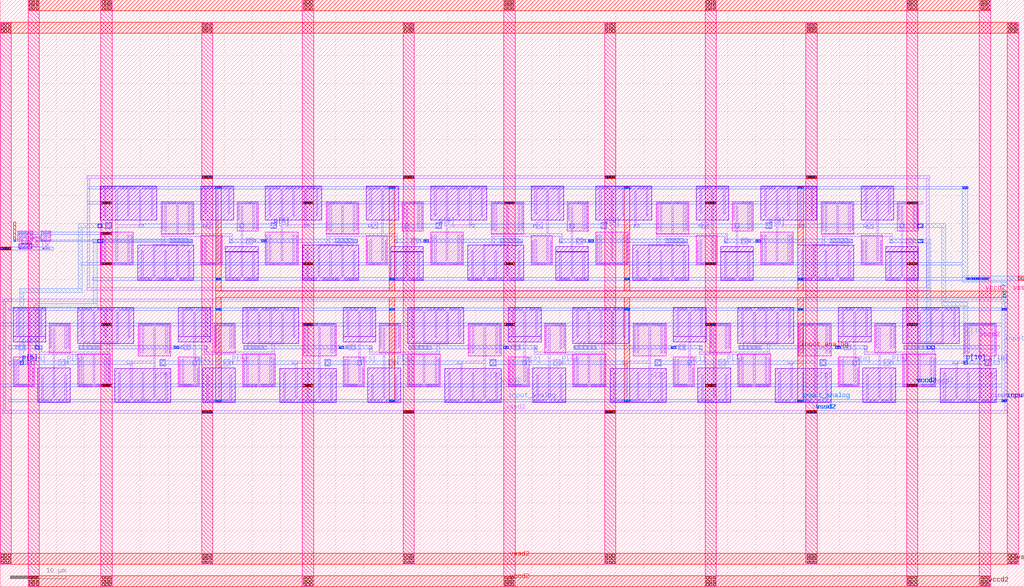
<source format=lef>
VERSION 5.7 ;
  NOWIREEXTENSIONATPIN ON ;
  DIVIDERCHAR "/" ;
  BUSBITCHARS "[]" ;
MACRO power_ring_2_2
  CLASS BLOCK ;
  FOREIGN power_ring_2_2 ;
  ORIGIN -135.000 -16.000 ;
  SIZE 182.000 BY 105.000 ;
  OBS
      LAYER met3 ;
        RECT 140.000 119.000 312.000 121.000 ;
        RECT 135.000 115.000 317.000 117.000 ;
        RECT 135.000 20.000 317.000 22.000 ;
        RECT 140.000 16.000 312.000 18.000 ;
      LAYER via3 ;
        RECT 140.200 120.400 140.600 120.800 ;
        RECT 140.800 120.400 141.200 120.800 ;
        RECT 141.400 120.400 141.800 120.800 ;
        RECT 153.200 120.400 153.600 120.800 ;
        RECT 153.800 120.400 154.200 120.800 ;
        RECT 154.400 120.400 154.800 120.800 ;
        RECT 189.200 120.400 189.600 120.800 ;
        RECT 189.800 120.400 190.200 120.800 ;
        RECT 190.400 120.400 190.800 120.800 ;
        RECT 225.200 120.400 225.600 120.800 ;
        RECT 225.800 120.400 226.200 120.800 ;
        RECT 226.400 120.400 226.800 120.800 ;
        RECT 261.200 120.400 261.600 120.800 ;
        RECT 261.800 120.400 262.200 120.800 ;
        RECT 262.400 120.400 262.800 120.800 ;
        RECT 297.200 120.400 297.600 120.800 ;
        RECT 297.800 120.400 298.200 120.800 ;
        RECT 298.400 120.400 298.800 120.800 ;
        RECT 310.200 120.400 310.600 120.800 ;
        RECT 310.800 120.400 311.200 120.800 ;
        RECT 311.400 120.400 311.800 120.800 ;
        RECT 140.200 119.800 140.600 120.200 ;
        RECT 140.800 119.800 141.200 120.200 ;
        RECT 141.400 119.800 141.800 120.200 ;
        RECT 153.200 119.800 153.600 120.200 ;
        RECT 153.800 119.800 154.200 120.200 ;
        RECT 154.400 119.800 154.800 120.200 ;
        RECT 189.200 119.800 189.600 120.200 ;
        RECT 189.800 119.800 190.200 120.200 ;
        RECT 190.400 119.800 190.800 120.200 ;
        RECT 225.200 119.800 225.600 120.200 ;
        RECT 225.800 119.800 226.200 120.200 ;
        RECT 226.400 119.800 226.800 120.200 ;
        RECT 261.200 119.800 261.600 120.200 ;
        RECT 261.800 119.800 262.200 120.200 ;
        RECT 262.400 119.800 262.800 120.200 ;
        RECT 297.200 119.800 297.600 120.200 ;
        RECT 297.800 119.800 298.200 120.200 ;
        RECT 298.400 119.800 298.800 120.200 ;
        RECT 310.200 119.800 310.600 120.200 ;
        RECT 310.800 119.800 311.200 120.200 ;
        RECT 311.400 119.800 311.800 120.200 ;
        RECT 140.200 119.200 140.600 119.600 ;
        RECT 140.800 119.200 141.200 119.600 ;
        RECT 141.400 119.200 141.800 119.600 ;
        RECT 153.200 119.200 153.600 119.600 ;
        RECT 153.800 119.200 154.200 119.600 ;
        RECT 154.400 119.200 154.800 119.600 ;
        RECT 189.200 119.200 189.600 119.600 ;
        RECT 189.800 119.200 190.200 119.600 ;
        RECT 190.400 119.200 190.800 119.600 ;
        RECT 225.200 119.200 225.600 119.600 ;
        RECT 225.800 119.200 226.200 119.600 ;
        RECT 226.400 119.200 226.800 119.600 ;
        RECT 261.200 119.200 261.600 119.600 ;
        RECT 261.800 119.200 262.200 119.600 ;
        RECT 262.400 119.200 262.800 119.600 ;
        RECT 297.200 119.200 297.600 119.600 ;
        RECT 297.800 119.200 298.200 119.600 ;
        RECT 298.400 119.200 298.800 119.600 ;
        RECT 310.200 119.200 310.600 119.600 ;
        RECT 310.800 119.200 311.200 119.600 ;
        RECT 311.400 119.200 311.800 119.600 ;
        RECT 135.200 116.400 135.600 116.800 ;
        RECT 135.800 116.400 136.200 116.800 ;
        RECT 136.400 116.400 136.800 116.800 ;
        RECT 171.200 116.400 171.600 116.800 ;
        RECT 171.800 116.400 172.200 116.800 ;
        RECT 172.400 116.400 172.800 116.800 ;
        RECT 207.200 116.400 207.600 116.800 ;
        RECT 207.800 116.400 208.200 116.800 ;
        RECT 208.400 116.400 208.800 116.800 ;
        RECT 243.200 116.400 243.600 116.800 ;
        RECT 243.800 116.400 244.200 116.800 ;
        RECT 244.400 116.400 244.800 116.800 ;
        RECT 279.200 116.400 279.600 116.800 ;
        RECT 279.800 116.400 280.200 116.800 ;
        RECT 280.400 116.400 280.800 116.800 ;
        RECT 315.200 116.400 315.600 116.800 ;
        RECT 315.800 116.400 316.200 116.800 ;
        RECT 316.400 116.400 316.800 116.800 ;
        RECT 135.200 115.800 135.600 116.200 ;
        RECT 135.800 115.800 136.200 116.200 ;
        RECT 136.400 115.800 136.800 116.200 ;
        RECT 171.200 115.800 171.600 116.200 ;
        RECT 171.800 115.800 172.200 116.200 ;
        RECT 172.400 115.800 172.800 116.200 ;
        RECT 207.200 115.800 207.600 116.200 ;
        RECT 207.800 115.800 208.200 116.200 ;
        RECT 208.400 115.800 208.800 116.200 ;
        RECT 243.200 115.800 243.600 116.200 ;
        RECT 243.800 115.800 244.200 116.200 ;
        RECT 244.400 115.800 244.800 116.200 ;
        RECT 279.200 115.800 279.600 116.200 ;
        RECT 279.800 115.800 280.200 116.200 ;
        RECT 280.400 115.800 280.800 116.200 ;
        RECT 315.200 115.800 315.600 116.200 ;
        RECT 315.800 115.800 316.200 116.200 ;
        RECT 316.400 115.800 316.800 116.200 ;
        RECT 135.200 115.200 135.600 115.600 ;
        RECT 135.800 115.200 136.200 115.600 ;
        RECT 136.400 115.200 136.800 115.600 ;
        RECT 171.200 115.200 171.600 115.600 ;
        RECT 171.800 115.200 172.200 115.600 ;
        RECT 172.400 115.200 172.800 115.600 ;
        RECT 207.200 115.200 207.600 115.600 ;
        RECT 207.800 115.200 208.200 115.600 ;
        RECT 208.400 115.200 208.800 115.600 ;
        RECT 243.200 115.200 243.600 115.600 ;
        RECT 243.800 115.200 244.200 115.600 ;
        RECT 244.400 115.200 244.800 115.600 ;
        RECT 279.200 115.200 279.600 115.600 ;
        RECT 279.800 115.200 280.200 115.600 ;
        RECT 280.400 115.200 280.800 115.600 ;
        RECT 315.200 115.200 315.600 115.600 ;
        RECT 315.800 115.200 316.200 115.600 ;
        RECT 316.400 115.200 316.800 115.600 ;
        RECT 135.200 21.400 135.600 21.800 ;
        RECT 135.800 21.400 136.200 21.800 ;
        RECT 136.400 21.400 136.800 21.800 ;
        RECT 171.200 21.400 171.600 21.800 ;
        RECT 171.800 21.400 172.200 21.800 ;
        RECT 172.400 21.400 172.800 21.800 ;
        RECT 207.200 21.400 207.600 21.800 ;
        RECT 207.800 21.400 208.200 21.800 ;
        RECT 208.400 21.400 208.800 21.800 ;
        RECT 243.200 21.400 243.600 21.800 ;
        RECT 243.800 21.400 244.200 21.800 ;
        RECT 244.400 21.400 244.800 21.800 ;
        RECT 279.200 21.400 279.600 21.800 ;
        RECT 279.800 21.400 280.200 21.800 ;
        RECT 280.400 21.400 280.800 21.800 ;
        RECT 315.200 21.400 315.600 21.800 ;
        RECT 315.800 21.400 316.200 21.800 ;
        RECT 316.400 21.400 316.800 21.800 ;
        RECT 135.200 20.800 135.600 21.200 ;
        RECT 135.800 20.800 136.200 21.200 ;
        RECT 136.400 20.800 136.800 21.200 ;
        RECT 171.200 20.800 171.600 21.200 ;
        RECT 171.800 20.800 172.200 21.200 ;
        RECT 172.400 20.800 172.800 21.200 ;
        RECT 207.200 20.800 207.600 21.200 ;
        RECT 207.800 20.800 208.200 21.200 ;
        RECT 208.400 20.800 208.800 21.200 ;
        RECT 243.200 20.800 243.600 21.200 ;
        RECT 243.800 20.800 244.200 21.200 ;
        RECT 244.400 20.800 244.800 21.200 ;
        RECT 279.200 20.800 279.600 21.200 ;
        RECT 279.800 20.800 280.200 21.200 ;
        RECT 280.400 20.800 280.800 21.200 ;
        RECT 315.200 20.800 315.600 21.200 ;
        RECT 315.800 20.800 316.200 21.200 ;
        RECT 316.400 20.800 316.800 21.200 ;
        RECT 135.200 20.200 135.600 20.600 ;
        RECT 135.800 20.200 136.200 20.600 ;
        RECT 136.400 20.200 136.800 20.600 ;
        RECT 171.200 20.200 171.600 20.600 ;
        RECT 171.800 20.200 172.200 20.600 ;
        RECT 172.400 20.200 172.800 20.600 ;
        RECT 207.200 20.200 207.600 20.600 ;
        RECT 207.800 20.200 208.200 20.600 ;
        RECT 208.400 20.200 208.800 20.600 ;
        RECT 243.200 20.200 243.600 20.600 ;
        RECT 243.800 20.200 244.200 20.600 ;
        RECT 244.400 20.200 244.800 20.600 ;
        RECT 279.200 20.200 279.600 20.600 ;
        RECT 279.800 20.200 280.200 20.600 ;
        RECT 280.400 20.200 280.800 20.600 ;
        RECT 315.200 20.200 315.600 20.600 ;
        RECT 315.800 20.200 316.200 20.600 ;
        RECT 316.400 20.200 316.800 20.600 ;
        RECT 140.200 17.400 140.600 17.800 ;
        RECT 140.800 17.400 141.200 17.800 ;
        RECT 141.400 17.400 141.800 17.800 ;
        RECT 153.200 17.400 153.600 17.800 ;
        RECT 153.800 17.400 154.200 17.800 ;
        RECT 154.400 17.400 154.800 17.800 ;
        RECT 189.200 17.400 189.600 17.800 ;
        RECT 189.800 17.400 190.200 17.800 ;
        RECT 190.400 17.400 190.800 17.800 ;
        RECT 225.200 17.400 225.600 17.800 ;
        RECT 225.800 17.400 226.200 17.800 ;
        RECT 226.400 17.400 226.800 17.800 ;
        RECT 261.200 17.400 261.600 17.800 ;
        RECT 261.800 17.400 262.200 17.800 ;
        RECT 262.400 17.400 262.800 17.800 ;
        RECT 297.200 17.400 297.600 17.800 ;
        RECT 297.800 17.400 298.200 17.800 ;
        RECT 298.400 17.400 298.800 17.800 ;
        RECT 310.200 17.400 310.600 17.800 ;
        RECT 310.800 17.400 311.200 17.800 ;
        RECT 311.400 17.400 311.800 17.800 ;
        RECT 140.200 16.800 140.600 17.200 ;
        RECT 140.800 16.800 141.200 17.200 ;
        RECT 141.400 16.800 141.800 17.200 ;
        RECT 153.200 16.800 153.600 17.200 ;
        RECT 153.800 16.800 154.200 17.200 ;
        RECT 154.400 16.800 154.800 17.200 ;
        RECT 189.200 16.800 189.600 17.200 ;
        RECT 189.800 16.800 190.200 17.200 ;
        RECT 190.400 16.800 190.800 17.200 ;
        RECT 225.200 16.800 225.600 17.200 ;
        RECT 225.800 16.800 226.200 17.200 ;
        RECT 226.400 16.800 226.800 17.200 ;
        RECT 261.200 16.800 261.600 17.200 ;
        RECT 261.800 16.800 262.200 17.200 ;
        RECT 262.400 16.800 262.800 17.200 ;
        RECT 297.200 16.800 297.600 17.200 ;
        RECT 297.800 16.800 298.200 17.200 ;
        RECT 298.400 16.800 298.800 17.200 ;
        RECT 310.200 16.800 310.600 17.200 ;
        RECT 310.800 16.800 311.200 17.200 ;
        RECT 311.400 16.800 311.800 17.200 ;
        RECT 140.200 16.200 140.600 16.600 ;
        RECT 140.800 16.200 141.200 16.600 ;
        RECT 141.400 16.200 141.800 16.600 ;
        RECT 153.200 16.200 153.600 16.600 ;
        RECT 153.800 16.200 154.200 16.600 ;
        RECT 154.400 16.200 154.800 16.600 ;
        RECT 189.200 16.200 189.600 16.600 ;
        RECT 189.800 16.200 190.200 16.600 ;
        RECT 190.400 16.200 190.800 16.600 ;
        RECT 225.200 16.200 225.600 16.600 ;
        RECT 225.800 16.200 226.200 16.600 ;
        RECT 226.400 16.200 226.800 16.600 ;
        RECT 261.200 16.200 261.600 16.600 ;
        RECT 261.800 16.200 262.200 16.600 ;
        RECT 262.400 16.200 262.800 16.600 ;
        RECT 297.200 16.200 297.600 16.600 ;
        RECT 297.800 16.200 298.200 16.600 ;
        RECT 298.400 16.200 298.800 16.600 ;
        RECT 310.200 16.200 310.600 16.600 ;
        RECT 310.800 16.200 311.200 16.600 ;
        RECT 311.400 16.200 311.800 16.600 ;
      LAYER met4 ;
        RECT 135.000 20.000 137.000 117.000 ;
        RECT 140.000 16.000 142.000 121.000 ;
        RECT 153.000 16.000 155.000 121.000 ;
        RECT 171.000 20.000 173.000 117.000 ;
        RECT 189.000 16.000 191.000 121.000 ;
        RECT 207.000 20.000 209.000 117.000 ;
        RECT 225.000 16.000 227.000 121.000 ;
        RECT 243.000 20.000 245.000 117.000 ;
        RECT 261.000 16.000 263.000 121.000 ;
        RECT 279.000 20.000 281.000 117.000 ;
        RECT 297.000 16.000 299.000 121.000 ;
        RECT 310.000 16.000 312.000 121.000 ;
        RECT 315.000 20.000 317.000 117.000 ;
  END
END power_ring_2_2
MACRO pwell_co_ring
  CLASS BLOCK ;
  FOREIGN pwell_co_ring ;
  ORIGIN -0.880 -30.000 ;
  SIZE 179.740 BY 42.500 ;
  OBS
      LAYER li1 ;
        RECT 15.920 72.000 166.580 72.500 ;
        RECT 16.000 52.500 16.500 72.000 ;
        RECT 166.000 52.500 166.500 72.000 ;
        RECT 15.920 52.000 166.580 52.500 ;
        RECT 0.920 50.000 180.580 50.500 ;
        RECT 1.000 30.500 1.500 50.000 ;
        RECT 180.000 30.500 180.500 50.000 ;
        RECT 0.920 30.000 180.580 30.500 ;
  END
END pwell_co_ring
MACRO ring_osc
  CLASS BLOCK ;
  FOREIGN ring_osc ;
  ORIGIN -0.500 0.290 ;
  SIZE 183.000 BY 38.660 ;
  OBS
      LAYER pwell ;
        RECT 18.390 32.310 28.420 38.370 ;
      LAYER nwell ;
        RECT 3.630 28.505 6.310 30.340 ;
        RECT 7.800 28.505 9.560 30.340 ;
      LAYER pwell ;
        RECT 4.310 27.985 6.115 28.215 ;
        RECT 3.825 27.305 6.115 27.985 ;
        RECT 3.970 27.115 4.140 27.305 ;
        RECT 8.135 27.115 8.305 27.285 ;
      LAYER nwell ;
        RECT 18.390 24.245 24.240 30.120 ;
        RECT 29.220 29.780 35.070 35.635 ;
      LAYER pwell ;
        RECT 36.365 32.270 42.215 38.370 ;
      LAYER nwell ;
        RECT 42.840 30.310 46.600 35.585 ;
      LAYER pwell ;
        RECT 47.890 32.310 57.920 38.370 ;
        RECT 25.040 21.460 35.070 27.860 ;
      LAYER nwell ;
        RECT 36.365 24.250 40.125 29.560 ;
      LAYER pwell ;
        RECT 40.745 26.625 46.595 27.565 ;
        RECT 40.745 26.575 46.600 26.625 ;
        RECT 40.750 21.465 46.600 26.575 ;
      LAYER nwell ;
        RECT 47.890 24.245 53.740 30.120 ;
        RECT 58.720 29.780 64.570 35.635 ;
      LAYER pwell ;
        RECT 65.865 32.270 71.715 38.370 ;
      LAYER nwell ;
        RECT 72.340 30.310 76.100 35.585 ;
      LAYER pwell ;
        RECT 77.390 32.310 87.420 38.370 ;
        RECT 54.540 21.460 64.570 27.860 ;
      LAYER nwell ;
        RECT 65.865 24.250 69.625 29.560 ;
      LAYER pwell ;
        RECT 70.245 26.625 76.095 27.565 ;
        RECT 70.245 26.575 76.100 26.625 ;
        RECT 70.250 21.465 76.100 26.575 ;
      LAYER nwell ;
        RECT 77.390 24.245 83.240 30.120 ;
        RECT 88.220 29.780 94.070 35.635 ;
      LAYER pwell ;
        RECT 95.365 32.270 101.215 38.370 ;
      LAYER nwell ;
        RECT 101.840 30.310 105.600 35.585 ;
      LAYER pwell ;
        RECT 106.890 32.310 116.920 38.370 ;
        RECT 84.040 21.460 94.070 27.860 ;
      LAYER nwell ;
        RECT 95.365 24.250 99.125 29.560 ;
      LAYER pwell ;
        RECT 99.745 26.625 105.595 27.565 ;
        RECT 99.745 26.575 105.600 26.625 ;
        RECT 99.750 21.465 105.600 26.575 ;
      LAYER nwell ;
        RECT 106.890 24.245 112.740 30.120 ;
        RECT 117.720 29.780 123.570 35.635 ;
      LAYER pwell ;
        RECT 124.865 32.270 130.715 38.370 ;
      LAYER nwell ;
        RECT 131.340 30.310 135.100 35.585 ;
      LAYER pwell ;
        RECT 136.390 32.310 146.420 38.370 ;
        RECT 113.540 21.460 123.570 27.860 ;
      LAYER nwell ;
        RECT 124.865 24.250 128.625 29.560 ;
      LAYER pwell ;
        RECT 129.245 26.625 135.095 27.565 ;
        RECT 129.245 26.575 135.100 26.625 ;
        RECT 129.250 21.465 135.100 26.575 ;
      LAYER nwell ;
        RECT 136.390 24.245 142.240 30.120 ;
        RECT 147.220 29.780 153.070 35.635 ;
      LAYER pwell ;
        RECT 154.365 32.270 160.215 38.370 ;
      LAYER nwell ;
        RECT 160.840 30.310 164.600 35.585 ;
      LAYER pwell ;
        RECT 143.040 21.460 153.070 27.860 ;
      LAYER nwell ;
        RECT 154.365 24.250 158.125 29.560 ;
      LAYER pwell ;
        RECT 158.745 26.625 164.595 27.565 ;
        RECT 158.745 26.575 164.600 26.625 ;
        RECT 158.750 21.465 164.600 26.575 ;
        RECT 2.790 11.505 8.640 16.615 ;
        RECT 2.790 11.455 8.645 11.505 ;
        RECT 2.795 10.515 8.645 11.455 ;
      LAYER nwell ;
        RECT 9.265 8.520 13.025 13.830 ;
      LAYER pwell ;
        RECT 14.320 10.220 24.350 16.620 ;
      LAYER nwell ;
        RECT 2.790 2.495 6.550 7.770 ;
      LAYER pwell ;
        RECT 7.175 -0.290 13.025 5.810 ;
      LAYER nwell ;
        RECT 14.320 2.445 20.170 8.300 ;
        RECT 25.150 7.960 31.000 13.835 ;
      LAYER pwell ;
        RECT 32.290 11.505 38.140 16.615 ;
        RECT 32.290 11.455 38.145 11.505 ;
        RECT 32.295 10.515 38.145 11.455 ;
      LAYER nwell ;
        RECT 38.765 8.520 42.525 13.830 ;
      LAYER pwell ;
        RECT 43.820 10.220 53.850 16.620 ;
        RECT 20.970 -0.290 31.000 5.770 ;
      LAYER nwell ;
        RECT 32.290 2.495 36.050 7.770 ;
      LAYER pwell ;
        RECT 36.675 -0.290 42.525 5.810 ;
      LAYER nwell ;
        RECT 43.820 2.445 49.670 8.300 ;
        RECT 54.650 7.960 60.500 13.835 ;
      LAYER pwell ;
        RECT 61.790 11.505 67.640 16.615 ;
        RECT 61.790 11.455 67.645 11.505 ;
        RECT 61.795 10.515 67.645 11.455 ;
      LAYER nwell ;
        RECT 68.265 8.520 72.025 13.830 ;
      LAYER pwell ;
        RECT 73.320 10.220 83.350 16.620 ;
        RECT 50.470 -0.290 60.500 5.770 ;
      LAYER nwell ;
        RECT 61.790 2.495 65.550 7.770 ;
      LAYER pwell ;
        RECT 66.175 -0.290 72.025 5.810 ;
      LAYER nwell ;
        RECT 73.320 2.445 79.170 8.300 ;
        RECT 84.150 7.960 90.000 13.835 ;
      LAYER pwell ;
        RECT 91.290 11.505 97.140 16.615 ;
        RECT 91.290 11.455 97.145 11.505 ;
        RECT 91.295 10.515 97.145 11.455 ;
      LAYER nwell ;
        RECT 97.765 8.520 101.525 13.830 ;
      LAYER pwell ;
        RECT 102.820 10.220 112.850 16.620 ;
        RECT 79.970 -0.290 90.000 5.770 ;
      LAYER nwell ;
        RECT 91.290 2.495 95.050 7.770 ;
      LAYER pwell ;
        RECT 95.675 -0.290 101.525 5.810 ;
      LAYER nwell ;
        RECT 102.820 2.445 108.670 8.300 ;
        RECT 113.650 7.960 119.500 13.835 ;
      LAYER pwell ;
        RECT 120.790 11.505 126.640 16.615 ;
        RECT 120.790 11.455 126.645 11.505 ;
        RECT 120.795 10.515 126.645 11.455 ;
      LAYER nwell ;
        RECT 127.265 8.520 131.025 13.830 ;
      LAYER pwell ;
        RECT 132.320 10.220 142.350 16.620 ;
        RECT 109.470 -0.290 119.500 5.770 ;
      LAYER nwell ;
        RECT 120.790 2.495 124.550 7.770 ;
      LAYER pwell ;
        RECT 125.175 -0.290 131.025 5.810 ;
      LAYER nwell ;
        RECT 132.320 2.445 138.170 8.300 ;
        RECT 143.150 7.960 149.000 13.835 ;
      LAYER pwell ;
        RECT 150.290 11.505 156.140 16.615 ;
        RECT 150.290 11.455 156.145 11.505 ;
        RECT 150.295 10.515 156.145 11.455 ;
      LAYER nwell ;
        RECT 156.765 8.520 160.525 13.830 ;
      LAYER pwell ;
        RECT 161.820 10.220 171.850 16.620 ;
        RECT 138.970 -0.290 149.000 5.770 ;
      LAYER nwell ;
        RECT 150.290 2.495 154.050 7.770 ;
      LAYER pwell ;
        RECT 154.675 -0.290 160.525 5.810 ;
      LAYER nwell ;
        RECT 161.820 2.445 167.670 8.300 ;
        RECT 172.650 7.960 178.500 13.835 ;
      LAYER pwell ;
        RECT 168.470 -0.290 178.500 5.770 ;
      LAYER li1 ;
        RECT 18.570 37.840 20.915 38.320 ;
        RECT 21.980 37.840 24.840 38.320 ;
        RECT 25.895 37.840 28.240 38.320 ;
        RECT 36.545 37.840 38.890 38.320 ;
        RECT 39.690 37.840 42.035 38.320 ;
        RECT 48.070 37.840 50.415 38.320 ;
        RECT 51.480 37.840 54.340 38.320 ;
        RECT 55.395 37.840 57.740 38.320 ;
        RECT 66.045 37.840 68.390 38.320 ;
        RECT 69.190 37.840 71.535 38.320 ;
        RECT 77.570 37.840 79.915 38.320 ;
        RECT 80.980 37.840 83.840 38.320 ;
        RECT 84.895 37.840 87.240 38.320 ;
        RECT 95.545 37.840 97.890 38.320 ;
        RECT 98.690 37.840 101.035 38.320 ;
        RECT 107.070 37.840 109.415 38.320 ;
        RECT 110.480 37.840 113.340 38.320 ;
        RECT 114.395 37.840 116.740 38.320 ;
        RECT 125.045 37.840 127.390 38.320 ;
        RECT 128.190 37.840 130.535 38.320 ;
        RECT 136.570 37.840 138.915 38.320 ;
        RECT 139.980 37.840 142.840 38.320 ;
        RECT 143.895 37.840 146.240 38.320 ;
        RECT 154.545 37.840 156.890 38.320 ;
        RECT 157.690 37.840 160.035 38.320 ;
        RECT 19.080 33.245 19.370 37.840 ;
        RECT 19.140 33.000 19.310 33.245 ;
        RECT 19.290 30.790 20.420 31.790 ;
        RECT 21.170 31.480 21.460 37.540 ;
        RECT 23.260 33.245 23.550 37.840 ;
        RECT 23.320 33.000 23.490 33.245 ;
        RECT 25.350 31.580 25.640 37.540 ;
        RECT 27.440 33.245 27.730 37.840 ;
        RECT 29.400 35.455 31.745 35.600 ;
        RECT 32.545 35.455 34.890 35.600 ;
        RECT 29.400 35.285 34.890 35.455 ;
        RECT 29.400 35.120 31.745 35.285 ;
        RECT 32.545 35.120 34.890 35.285 ;
        RECT 27.500 33.235 27.695 33.245 ;
        RECT 27.500 33.000 27.670 33.235 ;
        RECT 25.350 31.480 26.170 31.580 ;
        RECT 21.170 30.980 26.170 31.480 ;
        RECT 4.340 30.005 5.310 30.160 ;
        RECT 8.340 30.005 9.310 30.160 ;
        RECT 3.820 29.835 6.120 30.005 ;
        RECT 7.990 29.835 9.370 30.005 ;
        RECT 3.905 29.265 4.165 29.665 ;
        RECT 4.335 29.435 5.270 29.835 ;
        RECT 5.440 29.325 6.035 29.665 ;
        RECT 3.905 29.095 5.270 29.265 ;
        RECT 3.905 28.195 4.365 28.925 ;
        RECT 4.535 28.025 5.270 29.095 ;
        RECT 3.905 27.855 5.270 28.025 ;
        RECT 5.440 28.005 5.615 29.325 ;
        RECT 6.330 29.155 7.780 29.375 ;
        RECT 5.795 29.075 7.780 29.155 ;
        RECT 8.265 29.110 8.595 29.835 ;
        RECT 5.795 28.855 6.630 29.075 ;
        RECT 7.480 28.940 7.780 29.075 ;
        RECT 5.795 28.175 6.035 28.855 ;
        RECT 5.440 27.875 6.035 28.005 ;
        RECT 6.860 27.875 7.160 28.710 ;
        RECT 7.480 28.640 8.595 28.940 ;
        RECT 3.905 27.455 4.165 27.855 ;
        RECT 4.335 27.285 5.270 27.685 ;
        RECT 5.440 27.575 7.160 27.875 ;
        RECT 5.440 27.455 6.035 27.575 ;
        RECT 8.075 27.455 8.595 28.640 ;
        RECT 8.765 28.115 9.285 29.665 ;
        RECT 8.765 27.285 9.105 27.945 ;
        RECT 3.820 27.115 6.120 27.285 ;
        RECT 7.990 27.115 9.370 27.285 ;
        RECT 18.570 24.720 18.740 29.575 ;
        RECT 19.080 24.720 19.370 29.570 ;
        RECT 21.170 25.030 21.460 30.980 ;
        RECT 29.400 30.460 29.570 35.120 ;
        RECT 29.910 30.290 30.200 35.120 ;
        RECT 32.000 29.850 32.290 34.850 ;
        RECT 34.090 30.290 34.380 35.120 ;
        RECT 34.720 30.520 34.890 35.120 ;
        RECT 37.055 33.490 37.345 37.840 ;
        RECT 37.290 31.580 38.490 31.890 ;
        RECT 36.790 30.960 38.490 31.580 ;
        RECT 37.290 30.760 38.490 30.960 ;
        RECT 39.140 29.850 39.435 37.530 ;
        RECT 41.235 33.490 41.525 37.840 ;
        RECT 44.325 35.570 46.420 35.600 ;
        RECT 44.170 35.405 46.420 35.570 ;
        RECT 43.020 35.235 46.420 35.405 ;
        RECT 43.020 32.260 43.190 35.235 ;
        RECT 44.170 35.150 46.420 35.235 ;
        RECT 44.325 35.120 46.420 35.150 ;
        RECT 43.525 31.675 43.820 34.750 ;
        RECT 43.295 30.895 44.035 31.675 ;
        RECT 23.260 24.720 23.550 29.570 ;
        RECT 23.890 24.720 24.060 29.575 ;
        RECT 29.360 29.350 41.955 29.850 ;
        RECT 29.360 27.910 29.860 29.350 ;
        RECT 30.890 28.320 34.890 28.920 ;
        RECT 32.890 28.200 34.890 28.320 ;
        RECT 27.820 27.620 32.290 27.910 ;
        RECT 32.890 27.620 34.090 28.200 ;
        RECT 25.790 26.595 25.960 26.830 ;
        RECT 25.765 26.585 25.960 26.595 ;
        RECT 18.570 24.595 20.915 24.720 ;
        RECT 21.715 24.690 24.060 24.720 ;
        RECT 21.715 24.595 24.240 24.690 ;
        RECT 18.570 24.425 24.240 24.595 ;
        RECT 18.570 24.240 20.915 24.425 ;
        RECT 21.715 24.270 24.240 24.425 ;
        RECT 21.715 24.240 24.060 24.270 ;
        RECT 25.730 22.000 26.020 26.585 ;
        RECT 27.820 22.290 28.110 27.620 ;
        RECT 29.970 26.585 30.140 26.810 ;
        RECT 29.910 22.000 30.200 26.585 ;
        RECT 32.000 22.290 32.290 27.620 ;
        RECT 34.150 26.585 34.320 26.810 ;
        RECT 34.090 22.000 34.380 26.585 ;
        RECT 36.545 24.720 36.715 28.645 ;
        RECT 37.055 24.720 37.345 28.790 ;
        RECT 39.145 25.085 39.440 29.350 ;
        RECT 36.545 24.690 38.640 24.720 ;
        RECT 36.545 24.600 38.795 24.690 ;
        RECT 39.775 24.600 39.945 28.635 ;
        RECT 41.455 28.200 41.955 29.350 ;
        RECT 36.545 24.430 39.945 24.600 ;
        RECT 36.545 24.270 38.795 24.430 ;
        RECT 36.545 24.240 38.640 24.270 ;
        RECT 41.440 22.000 41.730 26.345 ;
        RECT 43.525 22.305 43.820 30.895 ;
        RECT 45.620 30.710 45.910 35.120 ;
        RECT 46.250 30.705 46.420 35.120 ;
        RECT 48.580 33.245 48.870 37.840 ;
        RECT 48.640 33.000 48.810 33.245 ;
        RECT 48.790 30.790 49.920 31.790 ;
        RECT 50.670 31.480 50.960 37.540 ;
        RECT 52.760 33.245 53.050 37.840 ;
        RECT 52.820 33.000 52.990 33.245 ;
        RECT 54.850 31.580 55.140 37.540 ;
        RECT 56.940 33.245 57.230 37.840 ;
        RECT 58.900 35.455 61.245 35.600 ;
        RECT 62.045 35.455 64.390 35.600 ;
        RECT 58.900 35.285 64.390 35.455 ;
        RECT 58.900 35.120 61.245 35.285 ;
        RECT 62.045 35.120 64.390 35.285 ;
        RECT 57.000 33.235 57.195 33.245 ;
        RECT 57.000 33.000 57.170 33.235 ;
        RECT 54.850 31.480 55.670 31.580 ;
        RECT 50.670 30.980 55.670 31.480 ;
        RECT 44.440 28.860 45.620 29.060 ;
        RECT 44.440 28.260 46.120 28.860 ;
        RECT 44.440 27.980 45.620 28.260 ;
        RECT 45.620 22.000 45.910 26.345 ;
        RECT 48.070 24.720 48.240 29.575 ;
        RECT 48.580 24.720 48.870 29.570 ;
        RECT 50.670 25.030 50.960 30.980 ;
        RECT 58.900 30.460 59.070 35.120 ;
        RECT 59.410 30.290 59.700 35.120 ;
        RECT 61.500 29.850 61.790 34.850 ;
        RECT 63.590 30.290 63.880 35.120 ;
        RECT 64.220 30.520 64.390 35.120 ;
        RECT 66.555 33.490 66.845 37.840 ;
        RECT 66.790 31.580 67.990 31.890 ;
        RECT 66.290 30.960 67.990 31.580 ;
        RECT 66.790 30.760 67.990 30.960 ;
        RECT 68.640 29.850 68.935 37.530 ;
        RECT 70.735 33.490 71.025 37.840 ;
        RECT 73.825 35.570 75.920 35.600 ;
        RECT 73.670 35.405 75.920 35.570 ;
        RECT 72.520 35.235 75.920 35.405 ;
        RECT 72.520 32.260 72.690 35.235 ;
        RECT 73.670 35.150 75.920 35.235 ;
        RECT 73.825 35.120 75.920 35.150 ;
        RECT 73.025 31.675 73.320 34.750 ;
        RECT 72.795 30.895 73.535 31.675 ;
        RECT 52.760 24.720 53.050 29.570 ;
        RECT 53.390 24.720 53.560 29.575 ;
        RECT 58.860 29.350 71.455 29.850 ;
        RECT 58.860 27.910 59.360 29.350 ;
        RECT 60.390 28.320 64.390 28.920 ;
        RECT 62.390 28.200 64.390 28.320 ;
        RECT 57.320 27.620 61.790 27.910 ;
        RECT 62.390 27.620 63.590 28.200 ;
        RECT 55.290 26.595 55.460 26.830 ;
        RECT 55.265 26.585 55.460 26.595 ;
        RECT 48.070 24.595 50.415 24.720 ;
        RECT 51.215 24.690 53.560 24.720 ;
        RECT 51.215 24.595 53.740 24.690 ;
        RECT 48.070 24.425 53.740 24.595 ;
        RECT 48.070 24.240 50.415 24.425 ;
        RECT 51.215 24.270 53.740 24.425 ;
        RECT 51.215 24.240 53.560 24.270 ;
        RECT 55.230 22.000 55.520 26.585 ;
        RECT 57.320 22.290 57.610 27.620 ;
        RECT 59.470 26.585 59.640 26.810 ;
        RECT 59.410 22.000 59.700 26.585 ;
        RECT 61.500 22.290 61.790 27.620 ;
        RECT 63.650 26.585 63.820 26.810 ;
        RECT 63.590 22.000 63.880 26.585 ;
        RECT 66.045 24.720 66.215 28.645 ;
        RECT 66.555 24.720 66.845 28.790 ;
        RECT 68.645 25.085 68.940 29.350 ;
        RECT 66.045 24.690 68.140 24.720 ;
        RECT 66.045 24.600 68.295 24.690 ;
        RECT 69.275 24.600 69.445 28.635 ;
        RECT 70.955 28.200 71.455 29.350 ;
        RECT 66.045 24.430 69.445 24.600 ;
        RECT 66.045 24.270 68.295 24.430 ;
        RECT 66.045 24.240 68.140 24.270 ;
        RECT 70.940 22.000 71.230 26.345 ;
        RECT 73.025 22.305 73.320 30.895 ;
        RECT 75.120 30.710 75.410 35.120 ;
        RECT 75.750 30.705 75.920 35.120 ;
        RECT 78.080 33.245 78.370 37.840 ;
        RECT 78.140 33.000 78.310 33.245 ;
        RECT 78.290 30.790 79.420 31.790 ;
        RECT 80.170 31.480 80.460 37.540 ;
        RECT 82.260 33.245 82.550 37.840 ;
        RECT 82.320 33.000 82.490 33.245 ;
        RECT 84.350 31.580 84.640 37.540 ;
        RECT 86.440 33.245 86.730 37.840 ;
        RECT 88.400 35.455 90.745 35.600 ;
        RECT 91.545 35.455 93.890 35.600 ;
        RECT 88.400 35.285 93.890 35.455 ;
        RECT 88.400 35.120 90.745 35.285 ;
        RECT 91.545 35.120 93.890 35.285 ;
        RECT 86.500 33.235 86.695 33.245 ;
        RECT 86.500 33.000 86.670 33.235 ;
        RECT 84.350 31.480 85.170 31.580 ;
        RECT 80.170 30.980 85.170 31.480 ;
        RECT 73.940 28.860 75.120 29.060 ;
        RECT 73.940 28.260 75.620 28.860 ;
        RECT 73.940 27.980 75.120 28.260 ;
        RECT 75.120 22.000 75.410 26.345 ;
        RECT 77.570 24.720 77.740 29.575 ;
        RECT 78.080 24.720 78.370 29.570 ;
        RECT 80.170 25.030 80.460 30.980 ;
        RECT 88.400 30.460 88.570 35.120 ;
        RECT 88.910 30.290 89.200 35.120 ;
        RECT 91.000 29.850 91.290 34.850 ;
        RECT 93.090 30.290 93.380 35.120 ;
        RECT 93.720 30.520 93.890 35.120 ;
        RECT 96.055 33.490 96.345 37.840 ;
        RECT 96.290 31.580 97.490 31.890 ;
        RECT 95.790 30.960 97.490 31.580 ;
        RECT 96.290 30.760 97.490 30.960 ;
        RECT 98.140 29.850 98.435 37.530 ;
        RECT 100.235 33.490 100.525 37.840 ;
        RECT 103.325 35.570 105.420 35.600 ;
        RECT 103.170 35.405 105.420 35.570 ;
        RECT 102.020 35.235 105.420 35.405 ;
        RECT 102.020 32.260 102.190 35.235 ;
        RECT 103.170 35.150 105.420 35.235 ;
        RECT 103.325 35.120 105.420 35.150 ;
        RECT 102.525 31.675 102.820 34.750 ;
        RECT 102.295 30.895 103.035 31.675 ;
        RECT 82.260 24.720 82.550 29.570 ;
        RECT 82.890 24.720 83.060 29.575 ;
        RECT 88.360 29.350 100.955 29.850 ;
        RECT 88.360 27.910 88.860 29.350 ;
        RECT 89.890 28.320 93.890 28.920 ;
        RECT 91.890 28.200 93.890 28.320 ;
        RECT 86.820 27.620 91.290 27.910 ;
        RECT 91.890 27.620 93.090 28.200 ;
        RECT 84.790 26.595 84.960 26.830 ;
        RECT 84.765 26.585 84.960 26.595 ;
        RECT 77.570 24.595 79.915 24.720 ;
        RECT 80.715 24.690 83.060 24.720 ;
        RECT 80.715 24.595 83.240 24.690 ;
        RECT 77.570 24.425 83.240 24.595 ;
        RECT 77.570 24.240 79.915 24.425 ;
        RECT 80.715 24.270 83.240 24.425 ;
        RECT 80.715 24.240 83.060 24.270 ;
        RECT 84.730 22.000 85.020 26.585 ;
        RECT 86.820 22.290 87.110 27.620 ;
        RECT 88.970 26.585 89.140 26.810 ;
        RECT 88.910 22.000 89.200 26.585 ;
        RECT 91.000 22.290 91.290 27.620 ;
        RECT 93.150 26.585 93.320 26.810 ;
        RECT 93.090 22.000 93.380 26.585 ;
        RECT 95.545 24.720 95.715 28.645 ;
        RECT 96.055 24.720 96.345 28.790 ;
        RECT 98.145 25.085 98.440 29.350 ;
        RECT 95.545 24.690 97.640 24.720 ;
        RECT 95.545 24.600 97.795 24.690 ;
        RECT 98.775 24.600 98.945 28.635 ;
        RECT 100.455 28.200 100.955 29.350 ;
        RECT 95.545 24.430 98.945 24.600 ;
        RECT 95.545 24.270 97.795 24.430 ;
        RECT 95.545 24.240 97.640 24.270 ;
        RECT 100.440 22.000 100.730 26.345 ;
        RECT 102.525 22.305 102.820 30.895 ;
        RECT 104.620 30.710 104.910 35.120 ;
        RECT 105.250 30.705 105.420 35.120 ;
        RECT 107.580 33.245 107.870 37.840 ;
        RECT 107.640 33.000 107.810 33.245 ;
        RECT 107.790 30.790 108.920 31.790 ;
        RECT 109.670 31.480 109.960 37.540 ;
        RECT 111.760 33.245 112.050 37.840 ;
        RECT 111.820 33.000 111.990 33.245 ;
        RECT 113.850 31.580 114.140 37.540 ;
        RECT 115.940 33.245 116.230 37.840 ;
        RECT 117.900 35.455 120.245 35.600 ;
        RECT 121.045 35.455 123.390 35.600 ;
        RECT 117.900 35.285 123.390 35.455 ;
        RECT 117.900 35.120 120.245 35.285 ;
        RECT 121.045 35.120 123.390 35.285 ;
        RECT 116.000 33.235 116.195 33.245 ;
        RECT 116.000 33.000 116.170 33.235 ;
        RECT 113.850 31.480 114.670 31.580 ;
        RECT 109.670 30.980 114.670 31.480 ;
        RECT 103.440 28.860 104.620 29.060 ;
        RECT 103.440 28.260 105.120 28.860 ;
        RECT 103.440 27.980 104.620 28.260 ;
        RECT 104.620 22.000 104.910 26.345 ;
        RECT 107.070 24.720 107.240 29.575 ;
        RECT 107.580 24.720 107.870 29.570 ;
        RECT 109.670 25.030 109.960 30.980 ;
        RECT 117.900 30.460 118.070 35.120 ;
        RECT 118.410 30.290 118.700 35.120 ;
        RECT 120.500 29.850 120.790 34.850 ;
        RECT 122.590 30.290 122.880 35.120 ;
        RECT 123.220 30.520 123.390 35.120 ;
        RECT 125.555 33.490 125.845 37.840 ;
        RECT 125.790 31.580 126.990 31.890 ;
        RECT 125.290 30.960 126.990 31.580 ;
        RECT 125.790 30.760 126.990 30.960 ;
        RECT 127.640 29.850 127.935 37.530 ;
        RECT 129.735 33.490 130.025 37.840 ;
        RECT 132.825 35.570 134.920 35.600 ;
        RECT 132.670 35.405 134.920 35.570 ;
        RECT 131.520 35.235 134.920 35.405 ;
        RECT 131.520 32.260 131.690 35.235 ;
        RECT 132.670 35.150 134.920 35.235 ;
        RECT 132.825 35.120 134.920 35.150 ;
        RECT 132.025 31.675 132.320 34.750 ;
        RECT 131.795 30.895 132.535 31.675 ;
        RECT 111.760 24.720 112.050 29.570 ;
        RECT 112.390 24.720 112.560 29.575 ;
        RECT 117.860 29.350 130.455 29.850 ;
        RECT 117.860 27.910 118.360 29.350 ;
        RECT 119.390 28.320 123.390 28.920 ;
        RECT 121.390 28.200 123.390 28.320 ;
        RECT 116.320 27.620 120.790 27.910 ;
        RECT 121.390 27.620 122.590 28.200 ;
        RECT 114.290 26.595 114.460 26.830 ;
        RECT 114.265 26.585 114.460 26.595 ;
        RECT 107.070 24.595 109.415 24.720 ;
        RECT 110.215 24.690 112.560 24.720 ;
        RECT 110.215 24.595 112.740 24.690 ;
        RECT 107.070 24.425 112.740 24.595 ;
        RECT 107.070 24.240 109.415 24.425 ;
        RECT 110.215 24.270 112.740 24.425 ;
        RECT 110.215 24.240 112.560 24.270 ;
        RECT 114.230 22.000 114.520 26.585 ;
        RECT 116.320 22.290 116.610 27.620 ;
        RECT 118.470 26.585 118.640 26.810 ;
        RECT 118.410 22.000 118.700 26.585 ;
        RECT 120.500 22.290 120.790 27.620 ;
        RECT 122.650 26.585 122.820 26.810 ;
        RECT 122.590 22.000 122.880 26.585 ;
        RECT 125.045 24.720 125.215 28.645 ;
        RECT 125.555 24.720 125.845 28.790 ;
        RECT 127.645 25.085 127.940 29.350 ;
        RECT 125.045 24.690 127.140 24.720 ;
        RECT 125.045 24.600 127.295 24.690 ;
        RECT 128.275 24.600 128.445 28.635 ;
        RECT 129.955 28.200 130.455 29.350 ;
        RECT 125.045 24.430 128.445 24.600 ;
        RECT 125.045 24.270 127.295 24.430 ;
        RECT 125.045 24.240 127.140 24.270 ;
        RECT 129.940 22.000 130.230 26.345 ;
        RECT 132.025 22.305 132.320 30.895 ;
        RECT 134.120 30.710 134.410 35.120 ;
        RECT 134.750 30.705 134.920 35.120 ;
        RECT 137.080 33.245 137.370 37.840 ;
        RECT 137.140 33.000 137.310 33.245 ;
        RECT 137.290 30.790 138.420 31.790 ;
        RECT 139.170 31.480 139.460 37.540 ;
        RECT 141.260 33.245 141.550 37.840 ;
        RECT 141.320 33.000 141.490 33.245 ;
        RECT 143.350 31.580 143.640 37.540 ;
        RECT 145.440 33.245 145.730 37.840 ;
        RECT 147.400 35.455 149.745 35.600 ;
        RECT 150.545 35.455 152.890 35.600 ;
        RECT 147.400 35.285 152.890 35.455 ;
        RECT 147.400 35.120 149.745 35.285 ;
        RECT 150.545 35.120 152.890 35.285 ;
        RECT 145.500 33.235 145.695 33.245 ;
        RECT 145.500 33.000 145.670 33.235 ;
        RECT 143.350 31.480 144.170 31.580 ;
        RECT 139.170 30.980 144.170 31.480 ;
        RECT 132.940 28.860 134.120 29.060 ;
        RECT 132.940 28.260 134.620 28.860 ;
        RECT 132.940 27.980 134.120 28.260 ;
        RECT 134.120 22.000 134.410 26.345 ;
        RECT 136.570 24.720 136.740 29.575 ;
        RECT 137.080 24.720 137.370 29.570 ;
        RECT 139.170 25.030 139.460 30.980 ;
        RECT 147.400 30.460 147.570 35.120 ;
        RECT 147.910 30.290 148.200 35.120 ;
        RECT 150.000 29.850 150.290 34.850 ;
        RECT 152.090 30.290 152.380 35.120 ;
        RECT 152.720 30.520 152.890 35.120 ;
        RECT 155.055 33.490 155.345 37.840 ;
        RECT 155.290 31.580 156.490 31.890 ;
        RECT 154.790 30.960 156.490 31.580 ;
        RECT 155.290 30.760 156.490 30.960 ;
        RECT 157.140 29.850 157.435 37.530 ;
        RECT 159.235 33.490 159.525 37.840 ;
        RECT 162.325 35.570 164.420 35.600 ;
        RECT 162.170 35.405 164.420 35.570 ;
        RECT 161.020 35.235 164.420 35.405 ;
        RECT 161.020 32.260 161.190 35.235 ;
        RECT 162.170 35.150 164.420 35.235 ;
        RECT 162.325 35.120 164.420 35.150 ;
        RECT 161.525 31.675 161.820 34.750 ;
        RECT 161.295 30.895 162.035 31.675 ;
        RECT 141.260 24.720 141.550 29.570 ;
        RECT 141.890 24.720 142.060 29.575 ;
        RECT 147.360 29.350 159.955 29.850 ;
        RECT 147.360 27.910 147.860 29.350 ;
        RECT 148.890 28.320 152.890 28.920 ;
        RECT 150.890 28.200 152.890 28.320 ;
        RECT 145.820 27.620 150.290 27.910 ;
        RECT 150.890 27.620 152.090 28.200 ;
        RECT 143.790 26.595 143.960 26.830 ;
        RECT 143.765 26.585 143.960 26.595 ;
        RECT 136.570 24.595 138.915 24.720 ;
        RECT 139.715 24.690 142.060 24.720 ;
        RECT 139.715 24.595 142.240 24.690 ;
        RECT 136.570 24.425 142.240 24.595 ;
        RECT 136.570 24.240 138.915 24.425 ;
        RECT 139.715 24.270 142.240 24.425 ;
        RECT 139.715 24.240 142.060 24.270 ;
        RECT 143.730 22.000 144.020 26.585 ;
        RECT 145.820 22.290 146.110 27.620 ;
        RECT 147.970 26.585 148.140 26.810 ;
        RECT 147.910 22.000 148.200 26.585 ;
        RECT 150.000 22.290 150.290 27.620 ;
        RECT 152.150 26.585 152.320 26.810 ;
        RECT 152.090 22.000 152.380 26.585 ;
        RECT 154.545 24.720 154.715 28.645 ;
        RECT 155.055 24.720 155.345 28.790 ;
        RECT 157.145 25.085 157.440 29.350 ;
        RECT 154.545 24.690 156.640 24.720 ;
        RECT 154.545 24.600 156.795 24.690 ;
        RECT 157.775 24.600 157.945 28.635 ;
        RECT 159.455 28.200 159.955 29.350 ;
        RECT 154.545 24.430 157.945 24.600 ;
        RECT 154.545 24.270 156.795 24.430 ;
        RECT 154.545 24.240 156.640 24.270 ;
        RECT 159.440 22.000 159.730 26.345 ;
        RECT 161.525 22.305 161.820 30.895 ;
        RECT 163.620 30.710 163.910 35.120 ;
        RECT 164.250 30.705 164.420 35.120 ;
        RECT 162.440 28.860 163.620 29.060 ;
        RECT 162.440 28.260 164.120 28.860 ;
        RECT 162.440 27.980 163.620 28.260 ;
        RECT 163.620 22.000 163.910 26.345 ;
        RECT 25.220 21.520 27.570 22.000 ;
        RECT 28.620 21.520 31.480 22.000 ;
        RECT 32.545 21.520 34.890 22.000 ;
        RECT 40.930 21.970 43.270 22.000 ;
        RECT 44.080 21.970 46.420 22.000 ;
        RECT 40.930 21.550 43.275 21.970 ;
        RECT 44.075 21.550 46.420 21.970 ;
        RECT 40.930 21.520 43.270 21.550 ;
        RECT 44.080 21.520 46.420 21.550 ;
        RECT 54.720 21.520 57.070 22.000 ;
        RECT 58.120 21.520 60.980 22.000 ;
        RECT 62.045 21.520 64.390 22.000 ;
        RECT 70.430 21.970 72.770 22.000 ;
        RECT 73.580 21.970 75.920 22.000 ;
        RECT 70.430 21.550 72.775 21.970 ;
        RECT 73.575 21.550 75.920 21.970 ;
        RECT 70.430 21.520 72.770 21.550 ;
        RECT 73.580 21.520 75.920 21.550 ;
        RECT 84.220 21.520 86.570 22.000 ;
        RECT 87.620 21.520 90.480 22.000 ;
        RECT 91.545 21.520 93.890 22.000 ;
        RECT 99.930 21.970 102.270 22.000 ;
        RECT 103.080 21.970 105.420 22.000 ;
        RECT 99.930 21.550 102.275 21.970 ;
        RECT 103.075 21.550 105.420 21.970 ;
        RECT 99.930 21.520 102.270 21.550 ;
        RECT 103.080 21.520 105.420 21.550 ;
        RECT 113.720 21.520 116.070 22.000 ;
        RECT 117.120 21.520 119.980 22.000 ;
        RECT 121.045 21.520 123.390 22.000 ;
        RECT 129.430 21.970 131.770 22.000 ;
        RECT 132.580 21.970 134.920 22.000 ;
        RECT 129.430 21.550 131.775 21.970 ;
        RECT 132.575 21.550 134.920 21.970 ;
        RECT 129.430 21.520 131.770 21.550 ;
        RECT 132.580 21.520 134.920 21.550 ;
        RECT 143.220 21.520 145.570 22.000 ;
        RECT 146.620 21.520 149.480 22.000 ;
        RECT 150.545 21.520 152.890 22.000 ;
        RECT 158.930 21.970 161.270 22.000 ;
        RECT 162.080 21.970 164.420 22.000 ;
        RECT 158.930 21.550 161.275 21.970 ;
        RECT 162.075 21.550 164.420 21.970 ;
        RECT 158.930 21.520 161.270 21.550 ;
        RECT 162.080 21.520 164.420 21.550 ;
        RECT 2.970 16.530 5.310 16.560 ;
        RECT 6.120 16.530 8.460 16.560 ;
        RECT 2.970 16.110 5.315 16.530 ;
        RECT 6.115 16.110 8.460 16.530 ;
        RECT 2.970 16.080 5.310 16.110 ;
        RECT 6.120 16.080 8.460 16.110 ;
        RECT 14.500 16.080 16.845 16.560 ;
        RECT 17.910 16.080 20.770 16.560 ;
        RECT 21.820 16.080 24.170 16.560 ;
        RECT 32.470 16.530 34.810 16.560 ;
        RECT 35.620 16.530 37.960 16.560 ;
        RECT 32.470 16.110 34.815 16.530 ;
        RECT 35.615 16.110 37.960 16.530 ;
        RECT 32.470 16.080 34.810 16.110 ;
        RECT 35.620 16.080 37.960 16.110 ;
        RECT 44.000 16.080 46.345 16.560 ;
        RECT 47.410 16.080 50.270 16.560 ;
        RECT 51.320 16.080 53.670 16.560 ;
        RECT 61.970 16.530 64.310 16.560 ;
        RECT 65.120 16.530 67.460 16.560 ;
        RECT 61.970 16.110 64.315 16.530 ;
        RECT 65.115 16.110 67.460 16.530 ;
        RECT 61.970 16.080 64.310 16.110 ;
        RECT 65.120 16.080 67.460 16.110 ;
        RECT 73.500 16.080 75.845 16.560 ;
        RECT 76.910 16.080 79.770 16.560 ;
        RECT 80.820 16.080 83.170 16.560 ;
        RECT 91.470 16.530 93.810 16.560 ;
        RECT 94.620 16.530 96.960 16.560 ;
        RECT 91.470 16.110 93.815 16.530 ;
        RECT 94.615 16.110 96.960 16.530 ;
        RECT 91.470 16.080 93.810 16.110 ;
        RECT 94.620 16.080 96.960 16.110 ;
        RECT 103.000 16.080 105.345 16.560 ;
        RECT 106.410 16.080 109.270 16.560 ;
        RECT 110.320 16.080 112.670 16.560 ;
        RECT 120.970 16.530 123.310 16.560 ;
        RECT 124.120 16.530 126.460 16.560 ;
        RECT 120.970 16.110 123.315 16.530 ;
        RECT 124.115 16.110 126.460 16.530 ;
        RECT 120.970 16.080 123.310 16.110 ;
        RECT 124.120 16.080 126.460 16.110 ;
        RECT 132.500 16.080 134.845 16.560 ;
        RECT 135.910 16.080 138.770 16.560 ;
        RECT 139.820 16.080 142.170 16.560 ;
        RECT 150.470 16.530 152.810 16.560 ;
        RECT 153.620 16.530 155.960 16.560 ;
        RECT 150.470 16.110 152.815 16.530 ;
        RECT 153.615 16.110 155.960 16.530 ;
        RECT 150.470 16.080 152.810 16.110 ;
        RECT 153.620 16.080 155.960 16.110 ;
        RECT 162.000 16.080 164.345 16.560 ;
        RECT 165.410 16.080 168.270 16.560 ;
        RECT 169.320 16.080 171.670 16.560 ;
        RECT 3.480 11.735 3.770 16.080 ;
        RECT 3.770 9.820 4.950 10.100 ;
        RECT 3.270 9.220 4.950 9.820 ;
        RECT 3.770 9.020 4.950 9.220 ;
        RECT 2.970 2.960 3.140 7.375 ;
        RECT 3.480 2.960 3.770 7.370 ;
        RECT 5.570 7.185 5.865 15.775 ;
        RECT 7.660 11.735 7.950 16.080 ;
        RECT 10.750 13.810 12.845 13.840 ;
        RECT 10.595 13.650 12.845 13.810 ;
        RECT 9.445 13.480 12.845 13.650 ;
        RECT 7.435 8.730 7.935 9.880 ;
        RECT 9.445 9.445 9.615 13.480 ;
        RECT 10.595 13.390 12.845 13.480 ;
        RECT 10.750 13.360 12.845 13.390 ;
        RECT 9.950 8.730 10.245 12.995 ;
        RECT 12.045 9.290 12.335 13.360 ;
        RECT 12.675 9.435 12.845 13.360 ;
        RECT 15.010 11.495 15.300 16.080 ;
        RECT 15.070 11.270 15.240 11.495 ;
        RECT 17.100 10.460 17.390 15.790 ;
        RECT 19.190 11.495 19.480 16.080 ;
        RECT 19.250 11.270 19.420 11.495 ;
        RECT 21.280 10.460 21.570 15.790 ;
        RECT 23.370 11.495 23.660 16.080 ;
        RECT 25.330 13.810 27.675 13.840 ;
        RECT 25.150 13.655 27.675 13.810 ;
        RECT 28.475 13.655 30.820 13.840 ;
        RECT 25.150 13.485 30.820 13.655 ;
        RECT 25.150 13.390 27.675 13.485 ;
        RECT 25.330 13.360 27.675 13.390 ;
        RECT 28.475 13.360 30.820 13.485 ;
        RECT 23.430 11.485 23.625 11.495 ;
        RECT 23.430 11.250 23.600 11.485 ;
        RECT 15.300 9.880 16.500 10.460 ;
        RECT 17.100 10.170 21.570 10.460 ;
        RECT 14.500 9.760 16.500 9.880 ;
        RECT 14.500 9.160 18.500 9.760 ;
        RECT 19.530 8.730 20.030 10.170 ;
        RECT 7.435 8.230 20.030 8.730 ;
        RECT 25.330 8.505 25.500 13.360 ;
        RECT 25.840 8.510 26.130 13.360 ;
        RECT 5.355 6.405 6.095 7.185 ;
        RECT 5.570 3.330 5.865 6.405 ;
        RECT 2.970 2.930 5.065 2.960 ;
        RECT 2.970 2.845 5.220 2.930 ;
        RECT 6.200 2.845 6.370 5.820 ;
        RECT 2.970 2.675 6.370 2.845 ;
        RECT 2.970 2.510 5.220 2.675 ;
        RECT 2.970 2.480 5.065 2.510 ;
        RECT 7.865 0.240 8.155 4.590 ;
        RECT 9.955 0.550 10.250 8.230 ;
        RECT 10.900 7.120 12.100 7.320 ;
        RECT 10.900 6.500 12.600 7.120 ;
        RECT 10.900 6.190 12.100 6.500 ;
        RECT 12.045 0.240 12.335 4.590 ;
        RECT 14.500 2.960 14.670 7.560 ;
        RECT 15.010 2.960 15.300 7.790 ;
        RECT 17.100 3.230 17.390 8.230 ;
        RECT 19.190 2.960 19.480 7.790 ;
        RECT 19.820 2.960 19.990 7.620 ;
        RECT 27.930 7.100 28.220 13.050 ;
        RECT 30.020 8.510 30.310 13.360 ;
        RECT 30.650 8.505 30.820 13.360 ;
        RECT 32.980 11.735 33.270 16.080 ;
        RECT 33.270 9.820 34.450 10.100 ;
        RECT 32.770 9.220 34.450 9.820 ;
        RECT 33.270 9.020 34.450 9.220 ;
        RECT 23.220 6.600 28.220 7.100 ;
        RECT 23.220 6.500 24.040 6.600 ;
        RECT 21.720 4.845 21.890 5.080 ;
        RECT 21.695 4.835 21.890 4.845 ;
        RECT 14.500 2.795 16.845 2.960 ;
        RECT 17.645 2.795 19.990 2.960 ;
        RECT 14.500 2.625 19.990 2.795 ;
        RECT 14.500 2.480 16.845 2.625 ;
        RECT 17.645 2.480 19.990 2.625 ;
        RECT 21.660 0.240 21.950 4.835 ;
        RECT 23.750 0.540 24.040 6.500 ;
        RECT 25.900 4.835 26.070 5.080 ;
        RECT 25.840 0.240 26.130 4.835 ;
        RECT 27.930 0.540 28.220 6.600 ;
        RECT 28.970 6.290 30.100 7.290 ;
        RECT 30.080 4.835 30.250 5.080 ;
        RECT 30.020 0.240 30.310 4.835 ;
        RECT 32.470 2.960 32.640 7.375 ;
        RECT 32.980 2.960 33.270 7.370 ;
        RECT 35.070 7.185 35.365 15.775 ;
        RECT 37.160 11.735 37.450 16.080 ;
        RECT 40.250 13.810 42.345 13.840 ;
        RECT 40.095 13.650 42.345 13.810 ;
        RECT 38.945 13.480 42.345 13.650 ;
        RECT 36.935 8.730 37.435 9.880 ;
        RECT 38.945 9.445 39.115 13.480 ;
        RECT 40.095 13.390 42.345 13.480 ;
        RECT 40.250 13.360 42.345 13.390 ;
        RECT 39.450 8.730 39.745 12.995 ;
        RECT 41.545 9.290 41.835 13.360 ;
        RECT 42.175 9.435 42.345 13.360 ;
        RECT 44.510 11.495 44.800 16.080 ;
        RECT 44.570 11.270 44.740 11.495 ;
        RECT 46.600 10.460 46.890 15.790 ;
        RECT 48.690 11.495 48.980 16.080 ;
        RECT 48.750 11.270 48.920 11.495 ;
        RECT 50.780 10.460 51.070 15.790 ;
        RECT 52.870 11.495 53.160 16.080 ;
        RECT 54.830 13.810 57.175 13.840 ;
        RECT 54.650 13.655 57.175 13.810 ;
        RECT 57.975 13.655 60.320 13.840 ;
        RECT 54.650 13.485 60.320 13.655 ;
        RECT 54.650 13.390 57.175 13.485 ;
        RECT 54.830 13.360 57.175 13.390 ;
        RECT 57.975 13.360 60.320 13.485 ;
        RECT 52.930 11.485 53.125 11.495 ;
        RECT 52.930 11.250 53.100 11.485 ;
        RECT 44.800 9.880 46.000 10.460 ;
        RECT 46.600 10.170 51.070 10.460 ;
        RECT 44.000 9.760 46.000 9.880 ;
        RECT 44.000 9.160 48.000 9.760 ;
        RECT 49.030 8.730 49.530 10.170 ;
        RECT 36.935 8.230 49.530 8.730 ;
        RECT 54.830 8.505 55.000 13.360 ;
        RECT 55.340 8.510 55.630 13.360 ;
        RECT 34.855 6.405 35.595 7.185 ;
        RECT 35.070 3.330 35.365 6.405 ;
        RECT 32.470 2.930 34.565 2.960 ;
        RECT 32.470 2.845 34.720 2.930 ;
        RECT 35.700 2.845 35.870 5.820 ;
        RECT 32.470 2.675 35.870 2.845 ;
        RECT 32.470 2.510 34.720 2.675 ;
        RECT 32.470 2.480 34.565 2.510 ;
        RECT 37.365 0.240 37.655 4.590 ;
        RECT 39.455 0.550 39.750 8.230 ;
        RECT 40.400 7.120 41.600 7.320 ;
        RECT 40.400 6.500 42.100 7.120 ;
        RECT 40.400 6.190 41.600 6.500 ;
        RECT 41.545 0.240 41.835 4.590 ;
        RECT 44.000 2.960 44.170 7.560 ;
        RECT 44.510 2.960 44.800 7.790 ;
        RECT 46.600 3.230 46.890 8.230 ;
        RECT 48.690 2.960 48.980 7.790 ;
        RECT 49.320 2.960 49.490 7.620 ;
        RECT 57.430 7.100 57.720 13.050 ;
        RECT 59.520 8.510 59.810 13.360 ;
        RECT 60.150 8.505 60.320 13.360 ;
        RECT 62.480 11.735 62.770 16.080 ;
        RECT 62.770 9.820 63.950 10.100 ;
        RECT 62.270 9.220 63.950 9.820 ;
        RECT 62.770 9.020 63.950 9.220 ;
        RECT 52.720 6.600 57.720 7.100 ;
        RECT 52.720 6.500 53.540 6.600 ;
        RECT 51.220 4.845 51.390 5.080 ;
        RECT 51.195 4.835 51.390 4.845 ;
        RECT 44.000 2.795 46.345 2.960 ;
        RECT 47.145 2.795 49.490 2.960 ;
        RECT 44.000 2.625 49.490 2.795 ;
        RECT 44.000 2.480 46.345 2.625 ;
        RECT 47.145 2.480 49.490 2.625 ;
        RECT 51.160 0.240 51.450 4.835 ;
        RECT 53.250 0.540 53.540 6.500 ;
        RECT 55.400 4.835 55.570 5.080 ;
        RECT 55.340 0.240 55.630 4.835 ;
        RECT 57.430 0.540 57.720 6.600 ;
        RECT 58.470 6.290 59.600 7.290 ;
        RECT 59.580 4.835 59.750 5.080 ;
        RECT 59.520 0.240 59.810 4.835 ;
        RECT 61.970 2.960 62.140 7.375 ;
        RECT 62.480 2.960 62.770 7.370 ;
        RECT 64.570 7.185 64.865 15.775 ;
        RECT 66.660 11.735 66.950 16.080 ;
        RECT 69.750 13.810 71.845 13.840 ;
        RECT 69.595 13.650 71.845 13.810 ;
        RECT 68.445 13.480 71.845 13.650 ;
        RECT 66.435 8.730 66.935 9.880 ;
        RECT 68.445 9.445 68.615 13.480 ;
        RECT 69.595 13.390 71.845 13.480 ;
        RECT 69.750 13.360 71.845 13.390 ;
        RECT 68.950 8.730 69.245 12.995 ;
        RECT 71.045 9.290 71.335 13.360 ;
        RECT 71.675 9.435 71.845 13.360 ;
        RECT 74.010 11.495 74.300 16.080 ;
        RECT 74.070 11.270 74.240 11.495 ;
        RECT 76.100 10.460 76.390 15.790 ;
        RECT 78.190 11.495 78.480 16.080 ;
        RECT 78.250 11.270 78.420 11.495 ;
        RECT 80.280 10.460 80.570 15.790 ;
        RECT 82.370 11.495 82.660 16.080 ;
        RECT 84.330 13.810 86.675 13.840 ;
        RECT 84.150 13.655 86.675 13.810 ;
        RECT 87.475 13.655 89.820 13.840 ;
        RECT 84.150 13.485 89.820 13.655 ;
        RECT 84.150 13.390 86.675 13.485 ;
        RECT 84.330 13.360 86.675 13.390 ;
        RECT 87.475 13.360 89.820 13.485 ;
        RECT 82.430 11.485 82.625 11.495 ;
        RECT 82.430 11.250 82.600 11.485 ;
        RECT 74.300 9.880 75.500 10.460 ;
        RECT 76.100 10.170 80.570 10.460 ;
        RECT 73.500 9.760 75.500 9.880 ;
        RECT 73.500 9.160 77.500 9.760 ;
        RECT 78.530 8.730 79.030 10.170 ;
        RECT 66.435 8.230 79.030 8.730 ;
        RECT 84.330 8.505 84.500 13.360 ;
        RECT 84.840 8.510 85.130 13.360 ;
        RECT 64.355 6.405 65.095 7.185 ;
        RECT 64.570 3.330 64.865 6.405 ;
        RECT 61.970 2.930 64.065 2.960 ;
        RECT 61.970 2.845 64.220 2.930 ;
        RECT 65.200 2.845 65.370 5.820 ;
        RECT 61.970 2.675 65.370 2.845 ;
        RECT 61.970 2.510 64.220 2.675 ;
        RECT 61.970 2.480 64.065 2.510 ;
        RECT 66.865 0.240 67.155 4.590 ;
        RECT 68.955 0.550 69.250 8.230 ;
        RECT 69.900 7.120 71.100 7.320 ;
        RECT 69.900 6.500 71.600 7.120 ;
        RECT 69.900 6.190 71.100 6.500 ;
        RECT 71.045 0.240 71.335 4.590 ;
        RECT 73.500 2.960 73.670 7.560 ;
        RECT 74.010 2.960 74.300 7.790 ;
        RECT 76.100 3.230 76.390 8.230 ;
        RECT 78.190 2.960 78.480 7.790 ;
        RECT 78.820 2.960 78.990 7.620 ;
        RECT 86.930 7.100 87.220 13.050 ;
        RECT 89.020 8.510 89.310 13.360 ;
        RECT 89.650 8.505 89.820 13.360 ;
        RECT 91.980 11.735 92.270 16.080 ;
        RECT 92.270 9.820 93.450 10.100 ;
        RECT 91.770 9.220 93.450 9.820 ;
        RECT 92.270 9.020 93.450 9.220 ;
        RECT 82.220 6.600 87.220 7.100 ;
        RECT 82.220 6.500 83.040 6.600 ;
        RECT 80.720 4.845 80.890 5.080 ;
        RECT 80.695 4.835 80.890 4.845 ;
        RECT 73.500 2.795 75.845 2.960 ;
        RECT 76.645 2.795 78.990 2.960 ;
        RECT 73.500 2.625 78.990 2.795 ;
        RECT 73.500 2.480 75.845 2.625 ;
        RECT 76.645 2.480 78.990 2.625 ;
        RECT 80.660 0.240 80.950 4.835 ;
        RECT 82.750 0.540 83.040 6.500 ;
        RECT 84.900 4.835 85.070 5.080 ;
        RECT 84.840 0.240 85.130 4.835 ;
        RECT 86.930 0.540 87.220 6.600 ;
        RECT 87.970 6.290 89.100 7.290 ;
        RECT 89.080 4.835 89.250 5.080 ;
        RECT 89.020 0.240 89.310 4.835 ;
        RECT 91.470 2.960 91.640 7.375 ;
        RECT 91.980 2.960 92.270 7.370 ;
        RECT 94.070 7.185 94.365 15.775 ;
        RECT 96.160 11.735 96.450 16.080 ;
        RECT 99.250 13.810 101.345 13.840 ;
        RECT 99.095 13.650 101.345 13.810 ;
        RECT 97.945 13.480 101.345 13.650 ;
        RECT 95.935 8.730 96.435 9.880 ;
        RECT 97.945 9.445 98.115 13.480 ;
        RECT 99.095 13.390 101.345 13.480 ;
        RECT 99.250 13.360 101.345 13.390 ;
        RECT 98.450 8.730 98.745 12.995 ;
        RECT 100.545 9.290 100.835 13.360 ;
        RECT 101.175 9.435 101.345 13.360 ;
        RECT 103.510 11.495 103.800 16.080 ;
        RECT 103.570 11.270 103.740 11.495 ;
        RECT 105.600 10.460 105.890 15.790 ;
        RECT 107.690 11.495 107.980 16.080 ;
        RECT 107.750 11.270 107.920 11.495 ;
        RECT 109.780 10.460 110.070 15.790 ;
        RECT 111.870 11.495 112.160 16.080 ;
        RECT 113.830 13.810 116.175 13.840 ;
        RECT 113.650 13.655 116.175 13.810 ;
        RECT 116.975 13.655 119.320 13.840 ;
        RECT 113.650 13.485 119.320 13.655 ;
        RECT 113.650 13.390 116.175 13.485 ;
        RECT 113.830 13.360 116.175 13.390 ;
        RECT 116.975 13.360 119.320 13.485 ;
        RECT 111.930 11.485 112.125 11.495 ;
        RECT 111.930 11.250 112.100 11.485 ;
        RECT 103.800 9.880 105.000 10.460 ;
        RECT 105.600 10.170 110.070 10.460 ;
        RECT 103.000 9.760 105.000 9.880 ;
        RECT 103.000 9.160 107.000 9.760 ;
        RECT 108.030 8.730 108.530 10.170 ;
        RECT 95.935 8.230 108.530 8.730 ;
        RECT 113.830 8.505 114.000 13.360 ;
        RECT 114.340 8.510 114.630 13.360 ;
        RECT 93.855 6.405 94.595 7.185 ;
        RECT 94.070 3.330 94.365 6.405 ;
        RECT 91.470 2.930 93.565 2.960 ;
        RECT 91.470 2.845 93.720 2.930 ;
        RECT 94.700 2.845 94.870 5.820 ;
        RECT 91.470 2.675 94.870 2.845 ;
        RECT 91.470 2.510 93.720 2.675 ;
        RECT 91.470 2.480 93.565 2.510 ;
        RECT 96.365 0.240 96.655 4.590 ;
        RECT 98.455 0.550 98.750 8.230 ;
        RECT 99.400 7.120 100.600 7.320 ;
        RECT 99.400 6.500 101.100 7.120 ;
        RECT 99.400 6.190 100.600 6.500 ;
        RECT 100.545 0.240 100.835 4.590 ;
        RECT 103.000 2.960 103.170 7.560 ;
        RECT 103.510 2.960 103.800 7.790 ;
        RECT 105.600 3.230 105.890 8.230 ;
        RECT 107.690 2.960 107.980 7.790 ;
        RECT 108.320 2.960 108.490 7.620 ;
        RECT 116.430 7.100 116.720 13.050 ;
        RECT 118.520 8.510 118.810 13.360 ;
        RECT 119.150 8.505 119.320 13.360 ;
        RECT 121.480 11.735 121.770 16.080 ;
        RECT 121.770 9.820 122.950 10.100 ;
        RECT 121.270 9.220 122.950 9.820 ;
        RECT 121.770 9.020 122.950 9.220 ;
        RECT 111.720 6.600 116.720 7.100 ;
        RECT 111.720 6.500 112.540 6.600 ;
        RECT 110.220 4.845 110.390 5.080 ;
        RECT 110.195 4.835 110.390 4.845 ;
        RECT 103.000 2.795 105.345 2.960 ;
        RECT 106.145 2.795 108.490 2.960 ;
        RECT 103.000 2.625 108.490 2.795 ;
        RECT 103.000 2.480 105.345 2.625 ;
        RECT 106.145 2.480 108.490 2.625 ;
        RECT 110.160 0.240 110.450 4.835 ;
        RECT 112.250 0.540 112.540 6.500 ;
        RECT 114.400 4.835 114.570 5.080 ;
        RECT 114.340 0.240 114.630 4.835 ;
        RECT 116.430 0.540 116.720 6.600 ;
        RECT 117.470 6.290 118.600 7.290 ;
        RECT 118.580 4.835 118.750 5.080 ;
        RECT 118.520 0.240 118.810 4.835 ;
        RECT 120.970 2.960 121.140 7.375 ;
        RECT 121.480 2.960 121.770 7.370 ;
        RECT 123.570 7.185 123.865 15.775 ;
        RECT 125.660 11.735 125.950 16.080 ;
        RECT 128.750 13.810 130.845 13.840 ;
        RECT 128.595 13.650 130.845 13.810 ;
        RECT 127.445 13.480 130.845 13.650 ;
        RECT 125.435 8.730 125.935 9.880 ;
        RECT 127.445 9.445 127.615 13.480 ;
        RECT 128.595 13.390 130.845 13.480 ;
        RECT 128.750 13.360 130.845 13.390 ;
        RECT 127.950 8.730 128.245 12.995 ;
        RECT 130.045 9.290 130.335 13.360 ;
        RECT 130.675 9.435 130.845 13.360 ;
        RECT 133.010 11.495 133.300 16.080 ;
        RECT 133.070 11.270 133.240 11.495 ;
        RECT 135.100 10.460 135.390 15.790 ;
        RECT 137.190 11.495 137.480 16.080 ;
        RECT 137.250 11.270 137.420 11.495 ;
        RECT 139.280 10.460 139.570 15.790 ;
        RECT 141.370 11.495 141.660 16.080 ;
        RECT 143.330 13.810 145.675 13.840 ;
        RECT 143.150 13.655 145.675 13.810 ;
        RECT 146.475 13.655 148.820 13.840 ;
        RECT 143.150 13.485 148.820 13.655 ;
        RECT 143.150 13.390 145.675 13.485 ;
        RECT 143.330 13.360 145.675 13.390 ;
        RECT 146.475 13.360 148.820 13.485 ;
        RECT 141.430 11.485 141.625 11.495 ;
        RECT 141.430 11.250 141.600 11.485 ;
        RECT 133.300 9.880 134.500 10.460 ;
        RECT 135.100 10.170 139.570 10.460 ;
        RECT 132.500 9.760 134.500 9.880 ;
        RECT 132.500 9.160 136.500 9.760 ;
        RECT 137.530 8.730 138.030 10.170 ;
        RECT 125.435 8.230 138.030 8.730 ;
        RECT 143.330 8.505 143.500 13.360 ;
        RECT 143.840 8.510 144.130 13.360 ;
        RECT 123.355 6.405 124.095 7.185 ;
        RECT 123.570 3.330 123.865 6.405 ;
        RECT 120.970 2.930 123.065 2.960 ;
        RECT 120.970 2.845 123.220 2.930 ;
        RECT 124.200 2.845 124.370 5.820 ;
        RECT 120.970 2.675 124.370 2.845 ;
        RECT 120.970 2.510 123.220 2.675 ;
        RECT 120.970 2.480 123.065 2.510 ;
        RECT 125.865 0.240 126.155 4.590 ;
        RECT 127.955 0.550 128.250 8.230 ;
        RECT 128.900 7.120 130.100 7.320 ;
        RECT 128.900 6.500 130.600 7.120 ;
        RECT 128.900 6.190 130.100 6.500 ;
        RECT 130.045 0.240 130.335 4.590 ;
        RECT 132.500 2.960 132.670 7.560 ;
        RECT 133.010 2.960 133.300 7.790 ;
        RECT 135.100 3.230 135.390 8.230 ;
        RECT 137.190 2.960 137.480 7.790 ;
        RECT 137.820 2.960 137.990 7.620 ;
        RECT 145.930 7.100 146.220 13.050 ;
        RECT 148.020 8.510 148.310 13.360 ;
        RECT 148.650 8.505 148.820 13.360 ;
        RECT 150.980 11.735 151.270 16.080 ;
        RECT 151.270 9.820 152.450 10.100 ;
        RECT 150.770 9.220 152.450 9.820 ;
        RECT 151.270 9.020 152.450 9.220 ;
        RECT 141.220 6.600 146.220 7.100 ;
        RECT 141.220 6.500 142.040 6.600 ;
        RECT 139.720 4.845 139.890 5.080 ;
        RECT 139.695 4.835 139.890 4.845 ;
        RECT 132.500 2.795 134.845 2.960 ;
        RECT 135.645 2.795 137.990 2.960 ;
        RECT 132.500 2.625 137.990 2.795 ;
        RECT 132.500 2.480 134.845 2.625 ;
        RECT 135.645 2.480 137.990 2.625 ;
        RECT 139.660 0.240 139.950 4.835 ;
        RECT 141.750 0.540 142.040 6.500 ;
        RECT 143.900 4.835 144.070 5.080 ;
        RECT 143.840 0.240 144.130 4.835 ;
        RECT 145.930 0.540 146.220 6.600 ;
        RECT 146.970 6.290 148.100 7.290 ;
        RECT 148.080 4.835 148.250 5.080 ;
        RECT 148.020 0.240 148.310 4.835 ;
        RECT 150.470 2.960 150.640 7.375 ;
        RECT 150.980 2.960 151.270 7.370 ;
        RECT 153.070 7.185 153.365 15.775 ;
        RECT 155.160 11.735 155.450 16.080 ;
        RECT 158.250 13.810 160.345 13.840 ;
        RECT 158.095 13.650 160.345 13.810 ;
        RECT 156.945 13.480 160.345 13.650 ;
        RECT 154.935 8.730 155.435 9.880 ;
        RECT 156.945 9.445 157.115 13.480 ;
        RECT 158.095 13.390 160.345 13.480 ;
        RECT 158.250 13.360 160.345 13.390 ;
        RECT 157.450 8.730 157.745 12.995 ;
        RECT 159.545 9.290 159.835 13.360 ;
        RECT 160.175 9.435 160.345 13.360 ;
        RECT 162.510 11.495 162.800 16.080 ;
        RECT 162.570 11.270 162.740 11.495 ;
        RECT 164.600 10.460 164.890 15.790 ;
        RECT 166.690 11.495 166.980 16.080 ;
        RECT 166.750 11.270 166.920 11.495 ;
        RECT 168.780 10.460 169.070 15.790 ;
        RECT 170.870 11.495 171.160 16.080 ;
        RECT 172.830 13.810 175.175 13.840 ;
        RECT 172.650 13.655 175.175 13.810 ;
        RECT 175.975 13.655 178.320 13.840 ;
        RECT 172.650 13.485 178.320 13.655 ;
        RECT 172.650 13.390 175.175 13.485 ;
        RECT 172.830 13.360 175.175 13.390 ;
        RECT 175.975 13.360 178.320 13.485 ;
        RECT 170.930 11.485 171.125 11.495 ;
        RECT 170.930 11.250 171.100 11.485 ;
        RECT 162.800 9.880 164.000 10.460 ;
        RECT 164.600 10.170 169.070 10.460 ;
        RECT 162.000 9.760 164.000 9.880 ;
        RECT 162.000 9.160 166.000 9.760 ;
        RECT 167.030 8.730 167.530 10.170 ;
        RECT 154.935 8.230 167.530 8.730 ;
        RECT 172.830 8.505 173.000 13.360 ;
        RECT 173.340 8.510 173.630 13.360 ;
        RECT 152.855 6.405 153.595 7.185 ;
        RECT 153.070 3.330 153.365 6.405 ;
        RECT 150.470 2.930 152.565 2.960 ;
        RECT 150.470 2.845 152.720 2.930 ;
        RECT 153.700 2.845 153.870 5.820 ;
        RECT 150.470 2.675 153.870 2.845 ;
        RECT 150.470 2.510 152.720 2.675 ;
        RECT 150.470 2.480 152.565 2.510 ;
        RECT 155.365 0.240 155.655 4.590 ;
        RECT 157.455 0.550 157.750 8.230 ;
        RECT 158.400 7.120 159.600 7.320 ;
        RECT 158.400 6.500 160.100 7.120 ;
        RECT 158.400 6.190 159.600 6.500 ;
        RECT 159.545 0.240 159.835 4.590 ;
        RECT 162.000 2.960 162.170 7.560 ;
        RECT 162.510 2.960 162.800 7.790 ;
        RECT 164.600 3.230 164.890 8.230 ;
        RECT 166.690 2.960 166.980 7.790 ;
        RECT 167.320 2.960 167.490 7.620 ;
        RECT 175.430 7.100 175.720 13.050 ;
        RECT 177.520 8.510 177.810 13.360 ;
        RECT 178.150 8.505 178.320 13.360 ;
        RECT 170.720 6.600 175.720 7.100 ;
        RECT 170.720 6.500 171.540 6.600 ;
        RECT 169.220 4.845 169.390 5.080 ;
        RECT 169.195 4.835 169.390 4.845 ;
        RECT 162.000 2.795 164.345 2.960 ;
        RECT 165.145 2.795 167.490 2.960 ;
        RECT 162.000 2.625 167.490 2.795 ;
        RECT 162.000 2.480 164.345 2.625 ;
        RECT 165.145 2.480 167.490 2.625 ;
        RECT 169.160 0.240 169.450 4.835 ;
        RECT 171.250 0.540 171.540 6.500 ;
        RECT 173.400 4.835 173.570 5.080 ;
        RECT 173.340 0.240 173.630 4.835 ;
        RECT 175.430 0.540 175.720 6.600 ;
        RECT 176.470 6.290 177.600 7.290 ;
        RECT 177.580 4.835 177.750 5.080 ;
        RECT 177.520 0.240 177.810 4.835 ;
        RECT 7.355 -0.240 9.700 0.240 ;
        RECT 10.500 -0.240 12.845 0.240 ;
        RECT 21.150 -0.240 23.495 0.240 ;
        RECT 24.550 -0.240 27.410 0.240 ;
        RECT 28.475 -0.240 30.820 0.240 ;
        RECT 36.855 -0.240 39.200 0.240 ;
        RECT 40.000 -0.240 42.345 0.240 ;
        RECT 50.650 -0.240 52.995 0.240 ;
        RECT 54.050 -0.240 56.910 0.240 ;
        RECT 57.975 -0.240 60.320 0.240 ;
        RECT 66.355 -0.240 68.700 0.240 ;
        RECT 69.500 -0.240 71.845 0.240 ;
        RECT 80.150 -0.240 82.495 0.240 ;
        RECT 83.550 -0.240 86.410 0.240 ;
        RECT 87.475 -0.240 89.820 0.240 ;
        RECT 95.855 -0.240 98.200 0.240 ;
        RECT 99.000 -0.240 101.345 0.240 ;
        RECT 109.650 -0.240 111.995 0.240 ;
        RECT 113.050 -0.240 115.910 0.240 ;
        RECT 116.975 -0.240 119.320 0.240 ;
        RECT 125.355 -0.240 127.700 0.240 ;
        RECT 128.500 -0.240 130.845 0.240 ;
        RECT 139.150 -0.240 141.495 0.240 ;
        RECT 142.550 -0.240 145.410 0.240 ;
        RECT 146.475 -0.240 148.820 0.240 ;
        RECT 154.855 -0.240 157.200 0.240 ;
        RECT 158.000 -0.240 160.345 0.240 ;
        RECT 168.650 -0.240 170.995 0.240 ;
        RECT 172.050 -0.240 174.910 0.240 ;
        RECT 175.975 -0.240 178.320 0.240 ;
      LAYER mcon ;
        RECT 18.570 37.870 19.085 38.290 ;
        RECT 19.275 37.870 19.695 38.290 ;
        RECT 19.885 37.870 20.305 38.290 ;
        RECT 20.495 37.870 20.915 38.290 ;
        RECT 21.980 37.870 22.400 38.290 ;
        RECT 22.590 37.870 23.010 38.290 ;
        RECT 23.200 37.870 23.620 38.290 ;
        RECT 23.810 37.870 24.230 38.290 ;
        RECT 24.420 37.870 24.840 38.290 ;
        RECT 25.895 37.870 26.315 38.290 ;
        RECT 26.505 37.870 26.925 38.290 ;
        RECT 27.115 37.870 27.535 38.290 ;
        RECT 27.725 37.870 28.240 38.290 ;
        RECT 36.545 37.870 36.965 38.290 ;
        RECT 37.155 37.870 37.575 38.290 ;
        RECT 37.765 37.870 38.185 38.290 ;
        RECT 38.375 37.870 38.890 38.290 ;
        RECT 39.690 37.870 40.205 38.290 ;
        RECT 40.395 37.870 40.815 38.290 ;
        RECT 41.005 37.870 41.425 38.290 ;
        RECT 41.615 37.870 42.035 38.290 ;
        RECT 48.070 37.870 48.585 38.290 ;
        RECT 48.775 37.870 49.195 38.290 ;
        RECT 49.385 37.870 49.805 38.290 ;
        RECT 49.995 37.870 50.415 38.290 ;
        RECT 51.480 37.870 51.900 38.290 ;
        RECT 52.090 37.870 52.510 38.290 ;
        RECT 52.700 37.870 53.120 38.290 ;
        RECT 53.310 37.870 53.730 38.290 ;
        RECT 53.920 37.870 54.340 38.290 ;
        RECT 55.395 37.870 55.815 38.290 ;
        RECT 56.005 37.870 56.425 38.290 ;
        RECT 56.615 37.870 57.035 38.290 ;
        RECT 57.225 37.870 57.740 38.290 ;
        RECT 66.045 37.870 66.465 38.290 ;
        RECT 66.655 37.870 67.075 38.290 ;
        RECT 67.265 37.870 67.685 38.290 ;
        RECT 67.875 37.870 68.390 38.290 ;
        RECT 69.190 37.870 69.705 38.290 ;
        RECT 69.895 37.870 70.315 38.290 ;
        RECT 70.505 37.870 70.925 38.290 ;
        RECT 71.115 37.870 71.535 38.290 ;
        RECT 77.570 37.870 78.085 38.290 ;
        RECT 78.275 37.870 78.695 38.290 ;
        RECT 78.885 37.870 79.305 38.290 ;
        RECT 79.495 37.870 79.915 38.290 ;
        RECT 80.980 37.870 81.400 38.290 ;
        RECT 81.590 37.870 82.010 38.290 ;
        RECT 82.200 37.870 82.620 38.290 ;
        RECT 82.810 37.870 83.230 38.290 ;
        RECT 83.420 37.870 83.840 38.290 ;
        RECT 84.895 37.870 85.315 38.290 ;
        RECT 85.505 37.870 85.925 38.290 ;
        RECT 86.115 37.870 86.535 38.290 ;
        RECT 86.725 37.870 87.240 38.290 ;
        RECT 95.545 37.870 95.965 38.290 ;
        RECT 96.155 37.870 96.575 38.290 ;
        RECT 96.765 37.870 97.185 38.290 ;
        RECT 97.375 37.870 97.890 38.290 ;
        RECT 98.690 37.870 99.205 38.290 ;
        RECT 99.395 37.870 99.815 38.290 ;
        RECT 100.005 37.870 100.425 38.290 ;
        RECT 100.615 37.870 101.035 38.290 ;
        RECT 107.070 37.870 107.585 38.290 ;
        RECT 107.775 37.870 108.195 38.290 ;
        RECT 108.385 37.870 108.805 38.290 ;
        RECT 108.995 37.870 109.415 38.290 ;
        RECT 110.480 37.870 110.900 38.290 ;
        RECT 111.090 37.870 111.510 38.290 ;
        RECT 111.700 37.870 112.120 38.290 ;
        RECT 112.310 37.870 112.730 38.290 ;
        RECT 112.920 37.870 113.340 38.290 ;
        RECT 114.395 37.870 114.815 38.290 ;
        RECT 115.005 37.870 115.425 38.290 ;
        RECT 115.615 37.870 116.035 38.290 ;
        RECT 116.225 37.870 116.740 38.290 ;
        RECT 125.045 37.870 125.465 38.290 ;
        RECT 125.655 37.870 126.075 38.290 ;
        RECT 126.265 37.870 126.685 38.290 ;
        RECT 126.875 37.870 127.390 38.290 ;
        RECT 128.190 37.870 128.705 38.290 ;
        RECT 128.895 37.870 129.315 38.290 ;
        RECT 129.505 37.870 129.925 38.290 ;
        RECT 130.115 37.870 130.535 38.290 ;
        RECT 136.570 37.870 137.085 38.290 ;
        RECT 137.275 37.870 137.695 38.290 ;
        RECT 137.885 37.870 138.305 38.290 ;
        RECT 138.495 37.870 138.915 38.290 ;
        RECT 139.980 37.870 140.400 38.290 ;
        RECT 140.590 37.870 141.010 38.290 ;
        RECT 141.200 37.870 141.620 38.290 ;
        RECT 141.810 37.870 142.230 38.290 ;
        RECT 142.420 37.870 142.840 38.290 ;
        RECT 143.895 37.870 144.315 38.290 ;
        RECT 144.505 37.870 144.925 38.290 ;
        RECT 145.115 37.870 145.535 38.290 ;
        RECT 145.725 37.870 146.240 38.290 ;
        RECT 154.545 37.870 154.965 38.290 ;
        RECT 155.155 37.870 155.575 38.290 ;
        RECT 155.765 37.870 156.185 38.290 ;
        RECT 156.375 37.870 156.890 38.290 ;
        RECT 157.690 37.870 158.205 38.290 ;
        RECT 158.395 37.870 158.815 38.290 ;
        RECT 159.005 37.870 159.425 38.290 ;
        RECT 159.615 37.870 160.035 38.290 ;
        RECT 19.320 30.820 20.330 31.760 ;
        RECT 29.400 35.150 29.915 35.570 ;
        RECT 30.105 35.150 30.525 35.570 ;
        RECT 30.715 35.150 31.135 35.570 ;
        RECT 31.325 35.150 31.745 35.570 ;
        RECT 32.545 35.150 32.965 35.570 ;
        RECT 33.155 35.150 33.575 35.570 ;
        RECT 33.765 35.150 34.185 35.570 ;
        RECT 34.375 35.150 34.890 35.570 ;
        RECT 25.350 30.980 26.170 31.580 ;
        RECT 3.965 29.835 4.135 30.005 ;
        RECT 4.425 29.835 4.595 30.005 ;
        RECT 4.885 29.835 5.055 30.005 ;
        RECT 5.345 29.835 5.515 30.005 ;
        RECT 5.805 29.835 5.975 30.005 ;
        RECT 8.135 29.835 8.305 30.005 ;
        RECT 8.595 29.835 8.765 30.005 ;
        RECT 9.055 29.835 9.225 30.005 ;
        RECT 6.925 28.475 7.095 28.645 ;
        RECT 3.965 27.115 4.135 27.285 ;
        RECT 4.425 27.115 4.595 27.285 ;
        RECT 4.885 27.115 5.055 27.285 ;
        RECT 5.345 27.115 5.515 27.285 ;
        RECT 5.805 27.115 5.975 27.285 ;
        RECT 8.135 27.115 8.305 27.285 ;
        RECT 8.595 27.115 8.765 27.285 ;
        RECT 9.055 27.115 9.225 27.285 ;
        RECT 36.820 30.990 37.270 31.580 ;
        RECT 37.460 30.990 38.490 31.580 ;
        RECT 44.780 35.150 45.200 35.570 ;
        RECT 45.390 35.150 45.810 35.570 ;
        RECT 46.000 35.150 46.420 35.570 ;
        RECT 43.355 30.925 43.975 31.645 ;
        RECT 30.890 28.320 31.490 28.920 ;
        RECT 31.690 28.320 32.290 28.920 ;
        RECT 32.490 28.320 33.090 28.920 ;
        RECT 33.290 28.230 33.990 28.920 ;
        RECT 34.190 28.230 34.830 28.860 ;
        RECT 18.570 24.270 19.085 24.690 ;
        RECT 19.275 24.270 19.695 24.690 ;
        RECT 19.885 24.270 20.305 24.690 ;
        RECT 20.495 24.270 20.915 24.690 ;
        RECT 21.895 24.270 22.315 24.690 ;
        RECT 22.505 24.270 22.925 24.690 ;
        RECT 23.115 24.270 23.535 24.690 ;
        RECT 23.725 24.270 24.240 24.690 ;
        RECT 37.155 24.270 37.575 24.690 ;
        RECT 37.765 24.270 38.185 24.690 ;
        RECT 38.375 24.270 38.795 24.690 ;
        RECT 41.455 28.260 41.955 28.860 ;
        RECT 48.820 30.820 49.830 31.760 ;
        RECT 58.900 35.150 59.415 35.570 ;
        RECT 59.605 35.150 60.025 35.570 ;
        RECT 60.215 35.150 60.635 35.570 ;
        RECT 60.825 35.150 61.245 35.570 ;
        RECT 62.045 35.150 62.465 35.570 ;
        RECT 62.655 35.150 63.075 35.570 ;
        RECT 63.265 35.150 63.685 35.570 ;
        RECT 63.875 35.150 64.390 35.570 ;
        RECT 54.850 30.980 55.670 31.580 ;
        RECT 44.520 28.310 45.470 28.810 ;
        RECT 45.670 28.310 46.070 28.810 ;
        RECT 66.320 30.990 66.770 31.580 ;
        RECT 66.960 30.990 67.990 31.580 ;
        RECT 74.280 35.150 74.700 35.570 ;
        RECT 74.890 35.150 75.310 35.570 ;
        RECT 75.500 35.150 75.920 35.570 ;
        RECT 72.855 30.925 73.475 31.645 ;
        RECT 60.390 28.320 60.990 28.920 ;
        RECT 61.190 28.320 61.790 28.920 ;
        RECT 61.990 28.320 62.590 28.920 ;
        RECT 62.790 28.230 63.490 28.920 ;
        RECT 63.690 28.230 64.330 28.860 ;
        RECT 48.070 24.270 48.585 24.690 ;
        RECT 48.775 24.270 49.195 24.690 ;
        RECT 49.385 24.270 49.805 24.690 ;
        RECT 49.995 24.270 50.415 24.690 ;
        RECT 51.395 24.270 51.815 24.690 ;
        RECT 52.005 24.270 52.425 24.690 ;
        RECT 52.615 24.270 53.035 24.690 ;
        RECT 53.225 24.270 53.740 24.690 ;
        RECT 66.655 24.270 67.075 24.690 ;
        RECT 67.265 24.270 67.685 24.690 ;
        RECT 67.875 24.270 68.295 24.690 ;
        RECT 70.955 28.260 71.455 28.860 ;
        RECT 78.320 30.820 79.330 31.760 ;
        RECT 88.400 35.150 88.915 35.570 ;
        RECT 89.105 35.150 89.525 35.570 ;
        RECT 89.715 35.150 90.135 35.570 ;
        RECT 90.325 35.150 90.745 35.570 ;
        RECT 91.545 35.150 91.965 35.570 ;
        RECT 92.155 35.150 92.575 35.570 ;
        RECT 92.765 35.150 93.185 35.570 ;
        RECT 93.375 35.150 93.890 35.570 ;
        RECT 84.350 30.980 85.170 31.580 ;
        RECT 74.020 28.310 74.970 28.810 ;
        RECT 75.170 28.310 75.570 28.810 ;
        RECT 95.820 30.990 96.270 31.580 ;
        RECT 96.460 30.990 97.490 31.580 ;
        RECT 103.780 35.150 104.200 35.570 ;
        RECT 104.390 35.150 104.810 35.570 ;
        RECT 105.000 35.150 105.420 35.570 ;
        RECT 102.355 30.925 102.975 31.645 ;
        RECT 89.890 28.320 90.490 28.920 ;
        RECT 90.690 28.320 91.290 28.920 ;
        RECT 91.490 28.320 92.090 28.920 ;
        RECT 92.290 28.230 92.990 28.920 ;
        RECT 93.190 28.230 93.830 28.860 ;
        RECT 77.570 24.270 78.085 24.690 ;
        RECT 78.275 24.270 78.695 24.690 ;
        RECT 78.885 24.270 79.305 24.690 ;
        RECT 79.495 24.270 79.915 24.690 ;
        RECT 80.895 24.270 81.315 24.690 ;
        RECT 81.505 24.270 81.925 24.690 ;
        RECT 82.115 24.270 82.535 24.690 ;
        RECT 82.725 24.270 83.240 24.690 ;
        RECT 96.155 24.270 96.575 24.690 ;
        RECT 96.765 24.270 97.185 24.690 ;
        RECT 97.375 24.270 97.795 24.690 ;
        RECT 100.455 28.260 100.955 28.860 ;
        RECT 107.820 30.820 108.830 31.760 ;
        RECT 117.900 35.150 118.415 35.570 ;
        RECT 118.605 35.150 119.025 35.570 ;
        RECT 119.215 35.150 119.635 35.570 ;
        RECT 119.825 35.150 120.245 35.570 ;
        RECT 121.045 35.150 121.465 35.570 ;
        RECT 121.655 35.150 122.075 35.570 ;
        RECT 122.265 35.150 122.685 35.570 ;
        RECT 122.875 35.150 123.390 35.570 ;
        RECT 113.850 30.980 114.670 31.580 ;
        RECT 103.520 28.310 104.470 28.810 ;
        RECT 104.670 28.310 105.070 28.810 ;
        RECT 125.320 30.990 125.770 31.580 ;
        RECT 125.960 30.990 126.990 31.580 ;
        RECT 133.280 35.150 133.700 35.570 ;
        RECT 133.890 35.150 134.310 35.570 ;
        RECT 134.500 35.150 134.920 35.570 ;
        RECT 131.855 30.925 132.475 31.645 ;
        RECT 119.390 28.320 119.990 28.920 ;
        RECT 120.190 28.320 120.790 28.920 ;
        RECT 120.990 28.320 121.590 28.920 ;
        RECT 121.790 28.230 122.490 28.920 ;
        RECT 122.690 28.230 123.330 28.860 ;
        RECT 107.070 24.270 107.585 24.690 ;
        RECT 107.775 24.270 108.195 24.690 ;
        RECT 108.385 24.270 108.805 24.690 ;
        RECT 108.995 24.270 109.415 24.690 ;
        RECT 110.395 24.270 110.815 24.690 ;
        RECT 111.005 24.270 111.425 24.690 ;
        RECT 111.615 24.270 112.035 24.690 ;
        RECT 112.225 24.270 112.740 24.690 ;
        RECT 125.655 24.270 126.075 24.690 ;
        RECT 126.265 24.270 126.685 24.690 ;
        RECT 126.875 24.270 127.295 24.690 ;
        RECT 129.955 28.260 130.455 28.860 ;
        RECT 137.320 30.820 138.330 31.760 ;
        RECT 147.400 35.150 147.915 35.570 ;
        RECT 148.105 35.150 148.525 35.570 ;
        RECT 148.715 35.150 149.135 35.570 ;
        RECT 149.325 35.150 149.745 35.570 ;
        RECT 150.545 35.150 150.965 35.570 ;
        RECT 151.155 35.150 151.575 35.570 ;
        RECT 151.765 35.150 152.185 35.570 ;
        RECT 152.375 35.150 152.890 35.570 ;
        RECT 143.350 30.980 144.170 31.580 ;
        RECT 133.020 28.310 133.970 28.810 ;
        RECT 134.170 28.310 134.570 28.810 ;
        RECT 154.820 30.990 155.270 31.580 ;
        RECT 155.460 30.990 156.490 31.580 ;
        RECT 162.780 35.150 163.200 35.570 ;
        RECT 163.390 35.150 163.810 35.570 ;
        RECT 164.000 35.150 164.420 35.570 ;
        RECT 161.355 30.925 161.975 31.645 ;
        RECT 148.890 28.320 149.490 28.920 ;
        RECT 149.690 28.320 150.290 28.920 ;
        RECT 150.490 28.320 151.090 28.920 ;
        RECT 151.290 28.230 151.990 28.920 ;
        RECT 152.190 28.230 152.830 28.860 ;
        RECT 136.570 24.270 137.085 24.690 ;
        RECT 137.275 24.270 137.695 24.690 ;
        RECT 137.885 24.270 138.305 24.690 ;
        RECT 138.495 24.270 138.915 24.690 ;
        RECT 139.895 24.270 140.315 24.690 ;
        RECT 140.505 24.270 140.925 24.690 ;
        RECT 141.115 24.270 141.535 24.690 ;
        RECT 141.725 24.270 142.240 24.690 ;
        RECT 155.155 24.270 155.575 24.690 ;
        RECT 155.765 24.270 156.185 24.690 ;
        RECT 156.375 24.270 156.795 24.690 ;
        RECT 159.455 28.260 159.955 28.860 ;
        RECT 162.520 28.310 163.470 28.810 ;
        RECT 163.670 28.310 164.070 28.810 ;
        RECT 25.220 21.550 25.735 21.970 ;
        RECT 25.925 21.550 26.345 21.970 ;
        RECT 26.535 21.550 26.955 21.970 ;
        RECT 27.145 21.550 27.565 21.970 ;
        RECT 28.620 21.550 29.040 21.970 ;
        RECT 29.230 21.550 29.650 21.970 ;
        RECT 29.840 21.550 30.260 21.970 ;
        RECT 30.450 21.550 30.870 21.970 ;
        RECT 31.060 21.550 31.480 21.970 ;
        RECT 32.545 21.550 32.965 21.970 ;
        RECT 33.155 21.550 33.575 21.970 ;
        RECT 33.765 21.550 34.185 21.970 ;
        RECT 34.375 21.550 34.890 21.970 ;
        RECT 41.640 21.550 42.050 21.970 ;
        RECT 42.250 21.550 42.660 21.970 ;
        RECT 42.860 21.550 43.275 21.970 ;
        RECT 44.685 21.550 45.105 21.970 ;
        RECT 45.295 21.550 45.715 21.970 ;
        RECT 45.905 21.550 46.420 21.970 ;
        RECT 54.720 21.550 55.235 21.970 ;
        RECT 55.425 21.550 55.845 21.970 ;
        RECT 56.035 21.550 56.455 21.970 ;
        RECT 56.645 21.550 57.065 21.970 ;
        RECT 58.120 21.550 58.540 21.970 ;
        RECT 58.730 21.550 59.150 21.970 ;
        RECT 59.340 21.550 59.760 21.970 ;
        RECT 59.950 21.550 60.370 21.970 ;
        RECT 60.560 21.550 60.980 21.970 ;
        RECT 62.045 21.550 62.465 21.970 ;
        RECT 62.655 21.550 63.075 21.970 ;
        RECT 63.265 21.550 63.685 21.970 ;
        RECT 63.875 21.550 64.390 21.970 ;
        RECT 71.140 21.550 71.550 21.970 ;
        RECT 71.750 21.550 72.160 21.970 ;
        RECT 72.360 21.550 72.775 21.970 ;
        RECT 74.185 21.550 74.605 21.970 ;
        RECT 74.795 21.550 75.215 21.970 ;
        RECT 75.405 21.550 75.920 21.970 ;
        RECT 84.220 21.550 84.735 21.970 ;
        RECT 84.925 21.550 85.345 21.970 ;
        RECT 85.535 21.550 85.955 21.970 ;
        RECT 86.145 21.550 86.565 21.970 ;
        RECT 87.620 21.550 88.040 21.970 ;
        RECT 88.230 21.550 88.650 21.970 ;
        RECT 88.840 21.550 89.260 21.970 ;
        RECT 89.450 21.550 89.870 21.970 ;
        RECT 90.060 21.550 90.480 21.970 ;
        RECT 91.545 21.550 91.965 21.970 ;
        RECT 92.155 21.550 92.575 21.970 ;
        RECT 92.765 21.550 93.185 21.970 ;
        RECT 93.375 21.550 93.890 21.970 ;
        RECT 100.640 21.550 101.050 21.970 ;
        RECT 101.250 21.550 101.660 21.970 ;
        RECT 101.860 21.550 102.275 21.970 ;
        RECT 103.685 21.550 104.105 21.970 ;
        RECT 104.295 21.550 104.715 21.970 ;
        RECT 104.905 21.550 105.420 21.970 ;
        RECT 113.720 21.550 114.235 21.970 ;
        RECT 114.425 21.550 114.845 21.970 ;
        RECT 115.035 21.550 115.455 21.970 ;
        RECT 115.645 21.550 116.065 21.970 ;
        RECT 117.120 21.550 117.540 21.970 ;
        RECT 117.730 21.550 118.150 21.970 ;
        RECT 118.340 21.550 118.760 21.970 ;
        RECT 118.950 21.550 119.370 21.970 ;
        RECT 119.560 21.550 119.980 21.970 ;
        RECT 121.045 21.550 121.465 21.970 ;
        RECT 121.655 21.550 122.075 21.970 ;
        RECT 122.265 21.550 122.685 21.970 ;
        RECT 122.875 21.550 123.390 21.970 ;
        RECT 130.140 21.550 130.550 21.970 ;
        RECT 130.750 21.550 131.160 21.970 ;
        RECT 131.360 21.550 131.775 21.970 ;
        RECT 133.185 21.550 133.605 21.970 ;
        RECT 133.795 21.550 134.215 21.970 ;
        RECT 134.405 21.550 134.920 21.970 ;
        RECT 143.220 21.550 143.735 21.970 ;
        RECT 143.925 21.550 144.345 21.970 ;
        RECT 144.535 21.550 144.955 21.970 ;
        RECT 145.145 21.550 145.565 21.970 ;
        RECT 146.620 21.550 147.040 21.970 ;
        RECT 147.230 21.550 147.650 21.970 ;
        RECT 147.840 21.550 148.260 21.970 ;
        RECT 148.450 21.550 148.870 21.970 ;
        RECT 149.060 21.550 149.480 21.970 ;
        RECT 150.545 21.550 150.965 21.970 ;
        RECT 151.155 21.550 151.575 21.970 ;
        RECT 151.765 21.550 152.185 21.970 ;
        RECT 152.375 21.550 152.890 21.970 ;
        RECT 159.640 21.550 160.050 21.970 ;
        RECT 160.250 21.550 160.660 21.970 ;
        RECT 160.860 21.550 161.275 21.970 ;
        RECT 162.685 21.550 163.105 21.970 ;
        RECT 163.295 21.550 163.715 21.970 ;
        RECT 163.905 21.550 164.420 21.970 ;
        RECT 3.675 16.110 4.095 16.530 ;
        RECT 4.285 16.110 4.705 16.530 ;
        RECT 4.895 16.110 5.315 16.530 ;
        RECT 6.730 16.110 7.140 16.530 ;
        RECT 7.340 16.110 7.750 16.530 ;
        RECT 7.950 16.110 8.460 16.530 ;
        RECT 14.500 16.110 15.015 16.530 ;
        RECT 15.205 16.110 15.625 16.530 ;
        RECT 15.815 16.110 16.235 16.530 ;
        RECT 16.425 16.110 16.845 16.530 ;
        RECT 17.910 16.110 18.330 16.530 ;
        RECT 18.520 16.110 18.940 16.530 ;
        RECT 19.130 16.110 19.550 16.530 ;
        RECT 19.740 16.110 20.160 16.530 ;
        RECT 20.350 16.110 20.770 16.530 ;
        RECT 21.825 16.110 22.245 16.530 ;
        RECT 22.435 16.110 22.855 16.530 ;
        RECT 23.045 16.110 23.465 16.530 ;
        RECT 23.655 16.110 24.170 16.530 ;
        RECT 33.175 16.110 33.595 16.530 ;
        RECT 33.785 16.110 34.205 16.530 ;
        RECT 34.395 16.110 34.815 16.530 ;
        RECT 36.230 16.110 36.640 16.530 ;
        RECT 36.840 16.110 37.250 16.530 ;
        RECT 37.450 16.110 37.960 16.530 ;
        RECT 44.000 16.110 44.515 16.530 ;
        RECT 44.705 16.110 45.125 16.530 ;
        RECT 45.315 16.110 45.735 16.530 ;
        RECT 45.925 16.110 46.345 16.530 ;
        RECT 47.410 16.110 47.830 16.530 ;
        RECT 48.020 16.110 48.440 16.530 ;
        RECT 48.630 16.110 49.050 16.530 ;
        RECT 49.240 16.110 49.660 16.530 ;
        RECT 49.850 16.110 50.270 16.530 ;
        RECT 51.325 16.110 51.745 16.530 ;
        RECT 51.935 16.110 52.355 16.530 ;
        RECT 52.545 16.110 52.965 16.530 ;
        RECT 53.155 16.110 53.670 16.530 ;
        RECT 62.675 16.110 63.095 16.530 ;
        RECT 63.285 16.110 63.705 16.530 ;
        RECT 63.895 16.110 64.315 16.530 ;
        RECT 65.730 16.110 66.140 16.530 ;
        RECT 66.340 16.110 66.750 16.530 ;
        RECT 66.950 16.110 67.460 16.530 ;
        RECT 73.500 16.110 74.015 16.530 ;
        RECT 74.205 16.110 74.625 16.530 ;
        RECT 74.815 16.110 75.235 16.530 ;
        RECT 75.425 16.110 75.845 16.530 ;
        RECT 76.910 16.110 77.330 16.530 ;
        RECT 77.520 16.110 77.940 16.530 ;
        RECT 78.130 16.110 78.550 16.530 ;
        RECT 78.740 16.110 79.160 16.530 ;
        RECT 79.350 16.110 79.770 16.530 ;
        RECT 80.825 16.110 81.245 16.530 ;
        RECT 81.435 16.110 81.855 16.530 ;
        RECT 82.045 16.110 82.465 16.530 ;
        RECT 82.655 16.110 83.170 16.530 ;
        RECT 92.175 16.110 92.595 16.530 ;
        RECT 92.785 16.110 93.205 16.530 ;
        RECT 93.395 16.110 93.815 16.530 ;
        RECT 95.230 16.110 95.640 16.530 ;
        RECT 95.840 16.110 96.250 16.530 ;
        RECT 96.450 16.110 96.960 16.530 ;
        RECT 103.000 16.110 103.515 16.530 ;
        RECT 103.705 16.110 104.125 16.530 ;
        RECT 104.315 16.110 104.735 16.530 ;
        RECT 104.925 16.110 105.345 16.530 ;
        RECT 106.410 16.110 106.830 16.530 ;
        RECT 107.020 16.110 107.440 16.530 ;
        RECT 107.630 16.110 108.050 16.530 ;
        RECT 108.240 16.110 108.660 16.530 ;
        RECT 108.850 16.110 109.270 16.530 ;
        RECT 110.325 16.110 110.745 16.530 ;
        RECT 110.935 16.110 111.355 16.530 ;
        RECT 111.545 16.110 111.965 16.530 ;
        RECT 112.155 16.110 112.670 16.530 ;
        RECT 121.675 16.110 122.095 16.530 ;
        RECT 122.285 16.110 122.705 16.530 ;
        RECT 122.895 16.110 123.315 16.530 ;
        RECT 124.730 16.110 125.140 16.530 ;
        RECT 125.340 16.110 125.750 16.530 ;
        RECT 125.950 16.110 126.460 16.530 ;
        RECT 132.500 16.110 133.015 16.530 ;
        RECT 133.205 16.110 133.625 16.530 ;
        RECT 133.815 16.110 134.235 16.530 ;
        RECT 134.425 16.110 134.845 16.530 ;
        RECT 135.910 16.110 136.330 16.530 ;
        RECT 136.520 16.110 136.940 16.530 ;
        RECT 137.130 16.110 137.550 16.530 ;
        RECT 137.740 16.110 138.160 16.530 ;
        RECT 138.350 16.110 138.770 16.530 ;
        RECT 139.825 16.110 140.245 16.530 ;
        RECT 140.435 16.110 140.855 16.530 ;
        RECT 141.045 16.110 141.465 16.530 ;
        RECT 141.655 16.110 142.170 16.530 ;
        RECT 151.175 16.110 151.595 16.530 ;
        RECT 151.785 16.110 152.205 16.530 ;
        RECT 152.395 16.110 152.815 16.530 ;
        RECT 154.230 16.110 154.640 16.530 ;
        RECT 154.840 16.110 155.250 16.530 ;
        RECT 155.450 16.110 155.960 16.530 ;
        RECT 162.000 16.110 162.515 16.530 ;
        RECT 162.705 16.110 163.125 16.530 ;
        RECT 163.315 16.110 163.735 16.530 ;
        RECT 163.925 16.110 164.345 16.530 ;
        RECT 165.410 16.110 165.830 16.530 ;
        RECT 166.020 16.110 166.440 16.530 ;
        RECT 166.630 16.110 167.050 16.530 ;
        RECT 167.240 16.110 167.660 16.530 ;
        RECT 167.850 16.110 168.270 16.530 ;
        RECT 169.325 16.110 169.745 16.530 ;
        RECT 169.935 16.110 170.355 16.530 ;
        RECT 170.545 16.110 170.965 16.530 ;
        RECT 171.155 16.110 171.670 16.530 ;
        RECT 3.320 9.270 3.720 9.770 ;
        RECT 3.920 9.270 4.870 9.770 ;
        RECT 7.435 9.220 7.935 9.820 ;
        RECT 11.205 13.390 11.625 13.810 ;
        RECT 11.815 13.390 12.235 13.810 ;
        RECT 12.425 13.390 12.845 13.810 ;
        RECT 25.855 13.390 26.275 13.810 ;
        RECT 26.465 13.390 26.885 13.810 ;
        RECT 27.075 13.390 27.495 13.810 ;
        RECT 28.475 13.390 28.895 13.810 ;
        RECT 29.085 13.390 29.505 13.810 ;
        RECT 29.695 13.390 30.115 13.810 ;
        RECT 30.305 13.390 30.820 13.810 ;
        RECT 14.560 9.220 15.200 9.850 ;
        RECT 15.400 9.160 16.100 9.850 ;
        RECT 16.300 9.160 16.900 9.760 ;
        RECT 17.100 9.160 17.700 9.760 ;
        RECT 17.900 9.160 18.500 9.760 ;
        RECT 5.415 6.435 6.035 7.155 ;
        RECT 3.580 2.510 4.000 2.930 ;
        RECT 4.190 2.510 4.610 2.930 ;
        RECT 4.800 2.510 5.220 2.930 ;
        RECT 10.900 6.500 11.930 7.090 ;
        RECT 12.120 6.500 12.570 7.090 ;
        RECT 32.820 9.270 33.220 9.770 ;
        RECT 33.420 9.270 34.370 9.770 ;
        RECT 14.500 2.510 15.015 2.930 ;
        RECT 15.205 2.510 15.625 2.930 ;
        RECT 15.815 2.510 16.235 2.930 ;
        RECT 16.425 2.510 16.845 2.930 ;
        RECT 17.645 2.510 18.065 2.930 ;
        RECT 18.255 2.510 18.675 2.930 ;
        RECT 18.865 2.510 19.285 2.930 ;
        RECT 19.475 2.510 19.990 2.930 ;
        RECT 29.060 6.320 30.070 7.260 ;
        RECT 36.935 9.220 37.435 9.820 ;
        RECT 40.705 13.390 41.125 13.810 ;
        RECT 41.315 13.390 41.735 13.810 ;
        RECT 41.925 13.390 42.345 13.810 ;
        RECT 55.355 13.390 55.775 13.810 ;
        RECT 55.965 13.390 56.385 13.810 ;
        RECT 56.575 13.390 56.995 13.810 ;
        RECT 57.975 13.390 58.395 13.810 ;
        RECT 58.585 13.390 59.005 13.810 ;
        RECT 59.195 13.390 59.615 13.810 ;
        RECT 59.805 13.390 60.320 13.810 ;
        RECT 44.060 9.220 44.700 9.850 ;
        RECT 44.900 9.160 45.600 9.850 ;
        RECT 45.800 9.160 46.400 9.760 ;
        RECT 46.600 9.160 47.200 9.760 ;
        RECT 47.400 9.160 48.000 9.760 ;
        RECT 34.915 6.435 35.535 7.155 ;
        RECT 33.080 2.510 33.500 2.930 ;
        RECT 33.690 2.510 34.110 2.930 ;
        RECT 34.300 2.510 34.720 2.930 ;
        RECT 40.400 6.500 41.430 7.090 ;
        RECT 41.620 6.500 42.070 7.090 ;
        RECT 62.320 9.270 62.720 9.770 ;
        RECT 62.920 9.270 63.870 9.770 ;
        RECT 44.000 2.510 44.515 2.930 ;
        RECT 44.705 2.510 45.125 2.930 ;
        RECT 45.315 2.510 45.735 2.930 ;
        RECT 45.925 2.510 46.345 2.930 ;
        RECT 47.145 2.510 47.565 2.930 ;
        RECT 47.755 2.510 48.175 2.930 ;
        RECT 48.365 2.510 48.785 2.930 ;
        RECT 48.975 2.510 49.490 2.930 ;
        RECT 58.560 6.320 59.570 7.260 ;
        RECT 66.435 9.220 66.935 9.820 ;
        RECT 70.205 13.390 70.625 13.810 ;
        RECT 70.815 13.390 71.235 13.810 ;
        RECT 71.425 13.390 71.845 13.810 ;
        RECT 84.855 13.390 85.275 13.810 ;
        RECT 85.465 13.390 85.885 13.810 ;
        RECT 86.075 13.390 86.495 13.810 ;
        RECT 87.475 13.390 87.895 13.810 ;
        RECT 88.085 13.390 88.505 13.810 ;
        RECT 88.695 13.390 89.115 13.810 ;
        RECT 89.305 13.390 89.820 13.810 ;
        RECT 73.560 9.220 74.200 9.850 ;
        RECT 74.400 9.160 75.100 9.850 ;
        RECT 75.300 9.160 75.900 9.760 ;
        RECT 76.100 9.160 76.700 9.760 ;
        RECT 76.900 9.160 77.500 9.760 ;
        RECT 64.415 6.435 65.035 7.155 ;
        RECT 62.580 2.510 63.000 2.930 ;
        RECT 63.190 2.510 63.610 2.930 ;
        RECT 63.800 2.510 64.220 2.930 ;
        RECT 69.900 6.500 70.930 7.090 ;
        RECT 71.120 6.500 71.570 7.090 ;
        RECT 91.820 9.270 92.220 9.770 ;
        RECT 92.420 9.270 93.370 9.770 ;
        RECT 73.500 2.510 74.015 2.930 ;
        RECT 74.205 2.510 74.625 2.930 ;
        RECT 74.815 2.510 75.235 2.930 ;
        RECT 75.425 2.510 75.845 2.930 ;
        RECT 76.645 2.510 77.065 2.930 ;
        RECT 77.255 2.510 77.675 2.930 ;
        RECT 77.865 2.510 78.285 2.930 ;
        RECT 78.475 2.510 78.990 2.930 ;
        RECT 88.060 6.320 89.070 7.260 ;
        RECT 95.935 9.220 96.435 9.820 ;
        RECT 99.705 13.390 100.125 13.810 ;
        RECT 100.315 13.390 100.735 13.810 ;
        RECT 100.925 13.390 101.345 13.810 ;
        RECT 114.355 13.390 114.775 13.810 ;
        RECT 114.965 13.390 115.385 13.810 ;
        RECT 115.575 13.390 115.995 13.810 ;
        RECT 116.975 13.390 117.395 13.810 ;
        RECT 117.585 13.390 118.005 13.810 ;
        RECT 118.195 13.390 118.615 13.810 ;
        RECT 118.805 13.390 119.320 13.810 ;
        RECT 103.060 9.220 103.700 9.850 ;
        RECT 103.900 9.160 104.600 9.850 ;
        RECT 104.800 9.160 105.400 9.760 ;
        RECT 105.600 9.160 106.200 9.760 ;
        RECT 106.400 9.160 107.000 9.760 ;
        RECT 93.915 6.435 94.535 7.155 ;
        RECT 92.080 2.510 92.500 2.930 ;
        RECT 92.690 2.510 93.110 2.930 ;
        RECT 93.300 2.510 93.720 2.930 ;
        RECT 99.400 6.500 100.430 7.090 ;
        RECT 100.620 6.500 101.070 7.090 ;
        RECT 121.320 9.270 121.720 9.770 ;
        RECT 121.920 9.270 122.870 9.770 ;
        RECT 103.000 2.510 103.515 2.930 ;
        RECT 103.705 2.510 104.125 2.930 ;
        RECT 104.315 2.510 104.735 2.930 ;
        RECT 104.925 2.510 105.345 2.930 ;
        RECT 106.145 2.510 106.565 2.930 ;
        RECT 106.755 2.510 107.175 2.930 ;
        RECT 107.365 2.510 107.785 2.930 ;
        RECT 107.975 2.510 108.490 2.930 ;
        RECT 117.560 6.320 118.570 7.260 ;
        RECT 125.435 9.220 125.935 9.820 ;
        RECT 129.205 13.390 129.625 13.810 ;
        RECT 129.815 13.390 130.235 13.810 ;
        RECT 130.425 13.390 130.845 13.810 ;
        RECT 143.855 13.390 144.275 13.810 ;
        RECT 144.465 13.390 144.885 13.810 ;
        RECT 145.075 13.390 145.495 13.810 ;
        RECT 146.475 13.390 146.895 13.810 ;
        RECT 147.085 13.390 147.505 13.810 ;
        RECT 147.695 13.390 148.115 13.810 ;
        RECT 148.305 13.390 148.820 13.810 ;
        RECT 132.560 9.220 133.200 9.850 ;
        RECT 133.400 9.160 134.100 9.850 ;
        RECT 134.300 9.160 134.900 9.760 ;
        RECT 135.100 9.160 135.700 9.760 ;
        RECT 135.900 9.160 136.500 9.760 ;
        RECT 123.415 6.435 124.035 7.155 ;
        RECT 121.580 2.510 122.000 2.930 ;
        RECT 122.190 2.510 122.610 2.930 ;
        RECT 122.800 2.510 123.220 2.930 ;
        RECT 128.900 6.500 129.930 7.090 ;
        RECT 130.120 6.500 130.570 7.090 ;
        RECT 150.820 9.270 151.220 9.770 ;
        RECT 151.420 9.270 152.370 9.770 ;
        RECT 132.500 2.510 133.015 2.930 ;
        RECT 133.205 2.510 133.625 2.930 ;
        RECT 133.815 2.510 134.235 2.930 ;
        RECT 134.425 2.510 134.845 2.930 ;
        RECT 135.645 2.510 136.065 2.930 ;
        RECT 136.255 2.510 136.675 2.930 ;
        RECT 136.865 2.510 137.285 2.930 ;
        RECT 137.475 2.510 137.990 2.930 ;
        RECT 147.060 6.320 148.070 7.260 ;
        RECT 154.935 9.220 155.435 9.820 ;
        RECT 158.705 13.390 159.125 13.810 ;
        RECT 159.315 13.390 159.735 13.810 ;
        RECT 159.925 13.390 160.345 13.810 ;
        RECT 173.355 13.390 173.775 13.810 ;
        RECT 173.965 13.390 174.385 13.810 ;
        RECT 174.575 13.390 174.995 13.810 ;
        RECT 175.975 13.390 176.395 13.810 ;
        RECT 176.585 13.390 177.005 13.810 ;
        RECT 177.195 13.390 177.615 13.810 ;
        RECT 177.805 13.390 178.320 13.810 ;
        RECT 162.060 9.220 162.700 9.850 ;
        RECT 162.900 9.160 163.600 9.850 ;
        RECT 163.800 9.160 164.400 9.760 ;
        RECT 164.600 9.160 165.200 9.760 ;
        RECT 165.400 9.160 166.000 9.760 ;
        RECT 152.915 6.435 153.535 7.155 ;
        RECT 151.080 2.510 151.500 2.930 ;
        RECT 151.690 2.510 152.110 2.930 ;
        RECT 152.300 2.510 152.720 2.930 ;
        RECT 158.400 6.500 159.430 7.090 ;
        RECT 159.620 6.500 160.070 7.090 ;
        RECT 162.000 2.510 162.515 2.930 ;
        RECT 162.705 2.510 163.125 2.930 ;
        RECT 163.315 2.510 163.735 2.930 ;
        RECT 163.925 2.510 164.345 2.930 ;
        RECT 165.145 2.510 165.565 2.930 ;
        RECT 165.755 2.510 166.175 2.930 ;
        RECT 166.365 2.510 166.785 2.930 ;
        RECT 166.975 2.510 167.490 2.930 ;
        RECT 176.560 6.320 177.570 7.260 ;
        RECT 7.355 -0.210 7.775 0.210 ;
        RECT 7.965 -0.210 8.385 0.210 ;
        RECT 8.575 -0.210 8.995 0.210 ;
        RECT 9.185 -0.210 9.700 0.210 ;
        RECT 10.500 -0.210 11.015 0.210 ;
        RECT 11.205 -0.210 11.625 0.210 ;
        RECT 11.815 -0.210 12.235 0.210 ;
        RECT 12.425 -0.210 12.845 0.210 ;
        RECT 21.150 -0.210 21.665 0.210 ;
        RECT 21.855 -0.210 22.275 0.210 ;
        RECT 22.465 -0.210 22.885 0.210 ;
        RECT 23.075 -0.210 23.495 0.210 ;
        RECT 24.550 -0.210 24.970 0.210 ;
        RECT 25.160 -0.210 25.580 0.210 ;
        RECT 25.770 -0.210 26.190 0.210 ;
        RECT 26.380 -0.210 26.800 0.210 ;
        RECT 26.990 -0.210 27.410 0.210 ;
        RECT 28.475 -0.210 28.895 0.210 ;
        RECT 29.085 -0.210 29.505 0.210 ;
        RECT 29.695 -0.210 30.115 0.210 ;
        RECT 30.305 -0.210 30.820 0.210 ;
        RECT 36.855 -0.210 37.275 0.210 ;
        RECT 37.465 -0.210 37.885 0.210 ;
        RECT 38.075 -0.210 38.495 0.210 ;
        RECT 38.685 -0.210 39.200 0.210 ;
        RECT 40.000 -0.210 40.515 0.210 ;
        RECT 40.705 -0.210 41.125 0.210 ;
        RECT 41.315 -0.210 41.735 0.210 ;
        RECT 41.925 -0.210 42.345 0.210 ;
        RECT 50.650 -0.210 51.165 0.210 ;
        RECT 51.355 -0.210 51.775 0.210 ;
        RECT 51.965 -0.210 52.385 0.210 ;
        RECT 52.575 -0.210 52.995 0.210 ;
        RECT 54.050 -0.210 54.470 0.210 ;
        RECT 54.660 -0.210 55.080 0.210 ;
        RECT 55.270 -0.210 55.690 0.210 ;
        RECT 55.880 -0.210 56.300 0.210 ;
        RECT 56.490 -0.210 56.910 0.210 ;
        RECT 57.975 -0.210 58.395 0.210 ;
        RECT 58.585 -0.210 59.005 0.210 ;
        RECT 59.195 -0.210 59.615 0.210 ;
        RECT 59.805 -0.210 60.320 0.210 ;
        RECT 66.355 -0.210 66.775 0.210 ;
        RECT 66.965 -0.210 67.385 0.210 ;
        RECT 67.575 -0.210 67.995 0.210 ;
        RECT 68.185 -0.210 68.700 0.210 ;
        RECT 69.500 -0.210 70.015 0.210 ;
        RECT 70.205 -0.210 70.625 0.210 ;
        RECT 70.815 -0.210 71.235 0.210 ;
        RECT 71.425 -0.210 71.845 0.210 ;
        RECT 80.150 -0.210 80.665 0.210 ;
        RECT 80.855 -0.210 81.275 0.210 ;
        RECT 81.465 -0.210 81.885 0.210 ;
        RECT 82.075 -0.210 82.495 0.210 ;
        RECT 83.550 -0.210 83.970 0.210 ;
        RECT 84.160 -0.210 84.580 0.210 ;
        RECT 84.770 -0.210 85.190 0.210 ;
        RECT 85.380 -0.210 85.800 0.210 ;
        RECT 85.990 -0.210 86.410 0.210 ;
        RECT 87.475 -0.210 87.895 0.210 ;
        RECT 88.085 -0.210 88.505 0.210 ;
        RECT 88.695 -0.210 89.115 0.210 ;
        RECT 89.305 -0.210 89.820 0.210 ;
        RECT 95.855 -0.210 96.275 0.210 ;
        RECT 96.465 -0.210 96.885 0.210 ;
        RECT 97.075 -0.210 97.495 0.210 ;
        RECT 97.685 -0.210 98.200 0.210 ;
        RECT 99.000 -0.210 99.515 0.210 ;
        RECT 99.705 -0.210 100.125 0.210 ;
        RECT 100.315 -0.210 100.735 0.210 ;
        RECT 100.925 -0.210 101.345 0.210 ;
        RECT 109.650 -0.210 110.165 0.210 ;
        RECT 110.355 -0.210 110.775 0.210 ;
        RECT 110.965 -0.210 111.385 0.210 ;
        RECT 111.575 -0.210 111.995 0.210 ;
        RECT 113.050 -0.210 113.470 0.210 ;
        RECT 113.660 -0.210 114.080 0.210 ;
        RECT 114.270 -0.210 114.690 0.210 ;
        RECT 114.880 -0.210 115.300 0.210 ;
        RECT 115.490 -0.210 115.910 0.210 ;
        RECT 116.975 -0.210 117.395 0.210 ;
        RECT 117.585 -0.210 118.005 0.210 ;
        RECT 118.195 -0.210 118.615 0.210 ;
        RECT 118.805 -0.210 119.320 0.210 ;
        RECT 125.355 -0.210 125.775 0.210 ;
        RECT 125.965 -0.210 126.385 0.210 ;
        RECT 126.575 -0.210 126.995 0.210 ;
        RECT 127.185 -0.210 127.700 0.210 ;
        RECT 128.500 -0.210 129.015 0.210 ;
        RECT 129.205 -0.210 129.625 0.210 ;
        RECT 129.815 -0.210 130.235 0.210 ;
        RECT 130.425 -0.210 130.845 0.210 ;
        RECT 139.150 -0.210 139.665 0.210 ;
        RECT 139.855 -0.210 140.275 0.210 ;
        RECT 140.465 -0.210 140.885 0.210 ;
        RECT 141.075 -0.210 141.495 0.210 ;
        RECT 142.550 -0.210 142.970 0.210 ;
        RECT 143.160 -0.210 143.580 0.210 ;
        RECT 143.770 -0.210 144.190 0.210 ;
        RECT 144.380 -0.210 144.800 0.210 ;
        RECT 144.990 -0.210 145.410 0.210 ;
        RECT 146.475 -0.210 146.895 0.210 ;
        RECT 147.085 -0.210 147.505 0.210 ;
        RECT 147.695 -0.210 148.115 0.210 ;
        RECT 148.305 -0.210 148.820 0.210 ;
        RECT 154.855 -0.210 155.275 0.210 ;
        RECT 155.465 -0.210 155.885 0.210 ;
        RECT 156.075 -0.210 156.495 0.210 ;
        RECT 156.685 -0.210 157.200 0.210 ;
        RECT 158.000 -0.210 158.515 0.210 ;
        RECT 158.705 -0.210 159.125 0.210 ;
        RECT 159.315 -0.210 159.735 0.210 ;
        RECT 159.925 -0.210 160.345 0.210 ;
        RECT 168.650 -0.210 169.165 0.210 ;
        RECT 169.355 -0.210 169.775 0.210 ;
        RECT 169.965 -0.210 170.385 0.210 ;
        RECT 170.575 -0.210 170.995 0.210 ;
        RECT 172.050 -0.210 172.470 0.210 ;
        RECT 172.660 -0.210 173.080 0.210 ;
        RECT 173.270 -0.210 173.690 0.210 ;
        RECT 173.880 -0.210 174.300 0.210 ;
        RECT 174.490 -0.210 174.910 0.210 ;
        RECT 175.975 -0.210 176.395 0.210 ;
        RECT 176.585 -0.210 177.005 0.210 ;
        RECT 177.195 -0.210 177.615 0.210 ;
        RECT 177.805 -0.210 178.320 0.210 ;
      LAYER met1 ;
        RECT 16.280 37.840 173.490 38.320 ;
        RECT 16.000 35.120 165.390 35.600 ;
        RECT 19.290 31.615 20.420 31.840 ;
        RECT 43.295 31.615 44.035 31.675 ;
        RECT 48.790 31.615 49.920 31.840 ;
        RECT 72.795 31.615 73.535 31.675 ;
        RECT 78.290 31.615 79.420 31.840 ;
        RECT 102.295 31.615 103.035 31.675 ;
        RECT 107.790 31.615 108.920 31.840 ;
        RECT 131.795 31.615 132.535 31.675 ;
        RECT 137.290 31.615 138.420 31.840 ;
        RECT 161.295 31.615 162.035 31.675 ;
        RECT 17.840 30.955 20.420 31.615 ;
        RECT 35.060 31.610 49.920 31.615 ;
        RECT 64.560 31.610 79.420 31.615 ;
        RECT 94.060 31.610 108.920 31.615 ;
        RECT 123.560 31.610 138.420 31.615 ;
        RECT 153.060 31.610 165.440 31.615 ;
        RECT 19.290 30.740 20.420 30.955 ;
        RECT 25.290 30.955 49.920 31.610 ;
        RECT 25.290 30.950 38.550 30.955 ;
        RECT 43.295 30.895 44.035 30.955 ;
        RECT 48.790 30.740 49.920 30.955 ;
        RECT 54.790 30.955 79.420 31.610 ;
        RECT 54.790 30.950 68.050 30.955 ;
        RECT 72.795 30.895 73.535 30.955 ;
        RECT 78.290 30.740 79.420 30.955 ;
        RECT 84.290 30.955 108.920 31.610 ;
        RECT 84.290 30.950 97.550 30.955 ;
        RECT 102.295 30.895 103.035 30.955 ;
        RECT 107.790 30.740 108.920 30.955 ;
        RECT 113.790 30.955 138.420 31.610 ;
        RECT 113.790 30.950 127.050 30.955 ;
        RECT 131.795 30.895 132.535 30.955 ;
        RECT 137.290 30.740 138.420 30.955 ;
        RECT 143.290 30.955 165.440 31.610 ;
        RECT 143.290 30.950 156.550 30.955 ;
        RECT 161.295 30.895 162.035 30.955 ;
        RECT 3.820 29.680 20.290 30.160 ;
        RECT 30.790 28.920 34.090 28.950 ;
        RECT 60.290 28.920 63.590 28.950 ;
        RECT 89.790 28.920 93.090 28.950 ;
        RECT 119.290 28.920 122.590 28.950 ;
        RECT 148.790 28.920 152.090 28.950 ;
        RECT 30.790 28.860 34.890 28.920 ;
        RECT 6.800 28.710 7.220 28.740 ;
        RECT 17.000 28.710 34.890 28.860 ;
        RECT 6.800 28.410 34.890 28.710 ;
        RECT 6.800 28.380 7.220 28.410 ;
        RECT 17.000 28.260 34.890 28.410 ;
        RECT 30.790 28.200 34.890 28.260 ;
        RECT 41.425 28.860 41.985 28.920 ;
        RECT 60.290 28.860 64.390 28.920 ;
        RECT 41.425 28.260 64.390 28.860 ;
        RECT 41.425 28.200 41.985 28.260 ;
        RECT 60.290 28.200 64.390 28.260 ;
        RECT 70.925 28.860 71.485 28.920 ;
        RECT 89.790 28.860 93.890 28.920 ;
        RECT 70.925 28.260 93.890 28.860 ;
        RECT 70.925 28.200 71.485 28.260 ;
        RECT 89.790 28.200 93.890 28.260 ;
        RECT 100.425 28.860 100.985 28.920 ;
        RECT 119.290 28.860 123.390 28.920 ;
        RECT 100.425 28.260 123.390 28.860 ;
        RECT 100.425 28.200 100.985 28.260 ;
        RECT 119.290 28.200 123.390 28.260 ;
        RECT 129.925 28.860 130.485 28.920 ;
        RECT 148.790 28.860 152.890 28.920 ;
        RECT 129.925 28.260 152.890 28.860 ;
        RECT 129.925 28.200 130.485 28.260 ;
        RECT 148.790 28.200 152.890 28.260 ;
        RECT 159.425 28.860 159.985 28.920 ;
        RECT 159.425 28.260 165.440 28.860 ;
        RECT 159.425 28.200 159.985 28.260 ;
        RECT 0.500 26.960 9.965 27.440 ;
        RECT 15.005 24.240 172.440 24.720 ;
        RECT 17.890 21.990 165.390 22.000 ;
        RECT 17.000 21.510 177.530 21.990 ;
        RECT 2.000 16.080 180.440 16.560 ;
        RECT 0.500 13.360 179.440 13.840 ;
        RECT 7.405 9.820 7.965 9.880 ;
        RECT 2.000 9.220 7.965 9.820 ;
        RECT 7.405 9.160 7.965 9.220 ;
        RECT 14.500 9.820 18.600 9.880 ;
        RECT 36.905 9.820 37.465 9.880 ;
        RECT 14.500 9.220 37.465 9.820 ;
        RECT 14.500 9.160 18.600 9.220 ;
        RECT 36.905 9.160 37.465 9.220 ;
        RECT 44.000 9.820 48.100 9.880 ;
        RECT 66.405 9.820 66.965 9.880 ;
        RECT 44.000 9.220 66.965 9.820 ;
        RECT 44.000 9.160 48.100 9.220 ;
        RECT 66.405 9.160 66.965 9.220 ;
        RECT 73.500 9.820 77.600 9.880 ;
        RECT 95.905 9.820 96.465 9.880 ;
        RECT 73.500 9.220 96.465 9.820 ;
        RECT 73.500 9.160 77.600 9.220 ;
        RECT 95.905 9.160 96.465 9.220 ;
        RECT 103.000 9.820 107.100 9.880 ;
        RECT 125.405 9.820 125.965 9.880 ;
        RECT 103.000 9.220 125.965 9.820 ;
        RECT 103.000 9.160 107.100 9.220 ;
        RECT 125.405 9.160 125.965 9.220 ;
        RECT 132.500 9.820 136.600 9.880 ;
        RECT 154.905 9.820 155.465 9.880 ;
        RECT 132.500 9.220 155.465 9.820 ;
        RECT 132.500 9.160 136.600 9.220 ;
        RECT 154.905 9.160 155.465 9.220 ;
        RECT 162.000 9.820 166.100 9.880 ;
        RECT 162.000 9.220 179.000 9.820 ;
        RECT 162.000 9.160 166.100 9.220 ;
        RECT 15.300 9.130 18.600 9.160 ;
        RECT 44.800 9.130 48.100 9.160 ;
        RECT 74.300 9.130 77.600 9.160 ;
        RECT 103.800 9.130 107.100 9.160 ;
        RECT 133.300 9.130 136.600 9.160 ;
        RECT 162.800 9.130 166.100 9.160 ;
        RECT 5.355 7.125 6.095 7.185 ;
        RECT 10.840 7.125 24.100 7.130 ;
        RECT 2.000 6.470 24.100 7.125 ;
        RECT 28.970 7.125 30.100 7.340 ;
        RECT 34.855 7.125 35.595 7.185 ;
        RECT 40.340 7.125 53.600 7.130 ;
        RECT 28.970 6.470 53.600 7.125 ;
        RECT 58.470 7.125 59.600 7.340 ;
        RECT 64.355 7.125 65.095 7.185 ;
        RECT 69.840 7.125 83.100 7.130 ;
        RECT 58.470 6.470 83.100 7.125 ;
        RECT 87.970 7.125 89.100 7.340 ;
        RECT 93.855 7.125 94.595 7.185 ;
        RECT 99.340 7.125 112.600 7.130 ;
        RECT 87.970 6.470 112.600 7.125 ;
        RECT 117.470 7.125 118.600 7.340 ;
        RECT 123.355 7.125 124.095 7.185 ;
        RECT 128.840 7.125 142.100 7.130 ;
        RECT 117.470 6.470 142.100 7.125 ;
        RECT 146.970 7.125 148.100 7.340 ;
        RECT 152.855 7.125 153.595 7.185 ;
        RECT 158.340 7.125 171.600 7.130 ;
        RECT 146.970 6.470 171.600 7.125 ;
        RECT 176.470 7.125 177.600 7.340 ;
        RECT 176.470 7.095 179.000 7.125 ;
        RECT 172.640 6.495 179.000 7.095 ;
        RECT 2.000 6.465 14.330 6.470 ;
        RECT 28.970 6.465 43.830 6.470 ;
        RECT 58.470 6.465 73.330 6.470 ;
        RECT 87.970 6.465 102.830 6.470 ;
        RECT 117.470 6.465 132.330 6.470 ;
        RECT 146.970 6.465 161.830 6.470 ;
        RECT 176.470 6.465 179.000 6.495 ;
        RECT 5.355 6.405 6.095 6.465 ;
        RECT 28.970 6.240 30.100 6.465 ;
        RECT 34.855 6.405 35.595 6.465 ;
        RECT 58.470 6.240 59.600 6.465 ;
        RECT 64.355 6.405 65.095 6.465 ;
        RECT 87.970 6.240 89.100 6.465 ;
        RECT 93.855 6.405 94.595 6.465 ;
        RECT 117.470 6.240 118.600 6.465 ;
        RECT 123.355 6.405 124.095 6.465 ;
        RECT 146.970 6.240 148.100 6.465 ;
        RECT 152.855 6.405 153.595 6.465 ;
        RECT 176.470 6.240 177.600 6.465 ;
        RECT 0.500 2.480 179.440 2.960 ;
        RECT 2.000 -0.240 180.440 0.240 ;
      LAYER via ;
        RECT 39.000 37.940 39.260 38.200 ;
        RECT 39.370 37.940 39.630 38.200 ;
        RECT 39.740 37.940 40.000 38.200 ;
        RECT 70.000 37.940 70.260 38.200 ;
        RECT 70.370 37.940 70.630 38.200 ;
        RECT 70.740 37.940 71.000 38.200 ;
        RECT 112.000 37.940 112.260 38.200 ;
        RECT 112.370 37.940 112.630 38.200 ;
        RECT 112.740 37.940 113.000 38.200 ;
        RECT 143.000 37.940 143.260 38.200 ;
        RECT 143.370 37.940 143.630 38.200 ;
        RECT 143.740 37.940 144.000 38.200 ;
        RECT 172.490 37.950 172.750 38.210 ;
        RECT 172.810 37.950 173.070 38.210 ;
        RECT 173.130 37.950 173.390 38.210 ;
        RECT 18.045 30.995 18.625 31.575 ;
        RECT 164.480 30.995 165.380 31.575 ;
        RECT 17.925 28.270 18.825 28.850 ;
        RECT 164.470 28.270 165.370 28.850 ;
        RECT 39.000 21.620 39.260 21.880 ;
        RECT 39.370 21.620 39.630 21.880 ;
        RECT 39.740 21.620 40.000 21.880 ;
        RECT 70.000 21.620 70.260 21.880 ;
        RECT 70.370 21.620 70.630 21.880 ;
        RECT 70.740 21.620 71.000 21.880 ;
        RECT 112.000 21.620 112.260 21.880 ;
        RECT 112.370 21.620 112.630 21.880 ;
        RECT 112.740 21.620 113.000 21.880 ;
        RECT 143.000 21.620 143.260 21.880 ;
        RECT 143.370 21.620 143.630 21.880 ;
        RECT 143.740 21.620 144.000 21.880 ;
        RECT 173.155 21.650 173.415 21.910 ;
        RECT 173.530 21.650 173.790 21.910 ;
        RECT 173.910 21.650 174.170 21.910 ;
        RECT 174.285 21.650 174.545 21.910 ;
        RECT 174.660 21.650 174.920 21.910 ;
        RECT 175.035 21.650 175.295 21.910 ;
        RECT 175.415 21.650 175.675 21.910 ;
        RECT 175.790 21.650 176.050 21.910 ;
        RECT 176.165 21.650 176.425 21.910 ;
        RECT 176.535 21.650 176.795 21.910 ;
        RECT 176.915 21.650 177.175 21.910 ;
        RECT 39.000 16.180 39.260 16.440 ;
        RECT 39.370 16.180 39.630 16.440 ;
        RECT 39.740 16.180 40.000 16.440 ;
        RECT 70.000 16.180 70.260 16.440 ;
        RECT 70.370 16.180 70.630 16.440 ;
        RECT 70.740 16.180 71.000 16.440 ;
        RECT 112.000 16.180 112.260 16.440 ;
        RECT 112.370 16.180 112.630 16.440 ;
        RECT 112.740 16.180 113.000 16.440 ;
        RECT 143.000 16.180 143.260 16.440 ;
        RECT 143.370 16.180 143.630 16.440 ;
        RECT 143.740 16.180 144.000 16.440 ;
        RECT 179.465 16.190 179.725 16.450 ;
        RECT 179.785 16.190 180.045 16.450 ;
        RECT 180.105 16.190 180.365 16.450 ;
        RECT 6.765 9.230 7.345 9.810 ;
        RECT 166.150 9.230 166.730 9.810 ;
        RECT 166.870 9.230 167.450 9.810 ;
        RECT 4.055 6.505 4.635 7.085 ;
        RECT 172.760 6.505 173.340 7.085 ;
        RECT 39.000 -0.140 39.260 0.120 ;
        RECT 39.370 -0.140 39.630 0.120 ;
        RECT 39.740 -0.140 40.000 0.120 ;
        RECT 70.000 -0.140 70.260 0.120 ;
        RECT 70.370 -0.140 70.630 0.120 ;
        RECT 70.740 -0.140 71.000 0.120 ;
        RECT 112.000 -0.140 112.260 0.120 ;
        RECT 112.370 -0.140 112.630 0.120 ;
        RECT 112.740 -0.140 113.000 0.120 ;
        RECT 143.000 -0.140 143.260 0.120 ;
        RECT 143.370 -0.140 143.630 0.120 ;
        RECT 143.740 -0.140 144.000 0.120 ;
        RECT 179.475 -0.130 179.735 0.130 ;
        RECT 179.795 -0.130 180.055 0.130 ;
        RECT 180.115 -0.130 180.375 0.130 ;
      LAYER met2 ;
        RECT 39.000 37.870 40.000 38.270 ;
        RECT 70.000 37.870 71.000 38.270 ;
        RECT 112.000 37.870 113.000 38.270 ;
        RECT 143.000 37.870 144.000 38.270 ;
        RECT 17.890 31.635 18.785 31.665 ;
        RECT 14.420 30.935 18.785 31.635 ;
        RECT 14.420 20.050 15.120 30.935 ;
        RECT 17.890 30.905 18.785 30.935 ;
        RECT 164.470 31.635 165.390 31.665 ;
        RECT 164.470 30.935 169.490 31.635 ;
        RECT 164.470 30.905 165.390 30.935 ;
        RECT 4.000 19.350 15.120 20.050 ;
        RECT 17.120 28.210 18.865 28.910 ;
        RECT 164.450 28.210 166.790 28.910 ;
        RECT 4.000 18.535 4.700 19.350 ;
        RECT 3.995 12.965 4.700 18.535 ;
        RECT 17.120 17.350 17.820 28.210 ;
        RECT 39.000 21.550 40.000 21.950 ;
        RECT 70.000 21.550 71.000 21.950 ;
        RECT 112.000 21.550 113.000 21.950 ;
        RECT 143.000 21.550 144.000 21.950 ;
        RECT 6.705 16.650 17.820 17.350 ;
        RECT 3.995 6.415 4.695 12.965 ;
        RECT 6.705 9.170 7.405 16.650 ;
        RECT 13.270 16.630 14.070 16.650 ;
        RECT 39.000 16.110 40.000 16.510 ;
        RECT 70.000 16.110 71.000 16.510 ;
        RECT 112.000 16.110 113.000 16.510 ;
        RECT 143.000 16.110 144.000 16.510 ;
        RECT 166.090 9.870 166.790 28.210 ;
        RECT 168.790 17.635 169.490 30.935 ;
        RECT 172.440 22.240 173.440 38.370 ;
        RECT 172.440 21.440 183.500 22.240 ;
        RECT 172.440 21.240 180.440 21.440 ;
        RECT 179.440 20.700 180.435 21.240 ;
        RECT 168.790 16.935 173.400 17.635 ;
        RECT 166.090 9.140 167.460 9.870 ;
        RECT 172.700 6.445 173.400 16.935 ;
        RECT 39.000 -0.210 40.000 0.190 ;
        RECT 70.000 -0.210 71.000 0.190 ;
        RECT 112.000 -0.210 113.000 0.190 ;
        RECT 143.000 -0.210 144.000 0.190 ;
        RECT 179.440 -0.290 180.440 20.700 ;
      LAYER via2 ;
        RECT 39.100 37.920 39.400 38.220 ;
        RECT 39.600 37.920 39.900 38.220 ;
        RECT 70.100 37.920 70.400 38.220 ;
        RECT 70.600 37.920 70.900 38.220 ;
        RECT 112.100 37.920 112.400 38.220 ;
        RECT 112.600 37.920 112.900 38.220 ;
        RECT 143.100 37.920 143.400 38.220 ;
        RECT 143.600 37.920 143.900 38.220 ;
        RECT 39.100 21.600 39.400 21.900 ;
        RECT 39.600 21.600 39.900 21.900 ;
        RECT 70.100 21.600 70.400 21.900 ;
        RECT 70.600 21.600 70.900 21.900 ;
        RECT 112.100 21.600 112.400 21.900 ;
        RECT 112.600 21.600 112.900 21.900 ;
        RECT 143.100 21.600 143.400 21.900 ;
        RECT 143.600 21.600 143.900 21.900 ;
        RECT 39.100 16.160 39.400 16.460 ;
        RECT 39.600 16.160 39.900 16.460 ;
        RECT 70.100 16.160 70.400 16.460 ;
        RECT 70.600 16.160 70.900 16.460 ;
        RECT 112.100 16.160 112.400 16.460 ;
        RECT 112.600 16.160 112.900 16.460 ;
        RECT 143.100 16.160 143.400 16.460 ;
        RECT 143.600 16.160 143.900 16.460 ;
        RECT 179.750 19.100 180.150 19.500 ;
        RECT 179.750 18.570 180.150 18.970 ;
        RECT 39.100 -0.160 39.400 0.140 ;
        RECT 39.600 -0.160 39.900 0.140 ;
        RECT 70.100 -0.160 70.400 0.140 ;
        RECT 70.600 -0.160 70.900 0.140 ;
        RECT 112.100 -0.160 112.400 0.140 ;
        RECT 112.600 -0.160 112.900 0.140 ;
        RECT 143.100 -0.160 143.400 0.140 ;
        RECT 143.600 -0.160 143.900 0.140 ;
      LAYER met3 ;
        RECT 39.000 19.610 40.000 38.320 ;
        RECT 70.000 19.610 71.000 38.320 ;
        RECT 112.000 19.610 113.000 38.320 ;
        RECT 143.000 19.610 144.000 38.320 ;
        RECT 39.000 18.460 180.440 19.610 ;
        RECT 39.000 -0.240 40.000 18.460 ;
        RECT 70.000 -0.240 71.000 18.460 ;
        RECT 112.000 -0.240 113.000 18.460 ;
        RECT 143.000 -0.240 144.000 18.460 ;
  END
END ring_osc
MACRO vco
  CLASS BLOCK ;
  FOREIGN vco ;
  ORIGIN 0.000 0.000 ;
  SIZE 183.010 BY 105.000 ;
  PIN p[0]
    DIRECTION OUTPUT ;
    USE SIGNAL ;
    ANTENNAGATEAREA 70.199997 ;
    ANTENNADIFFAREA 6.235000 ;
    PORT
      LAYER li1 ;
        RECT 146.480 39.590 147.610 40.590 ;
        RECT 152.580 40.485 152.875 49.075 ;
        RECT 152.365 39.705 153.105 40.485 ;
        RECT 157.910 40.420 159.110 40.620 ;
        RECT 157.910 39.800 159.610 40.420 ;
        RECT 174.940 40.400 175.230 46.350 ;
        RECT 170.230 39.900 175.230 40.400 ;
        RECT 170.230 39.800 171.050 39.900 ;
        RECT 152.580 36.630 152.875 39.705 ;
        RECT 157.910 39.490 159.110 39.800 ;
        RECT 170.760 33.840 171.050 39.800 ;
        RECT 174.940 33.840 175.230 39.900 ;
      LAYER mcon ;
        RECT 146.570 39.620 147.580 40.560 ;
        RECT 152.425 39.735 153.045 40.455 ;
        RECT 157.910 39.800 158.940 40.390 ;
        RECT 159.130 39.800 159.580 40.390 ;
      LAYER met1 ;
        RECT 146.480 40.425 147.610 40.640 ;
        RECT 152.365 40.425 153.105 40.485 ;
        RECT 157.850 40.425 171.110 40.430 ;
        RECT 146.480 39.770 171.110 40.425 ;
        RECT 146.480 39.765 161.340 39.770 ;
        RECT 146.480 39.540 147.610 39.765 ;
        RECT 152.365 39.705 153.105 39.765 ;
    END
  END p[0]
  PIN p[1]
    DIRECTION OUTPUT ;
    USE SIGNAL ;
    ANTENNAGATEAREA 70.199997 ;
    ANTENNADIFFAREA 6.235000 ;
    PORT
      LAYER li1 ;
        RECT 116.980 39.590 118.110 40.590 ;
        RECT 123.080 40.485 123.375 49.075 ;
        RECT 122.865 39.705 123.605 40.485 ;
        RECT 128.410 40.420 129.610 40.620 ;
        RECT 128.410 39.800 130.110 40.420 ;
        RECT 145.440 40.400 145.730 46.350 ;
        RECT 140.730 39.900 145.730 40.400 ;
        RECT 140.730 39.800 141.550 39.900 ;
        RECT 123.080 36.630 123.375 39.705 ;
        RECT 128.410 39.490 129.610 39.800 ;
        RECT 141.260 33.840 141.550 39.800 ;
        RECT 145.440 33.840 145.730 39.900 ;
      LAYER mcon ;
        RECT 117.070 39.620 118.080 40.560 ;
        RECT 122.925 39.735 123.545 40.455 ;
        RECT 128.410 39.800 129.440 40.390 ;
        RECT 129.630 39.800 130.080 40.390 ;
      LAYER met1 ;
        RECT 116.980 40.425 118.110 40.640 ;
        RECT 122.865 40.425 123.605 40.485 ;
        RECT 128.350 40.425 141.610 40.430 ;
        RECT 116.980 39.770 141.610 40.425 ;
        RECT 116.980 39.765 131.840 39.770 ;
        RECT 116.980 39.540 118.110 39.765 ;
        RECT 122.865 39.705 123.605 39.765 ;
    END
  END p[1]
  PIN p[2]
    DIRECTION OUTPUT ;
    USE SIGNAL ;
    ANTENNAGATEAREA 70.199997 ;
    ANTENNADIFFAREA 6.235000 ;
    PORT
      LAYER li1 ;
        RECT 87.480 39.590 88.610 40.590 ;
        RECT 93.580 40.485 93.875 49.075 ;
        RECT 93.365 39.705 94.105 40.485 ;
        RECT 98.910 40.420 100.110 40.620 ;
        RECT 98.910 39.800 100.610 40.420 ;
        RECT 115.940 40.400 116.230 46.350 ;
        RECT 111.230 39.900 116.230 40.400 ;
        RECT 111.230 39.800 112.050 39.900 ;
        RECT 93.580 36.630 93.875 39.705 ;
        RECT 98.910 39.490 100.110 39.800 ;
        RECT 111.760 33.840 112.050 39.800 ;
        RECT 115.940 33.840 116.230 39.900 ;
      LAYER mcon ;
        RECT 87.570 39.620 88.580 40.560 ;
        RECT 93.425 39.735 94.045 40.455 ;
        RECT 98.910 39.800 99.940 40.390 ;
        RECT 100.130 39.800 100.580 40.390 ;
      LAYER met1 ;
        RECT 87.480 40.425 88.610 40.640 ;
        RECT 93.365 40.425 94.105 40.485 ;
        RECT 98.850 40.425 112.110 40.430 ;
        RECT 87.480 39.770 112.110 40.425 ;
        RECT 87.480 39.765 102.340 39.770 ;
        RECT 87.480 39.540 88.610 39.765 ;
        RECT 93.365 39.705 94.105 39.765 ;
    END
  END p[2]
  PIN p[3]
    DIRECTION OUTPUT ;
    USE SIGNAL ;
    ANTENNAGATEAREA 70.199997 ;
    ANTENNADIFFAREA 6.235000 ;
    PORT
      LAYER li1 ;
        RECT 57.980 39.590 59.110 40.590 ;
        RECT 64.080 40.485 64.375 49.075 ;
        RECT 63.865 39.705 64.605 40.485 ;
        RECT 69.410 40.420 70.610 40.620 ;
        RECT 69.410 39.800 71.110 40.420 ;
        RECT 86.440 40.400 86.730 46.350 ;
        RECT 81.730 39.900 86.730 40.400 ;
        RECT 81.730 39.800 82.550 39.900 ;
        RECT 64.080 36.630 64.375 39.705 ;
        RECT 69.410 39.490 70.610 39.800 ;
        RECT 82.260 33.840 82.550 39.800 ;
        RECT 86.440 33.840 86.730 39.900 ;
      LAYER mcon ;
        RECT 58.070 39.620 59.080 40.560 ;
        RECT 63.925 39.735 64.545 40.455 ;
        RECT 69.410 39.800 70.440 40.390 ;
        RECT 70.630 39.800 71.080 40.390 ;
      LAYER met1 ;
        RECT 57.980 40.425 59.110 40.640 ;
        RECT 63.865 40.425 64.605 40.485 ;
        RECT 69.350 40.425 82.610 40.430 ;
        RECT 57.980 39.770 82.610 40.425 ;
        RECT 57.980 39.765 72.840 39.770 ;
        RECT 57.980 39.540 59.110 39.765 ;
        RECT 63.865 39.705 64.605 39.765 ;
    END
  END p[3]
  PIN p[4]
    DIRECTION OUTPUT ;
    USE SIGNAL ;
    ANTENNAGATEAREA 70.199997 ;
    ANTENNADIFFAREA 6.235000 ;
    PORT
      LAYER li1 ;
        RECT 28.480 39.590 29.610 40.590 ;
        RECT 34.580 40.485 34.875 49.075 ;
        RECT 34.365 39.705 35.105 40.485 ;
        RECT 39.910 40.420 41.110 40.620 ;
        RECT 39.910 39.800 41.610 40.420 ;
        RECT 56.940 40.400 57.230 46.350 ;
        RECT 52.230 39.900 57.230 40.400 ;
        RECT 52.230 39.800 53.050 39.900 ;
        RECT 34.580 36.630 34.875 39.705 ;
        RECT 39.910 39.490 41.110 39.800 ;
        RECT 52.760 33.840 53.050 39.800 ;
        RECT 56.940 33.840 57.230 39.900 ;
      LAYER mcon ;
        RECT 28.570 39.620 29.580 40.560 ;
        RECT 34.425 39.735 35.045 40.455 ;
        RECT 39.910 39.800 40.940 40.390 ;
        RECT 41.130 39.800 41.580 40.390 ;
      LAYER met1 ;
        RECT 28.480 40.425 29.610 40.640 ;
        RECT 34.365 40.425 35.105 40.485 ;
        RECT 39.850 40.425 53.110 40.430 ;
        RECT 28.480 39.770 53.110 40.425 ;
        RECT 28.480 39.765 43.340 39.770 ;
        RECT 28.480 39.540 29.610 39.765 ;
        RECT 34.365 39.705 35.105 39.765 ;
    END
  END p[4]
  PIN p[5]
    DIRECTION OUTPUT ;
    USE SIGNAL ;
    ANTENNAGATEAREA 70.199997 ;
    ANTENNADIFFAREA 6.235000 ;
    PORT
      LAYER li1 ;
        RECT 18.800 64.090 19.930 65.090 ;
        RECT 5.080 40.485 5.375 49.075 ;
        RECT 4.865 39.705 5.605 40.485 ;
        RECT 10.410 40.420 11.610 40.620 ;
        RECT 10.410 39.800 12.110 40.420 ;
        RECT 27.440 40.400 27.730 46.350 ;
        RECT 22.730 39.900 27.730 40.400 ;
        RECT 22.730 39.800 23.550 39.900 ;
        RECT 5.080 36.630 5.375 39.705 ;
        RECT 10.410 39.490 11.610 39.800 ;
        RECT 23.260 33.840 23.550 39.800 ;
        RECT 27.440 33.840 27.730 39.900 ;
      LAYER mcon ;
        RECT 18.830 64.120 19.840 65.060 ;
        RECT 4.925 39.735 5.545 40.455 ;
        RECT 10.410 39.800 11.440 40.390 ;
        RECT 11.630 39.800 12.080 40.390 ;
      LAYER met1 ;
        RECT 18.800 64.915 19.930 65.140 ;
        RECT 17.350 64.255 19.930 64.915 ;
        RECT 18.800 64.040 19.930 64.255 ;
        RECT 4.865 40.425 5.605 40.485 ;
        RECT 10.350 40.425 23.610 40.430 ;
        RECT 1.510 39.770 23.610 40.425 ;
        RECT 1.510 39.765 13.840 39.770 ;
        RECT 4.865 39.705 5.605 39.765 ;
      LAYER via ;
        RECT 17.555 64.295 18.135 64.875 ;
        RECT 3.565 39.805 4.145 40.385 ;
      LAYER met2 ;
        RECT 17.400 64.935 18.295 64.965 ;
        RECT 13.930 64.235 18.295 64.935 ;
        RECT 13.930 53.350 14.630 64.235 ;
        RECT 17.400 64.205 18.295 64.235 ;
        RECT 3.510 52.650 14.630 53.350 ;
        RECT 3.510 51.835 4.210 52.650 ;
        RECT 3.505 46.265 4.210 51.835 ;
        RECT 3.505 39.715 4.205 46.265 ;
    END
  END p[5]
  PIN p[6]
    DIRECTION OUTPUT ;
    USE SIGNAL ;
    ANTENNAGATEAREA 70.199997 ;
    ANTENNADIFFAREA 6.235000 ;
    PORT
      LAYER li1 ;
        RECT 20.680 64.780 20.970 70.840 ;
        RECT 24.860 64.880 25.150 70.840 ;
        RECT 36.800 64.880 38.000 65.190 ;
        RECT 43.035 64.975 43.330 68.050 ;
        RECT 24.860 64.780 25.680 64.880 ;
        RECT 20.680 64.280 25.680 64.780 ;
        RECT 20.680 58.330 20.970 64.280 ;
        RECT 36.300 64.260 38.000 64.880 ;
        RECT 36.800 64.060 38.000 64.260 ;
        RECT 42.805 64.195 43.545 64.975 ;
        RECT 43.035 55.605 43.330 64.195 ;
        RECT 48.300 64.090 49.430 65.090 ;
      LAYER mcon ;
        RECT 24.860 64.280 25.680 64.880 ;
        RECT 36.330 64.290 36.780 64.880 ;
        RECT 36.970 64.290 38.000 64.880 ;
        RECT 42.865 64.225 43.485 64.945 ;
        RECT 48.330 64.120 49.340 65.060 ;
      LAYER met1 ;
        RECT 42.805 64.915 43.545 64.975 ;
        RECT 48.300 64.915 49.430 65.140 ;
        RECT 34.570 64.910 49.430 64.915 ;
        RECT 24.800 64.255 49.430 64.910 ;
        RECT 24.800 64.250 38.060 64.255 ;
        RECT 42.805 64.195 43.545 64.255 ;
        RECT 48.300 64.040 49.430 64.255 ;
    END
  END p[6]
  PIN p[7]
    DIRECTION OUTPUT ;
    USE SIGNAL ;
    ANTENNAGATEAREA 70.199997 ;
    ANTENNADIFFAREA 6.235000 ;
    PORT
      LAYER li1 ;
        RECT 50.180 64.780 50.470 70.840 ;
        RECT 54.360 64.880 54.650 70.840 ;
        RECT 66.300 64.880 67.500 65.190 ;
        RECT 72.535 64.975 72.830 68.050 ;
        RECT 54.360 64.780 55.180 64.880 ;
        RECT 50.180 64.280 55.180 64.780 ;
        RECT 50.180 58.330 50.470 64.280 ;
        RECT 65.800 64.260 67.500 64.880 ;
        RECT 66.300 64.060 67.500 64.260 ;
        RECT 72.305 64.195 73.045 64.975 ;
        RECT 72.535 55.605 72.830 64.195 ;
        RECT 77.800 64.090 78.930 65.090 ;
      LAYER mcon ;
        RECT 54.360 64.280 55.180 64.880 ;
        RECT 65.830 64.290 66.280 64.880 ;
        RECT 66.470 64.290 67.500 64.880 ;
        RECT 72.365 64.225 72.985 64.945 ;
        RECT 77.830 64.120 78.840 65.060 ;
      LAYER met1 ;
        RECT 72.305 64.915 73.045 64.975 ;
        RECT 77.800 64.915 78.930 65.140 ;
        RECT 64.070 64.910 78.930 64.915 ;
        RECT 54.300 64.255 78.930 64.910 ;
        RECT 54.300 64.250 67.560 64.255 ;
        RECT 72.305 64.195 73.045 64.255 ;
        RECT 77.800 64.040 78.930 64.255 ;
    END
  END p[7]
  PIN p[8]
    DIRECTION OUTPUT ;
    USE SIGNAL ;
    ANTENNAGATEAREA 70.199997 ;
    ANTENNADIFFAREA 6.235000 ;
    PORT
      LAYER li1 ;
        RECT 79.680 64.780 79.970 70.840 ;
        RECT 83.860 64.880 84.150 70.840 ;
        RECT 95.800 64.880 97.000 65.190 ;
        RECT 102.035 64.975 102.330 68.050 ;
        RECT 83.860 64.780 84.680 64.880 ;
        RECT 79.680 64.280 84.680 64.780 ;
        RECT 79.680 58.330 79.970 64.280 ;
        RECT 95.300 64.260 97.000 64.880 ;
        RECT 95.800 64.060 97.000 64.260 ;
        RECT 101.805 64.195 102.545 64.975 ;
        RECT 102.035 55.605 102.330 64.195 ;
        RECT 107.300 64.090 108.430 65.090 ;
      LAYER mcon ;
        RECT 83.860 64.280 84.680 64.880 ;
        RECT 95.330 64.290 95.780 64.880 ;
        RECT 95.970 64.290 97.000 64.880 ;
        RECT 101.865 64.225 102.485 64.945 ;
        RECT 107.330 64.120 108.340 65.060 ;
      LAYER met1 ;
        RECT 101.805 64.915 102.545 64.975 ;
        RECT 107.300 64.915 108.430 65.140 ;
        RECT 93.570 64.910 108.430 64.915 ;
        RECT 83.800 64.255 108.430 64.910 ;
        RECT 83.800 64.250 97.060 64.255 ;
        RECT 101.805 64.195 102.545 64.255 ;
        RECT 107.300 64.040 108.430 64.255 ;
    END
  END p[8]
  PIN p[9]
    DIRECTION OUTPUT ;
    USE SIGNAL ;
    ANTENNAGATEAREA 70.199997 ;
    ANTENNADIFFAREA 6.235000 ;
    PORT
      LAYER li1 ;
        RECT 109.180 64.780 109.470 70.840 ;
        RECT 113.360 64.880 113.650 70.840 ;
        RECT 125.300 64.880 126.500 65.190 ;
        RECT 131.535 64.975 131.830 68.050 ;
        RECT 113.360 64.780 114.180 64.880 ;
        RECT 109.180 64.280 114.180 64.780 ;
        RECT 109.180 58.330 109.470 64.280 ;
        RECT 124.800 64.260 126.500 64.880 ;
        RECT 125.300 64.060 126.500 64.260 ;
        RECT 131.305 64.195 132.045 64.975 ;
        RECT 131.535 55.605 131.830 64.195 ;
        RECT 136.800 64.090 137.930 65.090 ;
      LAYER mcon ;
        RECT 113.360 64.280 114.180 64.880 ;
        RECT 124.830 64.290 125.280 64.880 ;
        RECT 125.470 64.290 126.500 64.880 ;
        RECT 131.365 64.225 131.985 64.945 ;
        RECT 136.830 64.120 137.840 65.060 ;
      LAYER met1 ;
        RECT 131.305 64.915 132.045 64.975 ;
        RECT 136.800 64.915 137.930 65.140 ;
        RECT 123.070 64.910 137.930 64.915 ;
        RECT 113.300 64.255 137.930 64.910 ;
        RECT 113.300 64.250 126.560 64.255 ;
        RECT 131.305 64.195 132.045 64.255 ;
        RECT 136.800 64.040 137.930 64.255 ;
    END
  END p[9]
  PIN p[10]
    DIRECTION OUTPUT ;
    USE SIGNAL ;
    ANTENNAGATEAREA 70.199997 ;
    ANTENNADIFFAREA 6.235000 ;
    PORT
      LAYER li1 ;
        RECT 138.680 64.780 138.970 70.840 ;
        RECT 142.860 64.880 143.150 70.840 ;
        RECT 154.800 64.880 156.000 65.190 ;
        RECT 161.035 64.975 161.330 68.050 ;
        RECT 142.860 64.780 143.680 64.880 ;
        RECT 138.680 64.280 143.680 64.780 ;
        RECT 138.680 58.330 138.970 64.280 ;
        RECT 154.300 64.260 156.000 64.880 ;
        RECT 154.800 64.060 156.000 64.260 ;
        RECT 160.805 64.195 161.545 64.975 ;
        RECT 161.035 55.605 161.330 64.195 ;
        RECT 175.980 39.590 177.110 40.590 ;
      LAYER mcon ;
        RECT 142.860 64.280 143.680 64.880 ;
        RECT 154.330 64.290 154.780 64.880 ;
        RECT 154.970 64.290 156.000 64.880 ;
        RECT 160.865 64.225 161.485 64.945 ;
        RECT 176.070 39.620 177.080 40.560 ;
      LAYER met1 ;
        RECT 160.805 64.915 161.545 64.975 ;
        RECT 152.570 64.910 164.950 64.915 ;
        RECT 142.800 64.255 164.950 64.910 ;
        RECT 142.800 64.250 156.060 64.255 ;
        RECT 160.805 64.195 161.545 64.255 ;
        RECT 175.980 40.425 177.110 40.640 ;
        RECT 175.980 40.395 178.510 40.425 ;
        RECT 172.150 39.795 178.510 40.395 ;
        RECT 175.980 39.765 178.510 39.795 ;
        RECT 175.980 39.540 177.110 39.765 ;
      LAYER via ;
        RECT 163.990 64.295 164.890 64.875 ;
        RECT 172.270 39.805 172.850 40.385 ;
      LAYER met2 ;
        RECT 163.980 64.935 164.900 64.965 ;
        RECT 163.980 64.235 169.000 64.935 ;
        RECT 163.980 64.205 164.900 64.235 ;
        RECT 168.300 50.935 169.000 64.235 ;
        RECT 168.300 50.235 172.910 50.935 ;
        RECT 172.210 39.745 172.910 50.235 ;
    END
  END p[10]
  PIN input_analog
    DIRECTION INOUT ;
    USE SIGNAL ;
    ANTENNADIFFAREA 137.169998 ;
    PORT
      LAYER li1 ;
        RECT 18.080 71.140 20.425 71.620 ;
        RECT 21.490 71.140 24.350 71.620 ;
        RECT 25.405 71.140 27.750 71.620 ;
        RECT 36.055 71.140 38.400 71.620 ;
        RECT 39.200 71.140 41.545 71.620 ;
        RECT 47.580 71.140 49.925 71.620 ;
        RECT 50.990 71.140 53.850 71.620 ;
        RECT 54.905 71.140 57.250 71.620 ;
        RECT 65.555 71.140 67.900 71.620 ;
        RECT 68.700 71.140 71.045 71.620 ;
        RECT 77.080 71.140 79.425 71.620 ;
        RECT 80.490 71.140 83.350 71.620 ;
        RECT 84.405 71.140 86.750 71.620 ;
        RECT 95.055 71.140 97.400 71.620 ;
        RECT 98.200 71.140 100.545 71.620 ;
        RECT 106.580 71.140 108.925 71.620 ;
        RECT 109.990 71.140 112.850 71.620 ;
        RECT 113.905 71.140 116.250 71.620 ;
        RECT 124.555 71.140 126.900 71.620 ;
        RECT 127.700 71.140 130.045 71.620 ;
        RECT 136.080 71.140 138.425 71.620 ;
        RECT 139.490 71.140 142.350 71.620 ;
        RECT 143.405 71.140 145.750 71.620 ;
        RECT 154.055 71.140 156.400 71.620 ;
        RECT 157.200 71.140 159.545 71.620 ;
        RECT 18.590 66.545 18.880 71.140 ;
        RECT 22.770 66.545 23.060 71.140 ;
        RECT 26.950 66.545 27.240 71.140 ;
        RECT 36.565 66.790 36.855 71.140 ;
        RECT 40.745 66.790 41.035 71.140 ;
        RECT 48.090 66.545 48.380 71.140 ;
        RECT 52.270 66.545 52.560 71.140 ;
        RECT 56.450 66.545 56.740 71.140 ;
        RECT 66.065 66.790 66.355 71.140 ;
        RECT 70.245 66.790 70.535 71.140 ;
        RECT 77.590 66.545 77.880 71.140 ;
        RECT 81.770 66.545 82.060 71.140 ;
        RECT 85.950 66.545 86.240 71.140 ;
        RECT 95.565 66.790 95.855 71.140 ;
        RECT 99.745 66.790 100.035 71.140 ;
        RECT 107.090 66.545 107.380 71.140 ;
        RECT 111.270 66.545 111.560 71.140 ;
        RECT 115.450 66.545 115.740 71.140 ;
        RECT 125.065 66.790 125.355 71.140 ;
        RECT 129.245 66.790 129.535 71.140 ;
        RECT 136.590 66.545 136.880 71.140 ;
        RECT 140.770 66.545 141.060 71.140 ;
        RECT 144.950 66.545 145.240 71.140 ;
        RECT 154.565 66.790 154.855 71.140 ;
        RECT 158.745 66.790 159.035 71.140 ;
        RECT 18.650 66.300 18.820 66.545 ;
        RECT 22.830 66.300 23.000 66.545 ;
        RECT 27.010 66.535 27.205 66.545 ;
        RECT 27.010 66.300 27.180 66.535 ;
        RECT 48.150 66.300 48.320 66.545 ;
        RECT 52.330 66.300 52.500 66.545 ;
        RECT 56.510 66.535 56.705 66.545 ;
        RECT 56.510 66.300 56.680 66.535 ;
        RECT 77.650 66.300 77.820 66.545 ;
        RECT 81.830 66.300 82.000 66.545 ;
        RECT 86.010 66.535 86.205 66.545 ;
        RECT 86.010 66.300 86.180 66.535 ;
        RECT 107.150 66.300 107.320 66.545 ;
        RECT 111.330 66.300 111.500 66.545 ;
        RECT 115.510 66.535 115.705 66.545 ;
        RECT 115.510 66.300 115.680 66.535 ;
        RECT 136.650 66.300 136.820 66.545 ;
        RECT 140.830 66.300 141.000 66.545 ;
        RECT 145.010 66.535 145.205 66.545 ;
        RECT 145.010 66.300 145.180 66.535 ;
        RECT 25.300 59.895 25.470 60.130 ;
        RECT 25.275 59.885 25.470 59.895 ;
        RECT 29.480 59.885 29.650 60.110 ;
        RECT 33.660 59.885 33.830 60.110 ;
        RECT 54.800 59.895 54.970 60.130 ;
        RECT 54.775 59.885 54.970 59.895 ;
        RECT 58.980 59.885 59.150 60.110 ;
        RECT 63.160 59.885 63.330 60.110 ;
        RECT 84.300 59.895 84.470 60.130 ;
        RECT 84.275 59.885 84.470 59.895 ;
        RECT 88.480 59.885 88.650 60.110 ;
        RECT 92.660 59.885 92.830 60.110 ;
        RECT 113.800 59.895 113.970 60.130 ;
        RECT 113.775 59.885 113.970 59.895 ;
        RECT 117.980 59.885 118.150 60.110 ;
        RECT 122.160 59.885 122.330 60.110 ;
        RECT 143.300 59.895 143.470 60.130 ;
        RECT 143.275 59.885 143.470 59.895 ;
        RECT 147.480 59.885 147.650 60.110 ;
        RECT 151.660 59.885 151.830 60.110 ;
        RECT 25.240 55.300 25.530 59.885 ;
        RECT 29.420 55.300 29.710 59.885 ;
        RECT 33.600 55.300 33.890 59.885 ;
        RECT 40.950 55.300 41.240 59.645 ;
        RECT 45.130 55.300 45.420 59.645 ;
        RECT 54.740 55.300 55.030 59.885 ;
        RECT 58.920 55.300 59.210 59.885 ;
        RECT 63.100 55.300 63.390 59.885 ;
        RECT 70.450 55.300 70.740 59.645 ;
        RECT 74.630 55.300 74.920 59.645 ;
        RECT 84.240 55.300 84.530 59.885 ;
        RECT 88.420 55.300 88.710 59.885 ;
        RECT 92.600 55.300 92.890 59.885 ;
        RECT 99.950 55.300 100.240 59.645 ;
        RECT 104.130 55.300 104.420 59.645 ;
        RECT 113.740 55.300 114.030 59.885 ;
        RECT 117.920 55.300 118.210 59.885 ;
        RECT 122.100 55.300 122.390 59.885 ;
        RECT 129.450 55.300 129.740 59.645 ;
        RECT 133.630 55.300 133.920 59.645 ;
        RECT 143.240 55.300 143.530 59.885 ;
        RECT 147.420 55.300 147.710 59.885 ;
        RECT 151.600 55.300 151.890 59.885 ;
        RECT 158.950 55.300 159.240 59.645 ;
        RECT 163.130 55.300 163.420 59.645 ;
        RECT 24.730 54.820 27.080 55.300 ;
        RECT 28.130 54.820 30.990 55.300 ;
        RECT 32.055 54.820 34.400 55.300 ;
        RECT 40.440 55.270 42.780 55.300 ;
        RECT 43.590 55.270 45.930 55.300 ;
        RECT 40.440 54.850 42.785 55.270 ;
        RECT 43.585 54.850 45.930 55.270 ;
        RECT 40.440 54.820 42.780 54.850 ;
        RECT 43.590 54.820 45.930 54.850 ;
        RECT 54.230 54.820 56.580 55.300 ;
        RECT 57.630 54.820 60.490 55.300 ;
        RECT 61.555 54.820 63.900 55.300 ;
        RECT 69.940 55.270 72.280 55.300 ;
        RECT 73.090 55.270 75.430 55.300 ;
        RECT 69.940 54.850 72.285 55.270 ;
        RECT 73.085 54.850 75.430 55.270 ;
        RECT 69.940 54.820 72.280 54.850 ;
        RECT 73.090 54.820 75.430 54.850 ;
        RECT 83.730 54.820 86.080 55.300 ;
        RECT 87.130 54.820 89.990 55.300 ;
        RECT 91.055 54.820 93.400 55.300 ;
        RECT 99.440 55.270 101.780 55.300 ;
        RECT 102.590 55.270 104.930 55.300 ;
        RECT 99.440 54.850 101.785 55.270 ;
        RECT 102.585 54.850 104.930 55.270 ;
        RECT 99.440 54.820 101.780 54.850 ;
        RECT 102.590 54.820 104.930 54.850 ;
        RECT 113.230 54.820 115.580 55.300 ;
        RECT 116.630 54.820 119.490 55.300 ;
        RECT 120.555 54.820 122.900 55.300 ;
        RECT 128.940 55.270 131.280 55.300 ;
        RECT 132.090 55.270 134.430 55.300 ;
        RECT 128.940 54.850 131.285 55.270 ;
        RECT 132.085 54.850 134.430 55.270 ;
        RECT 128.940 54.820 131.280 54.850 ;
        RECT 132.090 54.820 134.430 54.850 ;
        RECT 142.730 54.820 145.080 55.300 ;
        RECT 146.130 54.820 148.990 55.300 ;
        RECT 150.055 54.820 152.400 55.300 ;
        RECT 158.440 55.270 160.780 55.300 ;
        RECT 161.590 55.270 163.930 55.300 ;
        RECT 158.440 54.850 160.785 55.270 ;
        RECT 161.585 54.850 163.930 55.270 ;
        RECT 158.440 54.820 160.780 54.850 ;
        RECT 161.590 54.820 163.930 54.850 ;
        RECT 2.480 49.830 4.820 49.860 ;
        RECT 5.630 49.830 7.970 49.860 ;
        RECT 2.480 49.410 4.825 49.830 ;
        RECT 5.625 49.410 7.970 49.830 ;
        RECT 2.480 49.380 4.820 49.410 ;
        RECT 5.630 49.380 7.970 49.410 ;
        RECT 14.010 49.380 16.355 49.860 ;
        RECT 17.420 49.380 20.280 49.860 ;
        RECT 21.330 49.380 23.680 49.860 ;
        RECT 31.980 49.830 34.320 49.860 ;
        RECT 35.130 49.830 37.470 49.860 ;
        RECT 31.980 49.410 34.325 49.830 ;
        RECT 35.125 49.410 37.470 49.830 ;
        RECT 31.980 49.380 34.320 49.410 ;
        RECT 35.130 49.380 37.470 49.410 ;
        RECT 43.510 49.380 45.855 49.860 ;
        RECT 46.920 49.380 49.780 49.860 ;
        RECT 50.830 49.380 53.180 49.860 ;
        RECT 61.480 49.830 63.820 49.860 ;
        RECT 64.630 49.830 66.970 49.860 ;
        RECT 61.480 49.410 63.825 49.830 ;
        RECT 64.625 49.410 66.970 49.830 ;
        RECT 61.480 49.380 63.820 49.410 ;
        RECT 64.630 49.380 66.970 49.410 ;
        RECT 73.010 49.380 75.355 49.860 ;
        RECT 76.420 49.380 79.280 49.860 ;
        RECT 80.330 49.380 82.680 49.860 ;
        RECT 90.980 49.830 93.320 49.860 ;
        RECT 94.130 49.830 96.470 49.860 ;
        RECT 90.980 49.410 93.325 49.830 ;
        RECT 94.125 49.410 96.470 49.830 ;
        RECT 90.980 49.380 93.320 49.410 ;
        RECT 94.130 49.380 96.470 49.410 ;
        RECT 102.510 49.380 104.855 49.860 ;
        RECT 105.920 49.380 108.780 49.860 ;
        RECT 109.830 49.380 112.180 49.860 ;
        RECT 120.480 49.830 122.820 49.860 ;
        RECT 123.630 49.830 125.970 49.860 ;
        RECT 120.480 49.410 122.825 49.830 ;
        RECT 123.625 49.410 125.970 49.830 ;
        RECT 120.480 49.380 122.820 49.410 ;
        RECT 123.630 49.380 125.970 49.410 ;
        RECT 132.010 49.380 134.355 49.860 ;
        RECT 135.420 49.380 138.280 49.860 ;
        RECT 139.330 49.380 141.680 49.860 ;
        RECT 149.980 49.830 152.320 49.860 ;
        RECT 153.130 49.830 155.470 49.860 ;
        RECT 149.980 49.410 152.325 49.830 ;
        RECT 153.125 49.410 155.470 49.830 ;
        RECT 149.980 49.380 152.320 49.410 ;
        RECT 153.130 49.380 155.470 49.410 ;
        RECT 161.510 49.380 163.855 49.860 ;
        RECT 164.920 49.380 167.780 49.860 ;
        RECT 168.830 49.380 171.180 49.860 ;
        RECT 2.990 45.035 3.280 49.380 ;
        RECT 7.170 45.035 7.460 49.380 ;
        RECT 14.520 44.795 14.810 49.380 ;
        RECT 18.700 44.795 18.990 49.380 ;
        RECT 22.880 44.795 23.170 49.380 ;
        RECT 32.490 45.035 32.780 49.380 ;
        RECT 36.670 45.035 36.960 49.380 ;
        RECT 44.020 44.795 44.310 49.380 ;
        RECT 48.200 44.795 48.490 49.380 ;
        RECT 52.380 44.795 52.670 49.380 ;
        RECT 61.990 45.035 62.280 49.380 ;
        RECT 66.170 45.035 66.460 49.380 ;
        RECT 73.520 44.795 73.810 49.380 ;
        RECT 77.700 44.795 77.990 49.380 ;
        RECT 81.880 44.795 82.170 49.380 ;
        RECT 91.490 45.035 91.780 49.380 ;
        RECT 95.670 45.035 95.960 49.380 ;
        RECT 103.020 44.795 103.310 49.380 ;
        RECT 107.200 44.795 107.490 49.380 ;
        RECT 111.380 44.795 111.670 49.380 ;
        RECT 120.990 45.035 121.280 49.380 ;
        RECT 125.170 45.035 125.460 49.380 ;
        RECT 132.520 44.795 132.810 49.380 ;
        RECT 136.700 44.795 136.990 49.380 ;
        RECT 140.880 44.795 141.170 49.380 ;
        RECT 150.490 45.035 150.780 49.380 ;
        RECT 154.670 45.035 154.960 49.380 ;
        RECT 162.020 44.795 162.310 49.380 ;
        RECT 166.200 44.795 166.490 49.380 ;
        RECT 170.380 44.795 170.670 49.380 ;
        RECT 14.580 44.570 14.750 44.795 ;
        RECT 18.760 44.570 18.930 44.795 ;
        RECT 22.940 44.785 23.135 44.795 ;
        RECT 22.940 44.550 23.110 44.785 ;
        RECT 44.080 44.570 44.250 44.795 ;
        RECT 48.260 44.570 48.430 44.795 ;
        RECT 52.440 44.785 52.635 44.795 ;
        RECT 52.440 44.550 52.610 44.785 ;
        RECT 73.580 44.570 73.750 44.795 ;
        RECT 77.760 44.570 77.930 44.795 ;
        RECT 81.940 44.785 82.135 44.795 ;
        RECT 81.940 44.550 82.110 44.785 ;
        RECT 103.080 44.570 103.250 44.795 ;
        RECT 107.260 44.570 107.430 44.795 ;
        RECT 111.440 44.785 111.635 44.795 ;
        RECT 111.440 44.550 111.610 44.785 ;
        RECT 132.580 44.570 132.750 44.795 ;
        RECT 136.760 44.570 136.930 44.795 ;
        RECT 140.940 44.785 141.135 44.795 ;
        RECT 140.940 44.550 141.110 44.785 ;
        RECT 162.080 44.570 162.250 44.795 ;
        RECT 166.260 44.570 166.430 44.795 ;
        RECT 170.440 44.785 170.635 44.795 ;
        RECT 170.440 44.550 170.610 44.785 ;
        RECT 21.230 38.145 21.400 38.380 ;
        RECT 21.205 38.135 21.400 38.145 ;
        RECT 25.410 38.135 25.580 38.380 ;
        RECT 29.590 38.135 29.760 38.380 ;
        RECT 50.730 38.145 50.900 38.380 ;
        RECT 50.705 38.135 50.900 38.145 ;
        RECT 54.910 38.135 55.080 38.380 ;
        RECT 59.090 38.135 59.260 38.380 ;
        RECT 80.230 38.145 80.400 38.380 ;
        RECT 80.205 38.135 80.400 38.145 ;
        RECT 84.410 38.135 84.580 38.380 ;
        RECT 88.590 38.135 88.760 38.380 ;
        RECT 109.730 38.145 109.900 38.380 ;
        RECT 109.705 38.135 109.900 38.145 ;
        RECT 113.910 38.135 114.080 38.380 ;
        RECT 118.090 38.135 118.260 38.380 ;
        RECT 139.230 38.145 139.400 38.380 ;
        RECT 139.205 38.135 139.400 38.145 ;
        RECT 143.410 38.135 143.580 38.380 ;
        RECT 147.590 38.135 147.760 38.380 ;
        RECT 168.730 38.145 168.900 38.380 ;
        RECT 168.705 38.135 168.900 38.145 ;
        RECT 172.910 38.135 173.080 38.380 ;
        RECT 177.090 38.135 177.260 38.380 ;
        RECT 7.375 33.540 7.665 37.890 ;
        RECT 11.555 33.540 11.845 37.890 ;
        RECT 21.170 33.540 21.460 38.135 ;
        RECT 25.350 33.540 25.640 38.135 ;
        RECT 29.530 33.540 29.820 38.135 ;
        RECT 36.875 33.540 37.165 37.890 ;
        RECT 41.055 33.540 41.345 37.890 ;
        RECT 50.670 33.540 50.960 38.135 ;
        RECT 54.850 33.540 55.140 38.135 ;
        RECT 59.030 33.540 59.320 38.135 ;
        RECT 66.375 33.540 66.665 37.890 ;
        RECT 70.555 33.540 70.845 37.890 ;
        RECT 80.170 33.540 80.460 38.135 ;
        RECT 84.350 33.540 84.640 38.135 ;
        RECT 88.530 33.540 88.820 38.135 ;
        RECT 95.875 33.540 96.165 37.890 ;
        RECT 100.055 33.540 100.345 37.890 ;
        RECT 109.670 33.540 109.960 38.135 ;
        RECT 113.850 33.540 114.140 38.135 ;
        RECT 118.030 33.540 118.320 38.135 ;
        RECT 125.375 33.540 125.665 37.890 ;
        RECT 129.555 33.540 129.845 37.890 ;
        RECT 139.170 33.540 139.460 38.135 ;
        RECT 143.350 33.540 143.640 38.135 ;
        RECT 147.530 33.540 147.820 38.135 ;
        RECT 154.875 33.540 155.165 37.890 ;
        RECT 159.055 33.540 159.345 37.890 ;
        RECT 168.670 33.540 168.960 38.135 ;
        RECT 172.850 33.540 173.140 38.135 ;
        RECT 177.030 33.540 177.320 38.135 ;
        RECT 6.865 33.060 9.210 33.540 ;
        RECT 10.010 33.060 12.355 33.540 ;
        RECT 20.660 33.060 23.005 33.540 ;
        RECT 24.060 33.060 26.920 33.540 ;
        RECT 27.985 33.060 30.330 33.540 ;
        RECT 36.365 33.060 38.710 33.540 ;
        RECT 39.510 33.060 41.855 33.540 ;
        RECT 50.160 33.060 52.505 33.540 ;
        RECT 53.560 33.060 56.420 33.540 ;
        RECT 57.485 33.060 59.830 33.540 ;
        RECT 65.865 33.060 68.210 33.540 ;
        RECT 69.010 33.060 71.355 33.540 ;
        RECT 79.660 33.060 82.005 33.540 ;
        RECT 83.060 33.060 85.920 33.540 ;
        RECT 86.985 33.060 89.330 33.540 ;
        RECT 95.365 33.060 97.710 33.540 ;
        RECT 98.510 33.060 100.855 33.540 ;
        RECT 109.160 33.060 111.505 33.540 ;
        RECT 112.560 33.060 115.420 33.540 ;
        RECT 116.485 33.060 118.830 33.540 ;
        RECT 124.865 33.060 127.210 33.540 ;
        RECT 128.010 33.060 130.355 33.540 ;
        RECT 138.660 33.060 141.005 33.540 ;
        RECT 142.060 33.060 144.920 33.540 ;
        RECT 145.985 33.060 148.330 33.540 ;
        RECT 154.365 33.060 156.710 33.540 ;
        RECT 157.510 33.060 159.855 33.540 ;
        RECT 168.160 33.060 170.505 33.540 ;
        RECT 171.560 33.060 174.420 33.540 ;
        RECT 175.485 33.060 177.830 33.540 ;
      LAYER mcon ;
        RECT 18.080 71.170 18.595 71.590 ;
        RECT 18.785 71.170 19.205 71.590 ;
        RECT 19.395 71.170 19.815 71.590 ;
        RECT 20.005 71.170 20.425 71.590 ;
        RECT 21.490 71.170 21.910 71.590 ;
        RECT 22.100 71.170 22.520 71.590 ;
        RECT 22.710 71.170 23.130 71.590 ;
        RECT 23.320 71.170 23.740 71.590 ;
        RECT 23.930 71.170 24.350 71.590 ;
        RECT 25.405 71.170 25.825 71.590 ;
        RECT 26.015 71.170 26.435 71.590 ;
        RECT 26.625 71.170 27.045 71.590 ;
        RECT 27.235 71.170 27.750 71.590 ;
        RECT 36.055 71.170 36.475 71.590 ;
        RECT 36.665 71.170 37.085 71.590 ;
        RECT 37.275 71.170 37.695 71.590 ;
        RECT 37.885 71.170 38.400 71.590 ;
        RECT 39.200 71.170 39.715 71.590 ;
        RECT 39.905 71.170 40.325 71.590 ;
        RECT 40.515 71.170 40.935 71.590 ;
        RECT 41.125 71.170 41.545 71.590 ;
        RECT 47.580 71.170 48.095 71.590 ;
        RECT 48.285 71.170 48.705 71.590 ;
        RECT 48.895 71.170 49.315 71.590 ;
        RECT 49.505 71.170 49.925 71.590 ;
        RECT 50.990 71.170 51.410 71.590 ;
        RECT 51.600 71.170 52.020 71.590 ;
        RECT 52.210 71.170 52.630 71.590 ;
        RECT 52.820 71.170 53.240 71.590 ;
        RECT 53.430 71.170 53.850 71.590 ;
        RECT 54.905 71.170 55.325 71.590 ;
        RECT 55.515 71.170 55.935 71.590 ;
        RECT 56.125 71.170 56.545 71.590 ;
        RECT 56.735 71.170 57.250 71.590 ;
        RECT 65.555 71.170 65.975 71.590 ;
        RECT 66.165 71.170 66.585 71.590 ;
        RECT 66.775 71.170 67.195 71.590 ;
        RECT 67.385 71.170 67.900 71.590 ;
        RECT 68.700 71.170 69.215 71.590 ;
        RECT 69.405 71.170 69.825 71.590 ;
        RECT 70.015 71.170 70.435 71.590 ;
        RECT 70.625 71.170 71.045 71.590 ;
        RECT 77.080 71.170 77.595 71.590 ;
        RECT 77.785 71.170 78.205 71.590 ;
        RECT 78.395 71.170 78.815 71.590 ;
        RECT 79.005 71.170 79.425 71.590 ;
        RECT 80.490 71.170 80.910 71.590 ;
        RECT 81.100 71.170 81.520 71.590 ;
        RECT 81.710 71.170 82.130 71.590 ;
        RECT 82.320 71.170 82.740 71.590 ;
        RECT 82.930 71.170 83.350 71.590 ;
        RECT 84.405 71.170 84.825 71.590 ;
        RECT 85.015 71.170 85.435 71.590 ;
        RECT 85.625 71.170 86.045 71.590 ;
        RECT 86.235 71.170 86.750 71.590 ;
        RECT 95.055 71.170 95.475 71.590 ;
        RECT 95.665 71.170 96.085 71.590 ;
        RECT 96.275 71.170 96.695 71.590 ;
        RECT 96.885 71.170 97.400 71.590 ;
        RECT 98.200 71.170 98.715 71.590 ;
        RECT 98.905 71.170 99.325 71.590 ;
        RECT 99.515 71.170 99.935 71.590 ;
        RECT 100.125 71.170 100.545 71.590 ;
        RECT 106.580 71.170 107.095 71.590 ;
        RECT 107.285 71.170 107.705 71.590 ;
        RECT 107.895 71.170 108.315 71.590 ;
        RECT 108.505 71.170 108.925 71.590 ;
        RECT 109.990 71.170 110.410 71.590 ;
        RECT 110.600 71.170 111.020 71.590 ;
        RECT 111.210 71.170 111.630 71.590 ;
        RECT 111.820 71.170 112.240 71.590 ;
        RECT 112.430 71.170 112.850 71.590 ;
        RECT 113.905 71.170 114.325 71.590 ;
        RECT 114.515 71.170 114.935 71.590 ;
        RECT 115.125 71.170 115.545 71.590 ;
        RECT 115.735 71.170 116.250 71.590 ;
        RECT 124.555 71.170 124.975 71.590 ;
        RECT 125.165 71.170 125.585 71.590 ;
        RECT 125.775 71.170 126.195 71.590 ;
        RECT 126.385 71.170 126.900 71.590 ;
        RECT 127.700 71.170 128.215 71.590 ;
        RECT 128.405 71.170 128.825 71.590 ;
        RECT 129.015 71.170 129.435 71.590 ;
        RECT 129.625 71.170 130.045 71.590 ;
        RECT 136.080 71.170 136.595 71.590 ;
        RECT 136.785 71.170 137.205 71.590 ;
        RECT 137.395 71.170 137.815 71.590 ;
        RECT 138.005 71.170 138.425 71.590 ;
        RECT 139.490 71.170 139.910 71.590 ;
        RECT 140.100 71.170 140.520 71.590 ;
        RECT 140.710 71.170 141.130 71.590 ;
        RECT 141.320 71.170 141.740 71.590 ;
        RECT 141.930 71.170 142.350 71.590 ;
        RECT 143.405 71.170 143.825 71.590 ;
        RECT 144.015 71.170 144.435 71.590 ;
        RECT 144.625 71.170 145.045 71.590 ;
        RECT 145.235 71.170 145.750 71.590 ;
        RECT 154.055 71.170 154.475 71.590 ;
        RECT 154.665 71.170 155.085 71.590 ;
        RECT 155.275 71.170 155.695 71.590 ;
        RECT 155.885 71.170 156.400 71.590 ;
        RECT 157.200 71.170 157.715 71.590 ;
        RECT 157.905 71.170 158.325 71.590 ;
        RECT 158.515 71.170 158.935 71.590 ;
        RECT 159.125 71.170 159.545 71.590 ;
        RECT 24.730 54.850 25.245 55.270 ;
        RECT 25.435 54.850 25.855 55.270 ;
        RECT 26.045 54.850 26.465 55.270 ;
        RECT 26.655 54.850 27.075 55.270 ;
        RECT 28.130 54.850 28.550 55.270 ;
        RECT 28.740 54.850 29.160 55.270 ;
        RECT 29.350 54.850 29.770 55.270 ;
        RECT 29.960 54.850 30.380 55.270 ;
        RECT 30.570 54.850 30.990 55.270 ;
        RECT 32.055 54.850 32.475 55.270 ;
        RECT 32.665 54.850 33.085 55.270 ;
        RECT 33.275 54.850 33.695 55.270 ;
        RECT 33.885 54.850 34.400 55.270 ;
        RECT 41.150 54.850 41.560 55.270 ;
        RECT 41.760 54.850 42.170 55.270 ;
        RECT 42.370 54.850 42.785 55.270 ;
        RECT 44.195 54.850 44.615 55.270 ;
        RECT 44.805 54.850 45.225 55.270 ;
        RECT 45.415 54.850 45.930 55.270 ;
        RECT 54.230 54.850 54.745 55.270 ;
        RECT 54.935 54.850 55.355 55.270 ;
        RECT 55.545 54.850 55.965 55.270 ;
        RECT 56.155 54.850 56.575 55.270 ;
        RECT 57.630 54.850 58.050 55.270 ;
        RECT 58.240 54.850 58.660 55.270 ;
        RECT 58.850 54.850 59.270 55.270 ;
        RECT 59.460 54.850 59.880 55.270 ;
        RECT 60.070 54.850 60.490 55.270 ;
        RECT 61.555 54.850 61.975 55.270 ;
        RECT 62.165 54.850 62.585 55.270 ;
        RECT 62.775 54.850 63.195 55.270 ;
        RECT 63.385 54.850 63.900 55.270 ;
        RECT 70.650 54.850 71.060 55.270 ;
        RECT 71.260 54.850 71.670 55.270 ;
        RECT 71.870 54.850 72.285 55.270 ;
        RECT 73.695 54.850 74.115 55.270 ;
        RECT 74.305 54.850 74.725 55.270 ;
        RECT 74.915 54.850 75.430 55.270 ;
        RECT 83.730 54.850 84.245 55.270 ;
        RECT 84.435 54.850 84.855 55.270 ;
        RECT 85.045 54.850 85.465 55.270 ;
        RECT 85.655 54.850 86.075 55.270 ;
        RECT 87.130 54.850 87.550 55.270 ;
        RECT 87.740 54.850 88.160 55.270 ;
        RECT 88.350 54.850 88.770 55.270 ;
        RECT 88.960 54.850 89.380 55.270 ;
        RECT 89.570 54.850 89.990 55.270 ;
        RECT 91.055 54.850 91.475 55.270 ;
        RECT 91.665 54.850 92.085 55.270 ;
        RECT 92.275 54.850 92.695 55.270 ;
        RECT 92.885 54.850 93.400 55.270 ;
        RECT 100.150 54.850 100.560 55.270 ;
        RECT 100.760 54.850 101.170 55.270 ;
        RECT 101.370 54.850 101.785 55.270 ;
        RECT 103.195 54.850 103.615 55.270 ;
        RECT 103.805 54.850 104.225 55.270 ;
        RECT 104.415 54.850 104.930 55.270 ;
        RECT 113.230 54.850 113.745 55.270 ;
        RECT 113.935 54.850 114.355 55.270 ;
        RECT 114.545 54.850 114.965 55.270 ;
        RECT 115.155 54.850 115.575 55.270 ;
        RECT 116.630 54.850 117.050 55.270 ;
        RECT 117.240 54.850 117.660 55.270 ;
        RECT 117.850 54.850 118.270 55.270 ;
        RECT 118.460 54.850 118.880 55.270 ;
        RECT 119.070 54.850 119.490 55.270 ;
        RECT 120.555 54.850 120.975 55.270 ;
        RECT 121.165 54.850 121.585 55.270 ;
        RECT 121.775 54.850 122.195 55.270 ;
        RECT 122.385 54.850 122.900 55.270 ;
        RECT 129.650 54.850 130.060 55.270 ;
        RECT 130.260 54.850 130.670 55.270 ;
        RECT 130.870 54.850 131.285 55.270 ;
        RECT 132.695 54.850 133.115 55.270 ;
        RECT 133.305 54.850 133.725 55.270 ;
        RECT 133.915 54.850 134.430 55.270 ;
        RECT 142.730 54.850 143.245 55.270 ;
        RECT 143.435 54.850 143.855 55.270 ;
        RECT 144.045 54.850 144.465 55.270 ;
        RECT 144.655 54.850 145.075 55.270 ;
        RECT 146.130 54.850 146.550 55.270 ;
        RECT 146.740 54.850 147.160 55.270 ;
        RECT 147.350 54.850 147.770 55.270 ;
        RECT 147.960 54.850 148.380 55.270 ;
        RECT 148.570 54.850 148.990 55.270 ;
        RECT 150.055 54.850 150.475 55.270 ;
        RECT 150.665 54.850 151.085 55.270 ;
        RECT 151.275 54.850 151.695 55.270 ;
        RECT 151.885 54.850 152.400 55.270 ;
        RECT 159.150 54.850 159.560 55.270 ;
        RECT 159.760 54.850 160.170 55.270 ;
        RECT 160.370 54.850 160.785 55.270 ;
        RECT 162.195 54.850 162.615 55.270 ;
        RECT 162.805 54.850 163.225 55.270 ;
        RECT 163.415 54.850 163.930 55.270 ;
        RECT 3.185 49.410 3.605 49.830 ;
        RECT 3.795 49.410 4.215 49.830 ;
        RECT 4.405 49.410 4.825 49.830 ;
        RECT 6.240 49.410 6.650 49.830 ;
        RECT 6.850 49.410 7.260 49.830 ;
        RECT 7.460 49.410 7.970 49.830 ;
        RECT 14.010 49.410 14.525 49.830 ;
        RECT 14.715 49.410 15.135 49.830 ;
        RECT 15.325 49.410 15.745 49.830 ;
        RECT 15.935 49.410 16.355 49.830 ;
        RECT 17.420 49.410 17.840 49.830 ;
        RECT 18.030 49.410 18.450 49.830 ;
        RECT 18.640 49.410 19.060 49.830 ;
        RECT 19.250 49.410 19.670 49.830 ;
        RECT 19.860 49.410 20.280 49.830 ;
        RECT 21.335 49.410 21.755 49.830 ;
        RECT 21.945 49.410 22.365 49.830 ;
        RECT 22.555 49.410 22.975 49.830 ;
        RECT 23.165 49.410 23.680 49.830 ;
        RECT 32.685 49.410 33.105 49.830 ;
        RECT 33.295 49.410 33.715 49.830 ;
        RECT 33.905 49.410 34.325 49.830 ;
        RECT 35.740 49.410 36.150 49.830 ;
        RECT 36.350 49.410 36.760 49.830 ;
        RECT 36.960 49.410 37.470 49.830 ;
        RECT 43.510 49.410 44.025 49.830 ;
        RECT 44.215 49.410 44.635 49.830 ;
        RECT 44.825 49.410 45.245 49.830 ;
        RECT 45.435 49.410 45.855 49.830 ;
        RECT 46.920 49.410 47.340 49.830 ;
        RECT 47.530 49.410 47.950 49.830 ;
        RECT 48.140 49.410 48.560 49.830 ;
        RECT 48.750 49.410 49.170 49.830 ;
        RECT 49.360 49.410 49.780 49.830 ;
        RECT 50.835 49.410 51.255 49.830 ;
        RECT 51.445 49.410 51.865 49.830 ;
        RECT 52.055 49.410 52.475 49.830 ;
        RECT 52.665 49.410 53.180 49.830 ;
        RECT 62.185 49.410 62.605 49.830 ;
        RECT 62.795 49.410 63.215 49.830 ;
        RECT 63.405 49.410 63.825 49.830 ;
        RECT 65.240 49.410 65.650 49.830 ;
        RECT 65.850 49.410 66.260 49.830 ;
        RECT 66.460 49.410 66.970 49.830 ;
        RECT 73.010 49.410 73.525 49.830 ;
        RECT 73.715 49.410 74.135 49.830 ;
        RECT 74.325 49.410 74.745 49.830 ;
        RECT 74.935 49.410 75.355 49.830 ;
        RECT 76.420 49.410 76.840 49.830 ;
        RECT 77.030 49.410 77.450 49.830 ;
        RECT 77.640 49.410 78.060 49.830 ;
        RECT 78.250 49.410 78.670 49.830 ;
        RECT 78.860 49.410 79.280 49.830 ;
        RECT 80.335 49.410 80.755 49.830 ;
        RECT 80.945 49.410 81.365 49.830 ;
        RECT 81.555 49.410 81.975 49.830 ;
        RECT 82.165 49.410 82.680 49.830 ;
        RECT 91.685 49.410 92.105 49.830 ;
        RECT 92.295 49.410 92.715 49.830 ;
        RECT 92.905 49.410 93.325 49.830 ;
        RECT 94.740 49.410 95.150 49.830 ;
        RECT 95.350 49.410 95.760 49.830 ;
        RECT 95.960 49.410 96.470 49.830 ;
        RECT 102.510 49.410 103.025 49.830 ;
        RECT 103.215 49.410 103.635 49.830 ;
        RECT 103.825 49.410 104.245 49.830 ;
        RECT 104.435 49.410 104.855 49.830 ;
        RECT 105.920 49.410 106.340 49.830 ;
        RECT 106.530 49.410 106.950 49.830 ;
        RECT 107.140 49.410 107.560 49.830 ;
        RECT 107.750 49.410 108.170 49.830 ;
        RECT 108.360 49.410 108.780 49.830 ;
        RECT 109.835 49.410 110.255 49.830 ;
        RECT 110.445 49.410 110.865 49.830 ;
        RECT 111.055 49.410 111.475 49.830 ;
        RECT 111.665 49.410 112.180 49.830 ;
        RECT 121.185 49.410 121.605 49.830 ;
        RECT 121.795 49.410 122.215 49.830 ;
        RECT 122.405 49.410 122.825 49.830 ;
        RECT 124.240 49.410 124.650 49.830 ;
        RECT 124.850 49.410 125.260 49.830 ;
        RECT 125.460 49.410 125.970 49.830 ;
        RECT 132.010 49.410 132.525 49.830 ;
        RECT 132.715 49.410 133.135 49.830 ;
        RECT 133.325 49.410 133.745 49.830 ;
        RECT 133.935 49.410 134.355 49.830 ;
        RECT 135.420 49.410 135.840 49.830 ;
        RECT 136.030 49.410 136.450 49.830 ;
        RECT 136.640 49.410 137.060 49.830 ;
        RECT 137.250 49.410 137.670 49.830 ;
        RECT 137.860 49.410 138.280 49.830 ;
        RECT 139.335 49.410 139.755 49.830 ;
        RECT 139.945 49.410 140.365 49.830 ;
        RECT 140.555 49.410 140.975 49.830 ;
        RECT 141.165 49.410 141.680 49.830 ;
        RECT 150.685 49.410 151.105 49.830 ;
        RECT 151.295 49.410 151.715 49.830 ;
        RECT 151.905 49.410 152.325 49.830 ;
        RECT 153.740 49.410 154.150 49.830 ;
        RECT 154.350 49.410 154.760 49.830 ;
        RECT 154.960 49.410 155.470 49.830 ;
        RECT 161.510 49.410 162.025 49.830 ;
        RECT 162.215 49.410 162.635 49.830 ;
        RECT 162.825 49.410 163.245 49.830 ;
        RECT 163.435 49.410 163.855 49.830 ;
        RECT 164.920 49.410 165.340 49.830 ;
        RECT 165.530 49.410 165.950 49.830 ;
        RECT 166.140 49.410 166.560 49.830 ;
        RECT 166.750 49.410 167.170 49.830 ;
        RECT 167.360 49.410 167.780 49.830 ;
        RECT 168.835 49.410 169.255 49.830 ;
        RECT 169.445 49.410 169.865 49.830 ;
        RECT 170.055 49.410 170.475 49.830 ;
        RECT 170.665 49.410 171.180 49.830 ;
        RECT 6.865 33.090 7.285 33.510 ;
        RECT 7.475 33.090 7.895 33.510 ;
        RECT 8.085 33.090 8.505 33.510 ;
        RECT 8.695 33.090 9.210 33.510 ;
        RECT 10.010 33.090 10.525 33.510 ;
        RECT 10.715 33.090 11.135 33.510 ;
        RECT 11.325 33.090 11.745 33.510 ;
        RECT 11.935 33.090 12.355 33.510 ;
        RECT 20.660 33.090 21.175 33.510 ;
        RECT 21.365 33.090 21.785 33.510 ;
        RECT 21.975 33.090 22.395 33.510 ;
        RECT 22.585 33.090 23.005 33.510 ;
        RECT 24.060 33.090 24.480 33.510 ;
        RECT 24.670 33.090 25.090 33.510 ;
        RECT 25.280 33.090 25.700 33.510 ;
        RECT 25.890 33.090 26.310 33.510 ;
        RECT 26.500 33.090 26.920 33.510 ;
        RECT 27.985 33.090 28.405 33.510 ;
        RECT 28.595 33.090 29.015 33.510 ;
        RECT 29.205 33.090 29.625 33.510 ;
        RECT 29.815 33.090 30.330 33.510 ;
        RECT 36.365 33.090 36.785 33.510 ;
        RECT 36.975 33.090 37.395 33.510 ;
        RECT 37.585 33.090 38.005 33.510 ;
        RECT 38.195 33.090 38.710 33.510 ;
        RECT 39.510 33.090 40.025 33.510 ;
        RECT 40.215 33.090 40.635 33.510 ;
        RECT 40.825 33.090 41.245 33.510 ;
        RECT 41.435 33.090 41.855 33.510 ;
        RECT 50.160 33.090 50.675 33.510 ;
        RECT 50.865 33.090 51.285 33.510 ;
        RECT 51.475 33.090 51.895 33.510 ;
        RECT 52.085 33.090 52.505 33.510 ;
        RECT 53.560 33.090 53.980 33.510 ;
        RECT 54.170 33.090 54.590 33.510 ;
        RECT 54.780 33.090 55.200 33.510 ;
        RECT 55.390 33.090 55.810 33.510 ;
        RECT 56.000 33.090 56.420 33.510 ;
        RECT 57.485 33.090 57.905 33.510 ;
        RECT 58.095 33.090 58.515 33.510 ;
        RECT 58.705 33.090 59.125 33.510 ;
        RECT 59.315 33.090 59.830 33.510 ;
        RECT 65.865 33.090 66.285 33.510 ;
        RECT 66.475 33.090 66.895 33.510 ;
        RECT 67.085 33.090 67.505 33.510 ;
        RECT 67.695 33.090 68.210 33.510 ;
        RECT 69.010 33.090 69.525 33.510 ;
        RECT 69.715 33.090 70.135 33.510 ;
        RECT 70.325 33.090 70.745 33.510 ;
        RECT 70.935 33.090 71.355 33.510 ;
        RECT 79.660 33.090 80.175 33.510 ;
        RECT 80.365 33.090 80.785 33.510 ;
        RECT 80.975 33.090 81.395 33.510 ;
        RECT 81.585 33.090 82.005 33.510 ;
        RECT 83.060 33.090 83.480 33.510 ;
        RECT 83.670 33.090 84.090 33.510 ;
        RECT 84.280 33.090 84.700 33.510 ;
        RECT 84.890 33.090 85.310 33.510 ;
        RECT 85.500 33.090 85.920 33.510 ;
        RECT 86.985 33.090 87.405 33.510 ;
        RECT 87.595 33.090 88.015 33.510 ;
        RECT 88.205 33.090 88.625 33.510 ;
        RECT 88.815 33.090 89.330 33.510 ;
        RECT 95.365 33.090 95.785 33.510 ;
        RECT 95.975 33.090 96.395 33.510 ;
        RECT 96.585 33.090 97.005 33.510 ;
        RECT 97.195 33.090 97.710 33.510 ;
        RECT 98.510 33.090 99.025 33.510 ;
        RECT 99.215 33.090 99.635 33.510 ;
        RECT 99.825 33.090 100.245 33.510 ;
        RECT 100.435 33.090 100.855 33.510 ;
        RECT 109.160 33.090 109.675 33.510 ;
        RECT 109.865 33.090 110.285 33.510 ;
        RECT 110.475 33.090 110.895 33.510 ;
        RECT 111.085 33.090 111.505 33.510 ;
        RECT 112.560 33.090 112.980 33.510 ;
        RECT 113.170 33.090 113.590 33.510 ;
        RECT 113.780 33.090 114.200 33.510 ;
        RECT 114.390 33.090 114.810 33.510 ;
        RECT 115.000 33.090 115.420 33.510 ;
        RECT 116.485 33.090 116.905 33.510 ;
        RECT 117.095 33.090 117.515 33.510 ;
        RECT 117.705 33.090 118.125 33.510 ;
        RECT 118.315 33.090 118.830 33.510 ;
        RECT 124.865 33.090 125.285 33.510 ;
        RECT 125.475 33.090 125.895 33.510 ;
        RECT 126.085 33.090 126.505 33.510 ;
        RECT 126.695 33.090 127.210 33.510 ;
        RECT 128.010 33.090 128.525 33.510 ;
        RECT 128.715 33.090 129.135 33.510 ;
        RECT 129.325 33.090 129.745 33.510 ;
        RECT 129.935 33.090 130.355 33.510 ;
        RECT 138.660 33.090 139.175 33.510 ;
        RECT 139.365 33.090 139.785 33.510 ;
        RECT 139.975 33.090 140.395 33.510 ;
        RECT 140.585 33.090 141.005 33.510 ;
        RECT 142.060 33.090 142.480 33.510 ;
        RECT 142.670 33.090 143.090 33.510 ;
        RECT 143.280 33.090 143.700 33.510 ;
        RECT 143.890 33.090 144.310 33.510 ;
        RECT 144.500 33.090 144.920 33.510 ;
        RECT 145.985 33.090 146.405 33.510 ;
        RECT 146.595 33.090 147.015 33.510 ;
        RECT 147.205 33.090 147.625 33.510 ;
        RECT 147.815 33.090 148.330 33.510 ;
        RECT 154.365 33.090 154.785 33.510 ;
        RECT 154.975 33.090 155.395 33.510 ;
        RECT 155.585 33.090 156.005 33.510 ;
        RECT 156.195 33.090 156.710 33.510 ;
        RECT 157.510 33.090 158.025 33.510 ;
        RECT 158.215 33.090 158.635 33.510 ;
        RECT 158.825 33.090 159.245 33.510 ;
        RECT 159.435 33.090 159.855 33.510 ;
        RECT 168.160 33.090 168.675 33.510 ;
        RECT 168.865 33.090 169.285 33.510 ;
        RECT 169.475 33.090 169.895 33.510 ;
        RECT 170.085 33.090 170.505 33.510 ;
        RECT 171.560 33.090 171.980 33.510 ;
        RECT 172.170 33.090 172.590 33.510 ;
        RECT 172.780 33.090 173.200 33.510 ;
        RECT 173.390 33.090 173.810 33.510 ;
        RECT 174.000 33.090 174.420 33.510 ;
        RECT 175.485 33.090 175.905 33.510 ;
        RECT 176.095 33.090 176.515 33.510 ;
        RECT 176.705 33.090 177.125 33.510 ;
        RECT 177.315 33.090 177.830 33.510 ;
      LAYER met1 ;
        RECT 15.790 71.140 173.000 71.620 ;
        RECT 17.400 55.290 164.900 55.300 ;
        RECT 16.510 54.810 177.040 55.290 ;
        RECT 1.510 49.380 179.950 49.860 ;
        RECT 1.510 33.060 179.950 33.540 ;
      LAYER via ;
        RECT 38.510 71.240 38.770 71.500 ;
        RECT 38.880 71.240 39.140 71.500 ;
        RECT 39.250 71.240 39.510 71.500 ;
        RECT 69.510 71.240 69.770 71.500 ;
        RECT 69.880 71.240 70.140 71.500 ;
        RECT 70.250 71.240 70.510 71.500 ;
        RECT 111.510 71.240 111.770 71.500 ;
        RECT 111.880 71.240 112.140 71.500 ;
        RECT 112.250 71.240 112.510 71.500 ;
        RECT 142.510 71.240 142.770 71.500 ;
        RECT 142.880 71.240 143.140 71.500 ;
        RECT 143.250 71.240 143.510 71.500 ;
        RECT 172.000 71.250 172.260 71.510 ;
        RECT 172.320 71.250 172.580 71.510 ;
        RECT 172.640 71.250 172.900 71.510 ;
        RECT 38.510 54.920 38.770 55.180 ;
        RECT 38.880 54.920 39.140 55.180 ;
        RECT 39.250 54.920 39.510 55.180 ;
        RECT 69.510 54.920 69.770 55.180 ;
        RECT 69.880 54.920 70.140 55.180 ;
        RECT 70.250 54.920 70.510 55.180 ;
        RECT 111.510 54.920 111.770 55.180 ;
        RECT 111.880 54.920 112.140 55.180 ;
        RECT 112.250 54.920 112.510 55.180 ;
        RECT 142.510 54.920 142.770 55.180 ;
        RECT 142.880 54.920 143.140 55.180 ;
        RECT 143.250 54.920 143.510 55.180 ;
        RECT 172.665 54.950 172.925 55.210 ;
        RECT 173.040 54.950 173.300 55.210 ;
        RECT 173.420 54.950 173.680 55.210 ;
        RECT 173.795 54.950 174.055 55.210 ;
        RECT 174.170 54.950 174.430 55.210 ;
        RECT 174.545 54.950 174.805 55.210 ;
        RECT 174.925 54.950 175.185 55.210 ;
        RECT 175.300 54.950 175.560 55.210 ;
        RECT 175.675 54.950 175.935 55.210 ;
        RECT 176.045 54.950 176.305 55.210 ;
        RECT 176.425 54.950 176.685 55.210 ;
        RECT 38.510 49.480 38.770 49.740 ;
        RECT 38.880 49.480 39.140 49.740 ;
        RECT 39.250 49.480 39.510 49.740 ;
        RECT 69.510 49.480 69.770 49.740 ;
        RECT 69.880 49.480 70.140 49.740 ;
        RECT 70.250 49.480 70.510 49.740 ;
        RECT 111.510 49.480 111.770 49.740 ;
        RECT 111.880 49.480 112.140 49.740 ;
        RECT 112.250 49.480 112.510 49.740 ;
        RECT 142.510 49.480 142.770 49.740 ;
        RECT 142.880 49.480 143.140 49.740 ;
        RECT 143.250 49.480 143.510 49.740 ;
        RECT 178.975 49.490 179.235 49.750 ;
        RECT 179.295 49.490 179.555 49.750 ;
        RECT 179.615 49.490 179.875 49.750 ;
        RECT 38.510 33.160 38.770 33.420 ;
        RECT 38.880 33.160 39.140 33.420 ;
        RECT 39.250 33.160 39.510 33.420 ;
        RECT 69.510 33.160 69.770 33.420 ;
        RECT 69.880 33.160 70.140 33.420 ;
        RECT 70.250 33.160 70.510 33.420 ;
        RECT 111.510 33.160 111.770 33.420 ;
        RECT 111.880 33.160 112.140 33.420 ;
        RECT 112.250 33.160 112.510 33.420 ;
        RECT 142.510 33.160 142.770 33.420 ;
        RECT 142.880 33.160 143.140 33.420 ;
        RECT 143.250 33.160 143.510 33.420 ;
        RECT 178.985 33.170 179.245 33.430 ;
        RECT 179.305 33.170 179.565 33.430 ;
        RECT 179.625 33.170 179.885 33.430 ;
      LAYER met2 ;
        RECT 38.510 71.170 39.510 71.570 ;
        RECT 69.510 71.170 70.510 71.570 ;
        RECT 111.510 71.170 112.510 71.570 ;
        RECT 142.510 71.170 143.510 71.570 ;
        RECT 171.950 55.540 172.950 71.670 ;
        RECT 38.510 54.850 39.510 55.250 ;
        RECT 69.510 54.850 70.510 55.250 ;
        RECT 111.510 54.850 112.510 55.250 ;
        RECT 142.510 54.850 143.510 55.250 ;
        RECT 171.950 54.740 183.010 55.540 ;
        RECT 171.950 54.540 179.950 54.740 ;
        RECT 178.950 54.000 179.945 54.540 ;
        RECT 38.510 49.410 39.510 49.810 ;
        RECT 69.510 49.410 70.510 49.810 ;
        RECT 111.510 49.410 112.510 49.810 ;
        RECT 142.510 49.410 143.510 49.810 ;
        RECT 38.510 33.090 39.510 33.490 ;
        RECT 69.510 33.090 70.510 33.490 ;
        RECT 111.510 33.090 112.510 33.490 ;
        RECT 142.510 33.090 143.510 33.490 ;
        RECT 178.950 33.010 179.950 54.000 ;
      LAYER via2 ;
        RECT 38.610 71.220 38.910 71.520 ;
        RECT 39.110 71.220 39.410 71.520 ;
        RECT 69.610 71.220 69.910 71.520 ;
        RECT 70.110 71.220 70.410 71.520 ;
        RECT 111.610 71.220 111.910 71.520 ;
        RECT 112.110 71.220 112.410 71.520 ;
        RECT 142.610 71.220 142.910 71.520 ;
        RECT 143.110 71.220 143.410 71.520 ;
        RECT 38.610 54.900 38.910 55.200 ;
        RECT 39.110 54.900 39.410 55.200 ;
        RECT 69.610 54.900 69.910 55.200 ;
        RECT 70.110 54.900 70.410 55.200 ;
        RECT 111.610 54.900 111.910 55.200 ;
        RECT 112.110 54.900 112.410 55.200 ;
        RECT 142.610 54.900 142.910 55.200 ;
        RECT 143.110 54.900 143.410 55.200 ;
        RECT 182.010 54.940 182.410 55.340 ;
        RECT 182.540 54.940 182.940 55.340 ;
        RECT 179.260 52.400 179.660 52.800 ;
        RECT 179.260 51.870 179.660 52.270 ;
        RECT 38.610 49.460 38.910 49.760 ;
        RECT 39.110 49.460 39.410 49.760 ;
        RECT 69.610 49.460 69.910 49.760 ;
        RECT 70.110 49.460 70.410 49.760 ;
        RECT 111.610 49.460 111.910 49.760 ;
        RECT 112.110 49.460 112.410 49.760 ;
        RECT 142.610 49.460 142.910 49.760 ;
        RECT 143.110 49.460 143.410 49.760 ;
        RECT 38.610 33.140 38.910 33.440 ;
        RECT 39.110 33.140 39.410 33.440 ;
        RECT 69.610 33.140 69.910 33.440 ;
        RECT 70.110 33.140 70.410 33.440 ;
        RECT 111.610 33.140 111.910 33.440 ;
        RECT 112.110 33.140 112.410 33.440 ;
        RECT 142.610 33.140 142.910 33.440 ;
        RECT 143.110 33.140 143.410 33.440 ;
      LAYER met3 ;
        RECT 38.510 52.910 39.510 71.620 ;
        RECT 69.510 52.910 70.510 71.620 ;
        RECT 111.510 52.910 112.510 71.620 ;
        RECT 142.510 52.910 143.510 71.620 ;
        RECT 181.980 54.740 183.010 55.540 ;
        RECT 38.510 51.760 179.950 52.910 ;
        RECT 38.510 33.060 39.510 51.760 ;
        RECT 69.510 33.060 70.510 51.760 ;
        RECT 111.510 33.060 112.510 51.760 ;
        RECT 142.510 33.060 143.510 51.760 ;
    END
  END input_analog
  PIN vccd2
    DIRECTION INOUT ;
    USE POWER ;
    SHAPE ABUTMENT ;
    PORT
      LAYER nwell ;
        RECT 3.140 61.805 5.820 63.640 ;
        RECT 7.310 61.805 9.070 63.640 ;
        RECT 17.900 57.545 23.750 63.420 ;
        RECT 28.730 63.080 34.580 68.935 ;
        RECT 42.350 63.610 46.110 68.885 ;
        RECT 35.875 57.550 39.635 62.860 ;
        RECT 47.400 57.545 53.250 63.420 ;
        RECT 58.230 63.080 64.080 68.935 ;
        RECT 71.850 63.610 75.610 68.885 ;
        RECT 65.375 57.550 69.135 62.860 ;
        RECT 76.900 57.545 82.750 63.420 ;
        RECT 87.730 63.080 93.580 68.935 ;
        RECT 101.350 63.610 105.110 68.885 ;
        RECT 94.875 57.550 98.635 62.860 ;
        RECT 106.400 57.545 112.250 63.420 ;
        RECT 117.230 63.080 123.080 68.935 ;
        RECT 130.850 63.610 134.610 68.885 ;
        RECT 124.375 57.550 128.135 62.860 ;
        RECT 135.900 57.545 141.750 63.420 ;
        RECT 146.730 63.080 152.580 68.935 ;
        RECT 160.350 63.610 164.110 68.885 ;
        RECT 153.875 57.550 157.635 62.860 ;
        RECT 8.775 41.820 12.535 47.130 ;
        RECT 2.300 35.795 6.060 41.070 ;
        RECT 13.830 35.745 19.680 41.600 ;
        RECT 24.660 41.260 30.510 47.135 ;
        RECT 38.275 41.820 42.035 47.130 ;
        RECT 31.800 35.795 35.560 41.070 ;
        RECT 43.330 35.745 49.180 41.600 ;
        RECT 54.160 41.260 60.010 47.135 ;
        RECT 67.775 41.820 71.535 47.130 ;
        RECT 61.300 35.795 65.060 41.070 ;
        RECT 72.830 35.745 78.680 41.600 ;
        RECT 83.660 41.260 89.510 47.135 ;
        RECT 97.275 41.820 101.035 47.130 ;
        RECT 90.800 35.795 94.560 41.070 ;
        RECT 102.330 35.745 108.180 41.600 ;
        RECT 113.160 41.260 119.010 47.135 ;
        RECT 126.775 41.820 130.535 47.130 ;
        RECT 120.300 35.795 124.060 41.070 ;
        RECT 131.830 35.745 137.680 41.600 ;
        RECT 142.660 41.260 148.510 47.135 ;
        RECT 156.275 41.820 160.035 47.130 ;
        RECT 149.800 35.795 153.560 41.070 ;
        RECT 161.330 35.745 167.180 41.600 ;
        RECT 172.160 41.260 178.010 47.135 ;
      LAYER li1 ;
        RECT 28.910 68.755 31.255 68.900 ;
        RECT 32.055 68.755 34.400 68.900 ;
        RECT 43.835 68.870 45.930 68.900 ;
        RECT 28.910 68.585 34.400 68.755 ;
        RECT 43.680 68.705 45.930 68.870 ;
        RECT 28.910 68.420 31.255 68.585 ;
        RECT 32.055 68.420 34.400 68.585 ;
        RECT 28.910 63.760 29.080 68.420 ;
        RECT 29.420 63.590 29.710 68.420 ;
        RECT 33.600 63.590 33.890 68.420 ;
        RECT 34.230 63.820 34.400 68.420 ;
        RECT 42.530 68.535 45.930 68.705 ;
        RECT 42.530 65.560 42.700 68.535 ;
        RECT 43.680 68.450 45.930 68.535 ;
        RECT 43.835 68.420 45.930 68.450 ;
        RECT 45.130 64.010 45.420 68.420 ;
        RECT 45.760 64.005 45.930 68.420 ;
        RECT 58.410 68.755 60.755 68.900 ;
        RECT 61.555 68.755 63.900 68.900 ;
        RECT 73.335 68.870 75.430 68.900 ;
        RECT 58.410 68.585 63.900 68.755 ;
        RECT 73.180 68.705 75.430 68.870 ;
        RECT 58.410 68.420 60.755 68.585 ;
        RECT 61.555 68.420 63.900 68.585 ;
        RECT 58.410 63.760 58.580 68.420 ;
        RECT 58.920 63.590 59.210 68.420 ;
        RECT 63.100 63.590 63.390 68.420 ;
        RECT 63.730 63.820 63.900 68.420 ;
        RECT 72.030 68.535 75.430 68.705 ;
        RECT 72.030 65.560 72.200 68.535 ;
        RECT 73.180 68.450 75.430 68.535 ;
        RECT 73.335 68.420 75.430 68.450 ;
        RECT 74.630 64.010 74.920 68.420 ;
        RECT 75.260 64.005 75.430 68.420 ;
        RECT 87.910 68.755 90.255 68.900 ;
        RECT 91.055 68.755 93.400 68.900 ;
        RECT 102.835 68.870 104.930 68.900 ;
        RECT 87.910 68.585 93.400 68.755 ;
        RECT 102.680 68.705 104.930 68.870 ;
        RECT 87.910 68.420 90.255 68.585 ;
        RECT 91.055 68.420 93.400 68.585 ;
        RECT 87.910 63.760 88.080 68.420 ;
        RECT 88.420 63.590 88.710 68.420 ;
        RECT 92.600 63.590 92.890 68.420 ;
        RECT 93.230 63.820 93.400 68.420 ;
        RECT 101.530 68.535 104.930 68.705 ;
        RECT 101.530 65.560 101.700 68.535 ;
        RECT 102.680 68.450 104.930 68.535 ;
        RECT 102.835 68.420 104.930 68.450 ;
        RECT 104.130 64.010 104.420 68.420 ;
        RECT 104.760 64.005 104.930 68.420 ;
        RECT 117.410 68.755 119.755 68.900 ;
        RECT 120.555 68.755 122.900 68.900 ;
        RECT 132.335 68.870 134.430 68.900 ;
        RECT 117.410 68.585 122.900 68.755 ;
        RECT 132.180 68.705 134.430 68.870 ;
        RECT 117.410 68.420 119.755 68.585 ;
        RECT 120.555 68.420 122.900 68.585 ;
        RECT 117.410 63.760 117.580 68.420 ;
        RECT 117.920 63.590 118.210 68.420 ;
        RECT 122.100 63.590 122.390 68.420 ;
        RECT 122.730 63.820 122.900 68.420 ;
        RECT 131.030 68.535 134.430 68.705 ;
        RECT 131.030 65.560 131.200 68.535 ;
        RECT 132.180 68.450 134.430 68.535 ;
        RECT 132.335 68.420 134.430 68.450 ;
        RECT 133.630 64.010 133.920 68.420 ;
        RECT 134.260 64.005 134.430 68.420 ;
        RECT 146.910 68.755 149.255 68.900 ;
        RECT 150.055 68.755 152.400 68.900 ;
        RECT 161.835 68.870 163.930 68.900 ;
        RECT 146.910 68.585 152.400 68.755 ;
        RECT 161.680 68.705 163.930 68.870 ;
        RECT 146.910 68.420 149.255 68.585 ;
        RECT 150.055 68.420 152.400 68.585 ;
        RECT 146.910 63.760 147.080 68.420 ;
        RECT 147.420 63.590 147.710 68.420 ;
        RECT 151.600 63.590 151.890 68.420 ;
        RECT 152.230 63.820 152.400 68.420 ;
        RECT 160.530 68.535 163.930 68.705 ;
        RECT 160.530 65.560 160.700 68.535 ;
        RECT 161.680 68.450 163.930 68.535 ;
        RECT 161.835 68.420 163.930 68.450 ;
        RECT 163.130 64.010 163.420 68.420 ;
        RECT 163.760 64.005 163.930 68.420 ;
        RECT 3.850 63.305 4.820 63.460 ;
        RECT 7.850 63.305 8.820 63.460 ;
        RECT 3.330 63.135 5.630 63.305 ;
        RECT 7.500 63.135 8.880 63.305 ;
        RECT 3.845 62.735 4.780 63.135 ;
        RECT 7.775 62.410 8.105 63.135 ;
        RECT 18.080 58.020 18.250 62.875 ;
        RECT 18.590 58.020 18.880 62.870 ;
        RECT 22.770 58.020 23.060 62.870 ;
        RECT 23.400 58.020 23.570 62.875 ;
        RECT 18.080 57.895 20.425 58.020 ;
        RECT 21.225 57.990 23.570 58.020 ;
        RECT 36.055 58.020 36.225 61.945 ;
        RECT 36.565 58.020 36.855 62.090 ;
        RECT 36.055 57.990 38.150 58.020 ;
        RECT 21.225 57.895 23.750 57.990 ;
        RECT 18.080 57.725 23.750 57.895 ;
        RECT 18.080 57.540 20.425 57.725 ;
        RECT 21.225 57.570 23.750 57.725 ;
        RECT 36.055 57.900 38.305 57.990 ;
        RECT 39.285 57.900 39.455 61.935 ;
        RECT 36.055 57.730 39.455 57.900 ;
        RECT 47.580 58.020 47.750 62.875 ;
        RECT 48.090 58.020 48.380 62.870 ;
        RECT 52.270 58.020 52.560 62.870 ;
        RECT 52.900 58.020 53.070 62.875 ;
        RECT 47.580 57.895 49.925 58.020 ;
        RECT 50.725 57.990 53.070 58.020 ;
        RECT 65.555 58.020 65.725 61.945 ;
        RECT 66.065 58.020 66.355 62.090 ;
        RECT 65.555 57.990 67.650 58.020 ;
        RECT 50.725 57.895 53.250 57.990 ;
        RECT 36.055 57.570 38.305 57.730 ;
        RECT 47.580 57.725 53.250 57.895 ;
        RECT 21.225 57.540 23.570 57.570 ;
        RECT 36.055 57.540 38.150 57.570 ;
        RECT 47.580 57.540 49.925 57.725 ;
        RECT 50.725 57.570 53.250 57.725 ;
        RECT 65.555 57.900 67.805 57.990 ;
        RECT 68.785 57.900 68.955 61.935 ;
        RECT 65.555 57.730 68.955 57.900 ;
        RECT 77.080 58.020 77.250 62.875 ;
        RECT 77.590 58.020 77.880 62.870 ;
        RECT 81.770 58.020 82.060 62.870 ;
        RECT 82.400 58.020 82.570 62.875 ;
        RECT 77.080 57.895 79.425 58.020 ;
        RECT 80.225 57.990 82.570 58.020 ;
        RECT 95.055 58.020 95.225 61.945 ;
        RECT 95.565 58.020 95.855 62.090 ;
        RECT 95.055 57.990 97.150 58.020 ;
        RECT 80.225 57.895 82.750 57.990 ;
        RECT 65.555 57.570 67.805 57.730 ;
        RECT 77.080 57.725 82.750 57.895 ;
        RECT 50.725 57.540 53.070 57.570 ;
        RECT 65.555 57.540 67.650 57.570 ;
        RECT 77.080 57.540 79.425 57.725 ;
        RECT 80.225 57.570 82.750 57.725 ;
        RECT 95.055 57.900 97.305 57.990 ;
        RECT 98.285 57.900 98.455 61.935 ;
        RECT 95.055 57.730 98.455 57.900 ;
        RECT 106.580 58.020 106.750 62.875 ;
        RECT 107.090 58.020 107.380 62.870 ;
        RECT 111.270 58.020 111.560 62.870 ;
        RECT 111.900 58.020 112.070 62.875 ;
        RECT 106.580 57.895 108.925 58.020 ;
        RECT 109.725 57.990 112.070 58.020 ;
        RECT 124.555 58.020 124.725 61.945 ;
        RECT 125.065 58.020 125.355 62.090 ;
        RECT 124.555 57.990 126.650 58.020 ;
        RECT 109.725 57.895 112.250 57.990 ;
        RECT 95.055 57.570 97.305 57.730 ;
        RECT 106.580 57.725 112.250 57.895 ;
        RECT 80.225 57.540 82.570 57.570 ;
        RECT 95.055 57.540 97.150 57.570 ;
        RECT 106.580 57.540 108.925 57.725 ;
        RECT 109.725 57.570 112.250 57.725 ;
        RECT 124.555 57.900 126.805 57.990 ;
        RECT 127.785 57.900 127.955 61.935 ;
        RECT 124.555 57.730 127.955 57.900 ;
        RECT 136.080 58.020 136.250 62.875 ;
        RECT 136.590 58.020 136.880 62.870 ;
        RECT 140.770 58.020 141.060 62.870 ;
        RECT 141.400 58.020 141.570 62.875 ;
        RECT 136.080 57.895 138.425 58.020 ;
        RECT 139.225 57.990 141.570 58.020 ;
        RECT 154.055 58.020 154.225 61.945 ;
        RECT 154.565 58.020 154.855 62.090 ;
        RECT 154.055 57.990 156.150 58.020 ;
        RECT 139.225 57.895 141.750 57.990 ;
        RECT 124.555 57.570 126.805 57.730 ;
        RECT 136.080 57.725 141.750 57.895 ;
        RECT 109.725 57.540 112.070 57.570 ;
        RECT 124.555 57.540 126.650 57.570 ;
        RECT 136.080 57.540 138.425 57.725 ;
        RECT 139.225 57.570 141.750 57.725 ;
        RECT 154.055 57.900 156.305 57.990 ;
        RECT 157.285 57.900 157.455 61.935 ;
        RECT 154.055 57.730 157.455 57.900 ;
        RECT 154.055 57.570 156.305 57.730 ;
        RECT 139.225 57.540 141.570 57.570 ;
        RECT 154.055 57.540 156.150 57.570 ;
        RECT 10.260 47.110 12.355 47.140 ;
        RECT 24.840 47.110 27.185 47.140 ;
        RECT 10.105 46.950 12.355 47.110 ;
        RECT 8.955 46.780 12.355 46.950 ;
        RECT 8.955 42.745 9.125 46.780 ;
        RECT 10.105 46.690 12.355 46.780 ;
        RECT 24.660 46.955 27.185 47.110 ;
        RECT 27.985 46.955 30.330 47.140 ;
        RECT 39.760 47.110 41.855 47.140 ;
        RECT 54.340 47.110 56.685 47.140 ;
        RECT 24.660 46.785 30.330 46.955 ;
        RECT 39.605 46.950 41.855 47.110 ;
        RECT 24.660 46.690 27.185 46.785 ;
        RECT 10.260 46.660 12.355 46.690 ;
        RECT 11.555 42.590 11.845 46.660 ;
        RECT 12.185 42.735 12.355 46.660 ;
        RECT 24.840 46.660 27.185 46.690 ;
        RECT 27.985 46.660 30.330 46.785 ;
        RECT 24.840 41.805 25.010 46.660 ;
        RECT 25.350 41.810 25.640 46.660 ;
        RECT 29.530 41.810 29.820 46.660 ;
        RECT 30.160 41.805 30.330 46.660 ;
        RECT 38.455 46.780 41.855 46.950 ;
        RECT 38.455 42.745 38.625 46.780 ;
        RECT 39.605 46.690 41.855 46.780 ;
        RECT 54.160 46.955 56.685 47.110 ;
        RECT 57.485 46.955 59.830 47.140 ;
        RECT 69.260 47.110 71.355 47.140 ;
        RECT 83.840 47.110 86.185 47.140 ;
        RECT 54.160 46.785 59.830 46.955 ;
        RECT 69.105 46.950 71.355 47.110 ;
        RECT 54.160 46.690 56.685 46.785 ;
        RECT 39.760 46.660 41.855 46.690 ;
        RECT 41.055 42.590 41.345 46.660 ;
        RECT 41.685 42.735 41.855 46.660 ;
        RECT 54.340 46.660 56.685 46.690 ;
        RECT 57.485 46.660 59.830 46.785 ;
        RECT 54.340 41.805 54.510 46.660 ;
        RECT 54.850 41.810 55.140 46.660 ;
        RECT 59.030 41.810 59.320 46.660 ;
        RECT 59.660 41.805 59.830 46.660 ;
        RECT 67.955 46.780 71.355 46.950 ;
        RECT 67.955 42.745 68.125 46.780 ;
        RECT 69.105 46.690 71.355 46.780 ;
        RECT 83.660 46.955 86.185 47.110 ;
        RECT 86.985 46.955 89.330 47.140 ;
        RECT 98.760 47.110 100.855 47.140 ;
        RECT 113.340 47.110 115.685 47.140 ;
        RECT 83.660 46.785 89.330 46.955 ;
        RECT 98.605 46.950 100.855 47.110 ;
        RECT 83.660 46.690 86.185 46.785 ;
        RECT 69.260 46.660 71.355 46.690 ;
        RECT 70.555 42.590 70.845 46.660 ;
        RECT 71.185 42.735 71.355 46.660 ;
        RECT 83.840 46.660 86.185 46.690 ;
        RECT 86.985 46.660 89.330 46.785 ;
        RECT 83.840 41.805 84.010 46.660 ;
        RECT 84.350 41.810 84.640 46.660 ;
        RECT 88.530 41.810 88.820 46.660 ;
        RECT 89.160 41.805 89.330 46.660 ;
        RECT 97.455 46.780 100.855 46.950 ;
        RECT 97.455 42.745 97.625 46.780 ;
        RECT 98.605 46.690 100.855 46.780 ;
        RECT 113.160 46.955 115.685 47.110 ;
        RECT 116.485 46.955 118.830 47.140 ;
        RECT 128.260 47.110 130.355 47.140 ;
        RECT 142.840 47.110 145.185 47.140 ;
        RECT 113.160 46.785 118.830 46.955 ;
        RECT 128.105 46.950 130.355 47.110 ;
        RECT 113.160 46.690 115.685 46.785 ;
        RECT 98.760 46.660 100.855 46.690 ;
        RECT 100.055 42.590 100.345 46.660 ;
        RECT 100.685 42.735 100.855 46.660 ;
        RECT 113.340 46.660 115.685 46.690 ;
        RECT 116.485 46.660 118.830 46.785 ;
        RECT 113.340 41.805 113.510 46.660 ;
        RECT 113.850 41.810 114.140 46.660 ;
        RECT 118.030 41.810 118.320 46.660 ;
        RECT 118.660 41.805 118.830 46.660 ;
        RECT 126.955 46.780 130.355 46.950 ;
        RECT 126.955 42.745 127.125 46.780 ;
        RECT 128.105 46.690 130.355 46.780 ;
        RECT 142.660 46.955 145.185 47.110 ;
        RECT 145.985 46.955 148.330 47.140 ;
        RECT 157.760 47.110 159.855 47.140 ;
        RECT 172.340 47.110 174.685 47.140 ;
        RECT 142.660 46.785 148.330 46.955 ;
        RECT 157.605 46.950 159.855 47.110 ;
        RECT 142.660 46.690 145.185 46.785 ;
        RECT 128.260 46.660 130.355 46.690 ;
        RECT 129.555 42.590 129.845 46.660 ;
        RECT 130.185 42.735 130.355 46.660 ;
        RECT 142.840 46.660 145.185 46.690 ;
        RECT 145.985 46.660 148.330 46.785 ;
        RECT 142.840 41.805 143.010 46.660 ;
        RECT 143.350 41.810 143.640 46.660 ;
        RECT 147.530 41.810 147.820 46.660 ;
        RECT 148.160 41.805 148.330 46.660 ;
        RECT 156.455 46.780 159.855 46.950 ;
        RECT 156.455 42.745 156.625 46.780 ;
        RECT 157.605 46.690 159.855 46.780 ;
        RECT 172.160 46.955 174.685 47.110 ;
        RECT 175.485 46.955 177.830 47.140 ;
        RECT 172.160 46.785 177.830 46.955 ;
        RECT 172.160 46.690 174.685 46.785 ;
        RECT 157.760 46.660 159.855 46.690 ;
        RECT 159.055 42.590 159.345 46.660 ;
        RECT 159.685 42.735 159.855 46.660 ;
        RECT 172.340 46.660 174.685 46.690 ;
        RECT 175.485 46.660 177.830 46.785 ;
        RECT 172.340 41.805 172.510 46.660 ;
        RECT 172.850 41.810 173.140 46.660 ;
        RECT 177.030 41.810 177.320 46.660 ;
        RECT 177.660 41.805 177.830 46.660 ;
        RECT 2.480 36.260 2.650 40.675 ;
        RECT 2.990 36.260 3.280 40.670 ;
        RECT 2.480 36.230 4.575 36.260 ;
        RECT 2.480 36.145 4.730 36.230 ;
        RECT 5.710 36.145 5.880 39.120 ;
        RECT 2.480 35.975 5.880 36.145 ;
        RECT 14.010 36.260 14.180 40.860 ;
        RECT 14.520 36.260 14.810 41.090 ;
        RECT 18.700 36.260 18.990 41.090 ;
        RECT 19.330 36.260 19.500 40.920 ;
        RECT 14.010 36.095 16.355 36.260 ;
        RECT 17.155 36.095 19.500 36.260 ;
        RECT 2.480 35.810 4.730 35.975 ;
        RECT 14.010 35.925 19.500 36.095 ;
        RECT 2.480 35.780 4.575 35.810 ;
        RECT 14.010 35.780 16.355 35.925 ;
        RECT 17.155 35.780 19.500 35.925 ;
        RECT 31.980 36.260 32.150 40.675 ;
        RECT 32.490 36.260 32.780 40.670 ;
        RECT 31.980 36.230 34.075 36.260 ;
        RECT 31.980 36.145 34.230 36.230 ;
        RECT 35.210 36.145 35.380 39.120 ;
        RECT 31.980 35.975 35.380 36.145 ;
        RECT 43.510 36.260 43.680 40.860 ;
        RECT 44.020 36.260 44.310 41.090 ;
        RECT 48.200 36.260 48.490 41.090 ;
        RECT 48.830 36.260 49.000 40.920 ;
        RECT 43.510 36.095 45.855 36.260 ;
        RECT 46.655 36.095 49.000 36.260 ;
        RECT 31.980 35.810 34.230 35.975 ;
        RECT 43.510 35.925 49.000 36.095 ;
        RECT 31.980 35.780 34.075 35.810 ;
        RECT 43.510 35.780 45.855 35.925 ;
        RECT 46.655 35.780 49.000 35.925 ;
        RECT 61.480 36.260 61.650 40.675 ;
        RECT 61.990 36.260 62.280 40.670 ;
        RECT 61.480 36.230 63.575 36.260 ;
        RECT 61.480 36.145 63.730 36.230 ;
        RECT 64.710 36.145 64.880 39.120 ;
        RECT 61.480 35.975 64.880 36.145 ;
        RECT 73.010 36.260 73.180 40.860 ;
        RECT 73.520 36.260 73.810 41.090 ;
        RECT 77.700 36.260 77.990 41.090 ;
        RECT 78.330 36.260 78.500 40.920 ;
        RECT 73.010 36.095 75.355 36.260 ;
        RECT 76.155 36.095 78.500 36.260 ;
        RECT 61.480 35.810 63.730 35.975 ;
        RECT 73.010 35.925 78.500 36.095 ;
        RECT 61.480 35.780 63.575 35.810 ;
        RECT 73.010 35.780 75.355 35.925 ;
        RECT 76.155 35.780 78.500 35.925 ;
        RECT 90.980 36.260 91.150 40.675 ;
        RECT 91.490 36.260 91.780 40.670 ;
        RECT 90.980 36.230 93.075 36.260 ;
        RECT 90.980 36.145 93.230 36.230 ;
        RECT 94.210 36.145 94.380 39.120 ;
        RECT 90.980 35.975 94.380 36.145 ;
        RECT 102.510 36.260 102.680 40.860 ;
        RECT 103.020 36.260 103.310 41.090 ;
        RECT 107.200 36.260 107.490 41.090 ;
        RECT 107.830 36.260 108.000 40.920 ;
        RECT 102.510 36.095 104.855 36.260 ;
        RECT 105.655 36.095 108.000 36.260 ;
        RECT 90.980 35.810 93.230 35.975 ;
        RECT 102.510 35.925 108.000 36.095 ;
        RECT 90.980 35.780 93.075 35.810 ;
        RECT 102.510 35.780 104.855 35.925 ;
        RECT 105.655 35.780 108.000 35.925 ;
        RECT 120.480 36.260 120.650 40.675 ;
        RECT 120.990 36.260 121.280 40.670 ;
        RECT 120.480 36.230 122.575 36.260 ;
        RECT 120.480 36.145 122.730 36.230 ;
        RECT 123.710 36.145 123.880 39.120 ;
        RECT 120.480 35.975 123.880 36.145 ;
        RECT 132.010 36.260 132.180 40.860 ;
        RECT 132.520 36.260 132.810 41.090 ;
        RECT 136.700 36.260 136.990 41.090 ;
        RECT 137.330 36.260 137.500 40.920 ;
        RECT 132.010 36.095 134.355 36.260 ;
        RECT 135.155 36.095 137.500 36.260 ;
        RECT 120.480 35.810 122.730 35.975 ;
        RECT 132.010 35.925 137.500 36.095 ;
        RECT 120.480 35.780 122.575 35.810 ;
        RECT 132.010 35.780 134.355 35.925 ;
        RECT 135.155 35.780 137.500 35.925 ;
        RECT 149.980 36.260 150.150 40.675 ;
        RECT 150.490 36.260 150.780 40.670 ;
        RECT 149.980 36.230 152.075 36.260 ;
        RECT 149.980 36.145 152.230 36.230 ;
        RECT 153.210 36.145 153.380 39.120 ;
        RECT 149.980 35.975 153.380 36.145 ;
        RECT 161.510 36.260 161.680 40.860 ;
        RECT 162.020 36.260 162.310 41.090 ;
        RECT 166.200 36.260 166.490 41.090 ;
        RECT 166.830 36.260 167.000 40.920 ;
        RECT 161.510 36.095 163.855 36.260 ;
        RECT 164.655 36.095 167.000 36.260 ;
        RECT 149.980 35.810 152.230 35.975 ;
        RECT 161.510 35.925 167.000 36.095 ;
        RECT 149.980 35.780 152.075 35.810 ;
        RECT 161.510 35.780 163.855 35.925 ;
        RECT 164.655 35.780 167.000 35.925 ;
      LAYER mcon ;
        RECT 28.910 68.450 29.425 68.870 ;
        RECT 29.615 68.450 30.035 68.870 ;
        RECT 30.225 68.450 30.645 68.870 ;
        RECT 30.835 68.450 31.255 68.870 ;
        RECT 32.055 68.450 32.475 68.870 ;
        RECT 32.665 68.450 33.085 68.870 ;
        RECT 33.275 68.450 33.695 68.870 ;
        RECT 33.885 68.450 34.400 68.870 ;
        RECT 44.290 68.450 44.710 68.870 ;
        RECT 44.900 68.450 45.320 68.870 ;
        RECT 45.510 68.450 45.930 68.870 ;
        RECT 58.410 68.450 58.925 68.870 ;
        RECT 59.115 68.450 59.535 68.870 ;
        RECT 59.725 68.450 60.145 68.870 ;
        RECT 60.335 68.450 60.755 68.870 ;
        RECT 61.555 68.450 61.975 68.870 ;
        RECT 62.165 68.450 62.585 68.870 ;
        RECT 62.775 68.450 63.195 68.870 ;
        RECT 63.385 68.450 63.900 68.870 ;
        RECT 73.790 68.450 74.210 68.870 ;
        RECT 74.400 68.450 74.820 68.870 ;
        RECT 75.010 68.450 75.430 68.870 ;
        RECT 87.910 68.450 88.425 68.870 ;
        RECT 88.615 68.450 89.035 68.870 ;
        RECT 89.225 68.450 89.645 68.870 ;
        RECT 89.835 68.450 90.255 68.870 ;
        RECT 91.055 68.450 91.475 68.870 ;
        RECT 91.665 68.450 92.085 68.870 ;
        RECT 92.275 68.450 92.695 68.870 ;
        RECT 92.885 68.450 93.400 68.870 ;
        RECT 103.290 68.450 103.710 68.870 ;
        RECT 103.900 68.450 104.320 68.870 ;
        RECT 104.510 68.450 104.930 68.870 ;
        RECT 117.410 68.450 117.925 68.870 ;
        RECT 118.115 68.450 118.535 68.870 ;
        RECT 118.725 68.450 119.145 68.870 ;
        RECT 119.335 68.450 119.755 68.870 ;
        RECT 120.555 68.450 120.975 68.870 ;
        RECT 121.165 68.450 121.585 68.870 ;
        RECT 121.775 68.450 122.195 68.870 ;
        RECT 122.385 68.450 122.900 68.870 ;
        RECT 132.790 68.450 133.210 68.870 ;
        RECT 133.400 68.450 133.820 68.870 ;
        RECT 134.010 68.450 134.430 68.870 ;
        RECT 146.910 68.450 147.425 68.870 ;
        RECT 147.615 68.450 148.035 68.870 ;
        RECT 148.225 68.450 148.645 68.870 ;
        RECT 148.835 68.450 149.255 68.870 ;
        RECT 150.055 68.450 150.475 68.870 ;
        RECT 150.665 68.450 151.085 68.870 ;
        RECT 151.275 68.450 151.695 68.870 ;
        RECT 151.885 68.450 152.400 68.870 ;
        RECT 162.290 68.450 162.710 68.870 ;
        RECT 162.900 68.450 163.320 68.870 ;
        RECT 163.510 68.450 163.930 68.870 ;
        RECT 3.475 63.135 3.645 63.305 ;
        RECT 3.935 63.135 4.105 63.305 ;
        RECT 4.395 63.135 4.565 63.305 ;
        RECT 4.855 63.135 5.025 63.305 ;
        RECT 5.315 63.135 5.485 63.305 ;
        RECT 7.645 63.135 7.815 63.305 ;
        RECT 8.105 63.135 8.275 63.305 ;
        RECT 8.565 63.135 8.735 63.305 ;
        RECT 18.080 57.570 18.595 57.990 ;
        RECT 18.785 57.570 19.205 57.990 ;
        RECT 19.395 57.570 19.815 57.990 ;
        RECT 20.005 57.570 20.425 57.990 ;
        RECT 21.405 57.570 21.825 57.990 ;
        RECT 22.015 57.570 22.435 57.990 ;
        RECT 22.625 57.570 23.045 57.990 ;
        RECT 23.235 57.570 23.750 57.990 ;
        RECT 36.665 57.570 37.085 57.990 ;
        RECT 37.275 57.570 37.695 57.990 ;
        RECT 37.885 57.570 38.305 57.990 ;
        RECT 47.580 57.570 48.095 57.990 ;
        RECT 48.285 57.570 48.705 57.990 ;
        RECT 48.895 57.570 49.315 57.990 ;
        RECT 49.505 57.570 49.925 57.990 ;
        RECT 50.905 57.570 51.325 57.990 ;
        RECT 51.515 57.570 51.935 57.990 ;
        RECT 52.125 57.570 52.545 57.990 ;
        RECT 52.735 57.570 53.250 57.990 ;
        RECT 66.165 57.570 66.585 57.990 ;
        RECT 66.775 57.570 67.195 57.990 ;
        RECT 67.385 57.570 67.805 57.990 ;
        RECT 77.080 57.570 77.595 57.990 ;
        RECT 77.785 57.570 78.205 57.990 ;
        RECT 78.395 57.570 78.815 57.990 ;
        RECT 79.005 57.570 79.425 57.990 ;
        RECT 80.405 57.570 80.825 57.990 ;
        RECT 81.015 57.570 81.435 57.990 ;
        RECT 81.625 57.570 82.045 57.990 ;
        RECT 82.235 57.570 82.750 57.990 ;
        RECT 95.665 57.570 96.085 57.990 ;
        RECT 96.275 57.570 96.695 57.990 ;
        RECT 96.885 57.570 97.305 57.990 ;
        RECT 106.580 57.570 107.095 57.990 ;
        RECT 107.285 57.570 107.705 57.990 ;
        RECT 107.895 57.570 108.315 57.990 ;
        RECT 108.505 57.570 108.925 57.990 ;
        RECT 109.905 57.570 110.325 57.990 ;
        RECT 110.515 57.570 110.935 57.990 ;
        RECT 111.125 57.570 111.545 57.990 ;
        RECT 111.735 57.570 112.250 57.990 ;
        RECT 125.165 57.570 125.585 57.990 ;
        RECT 125.775 57.570 126.195 57.990 ;
        RECT 126.385 57.570 126.805 57.990 ;
        RECT 136.080 57.570 136.595 57.990 ;
        RECT 136.785 57.570 137.205 57.990 ;
        RECT 137.395 57.570 137.815 57.990 ;
        RECT 138.005 57.570 138.425 57.990 ;
        RECT 139.405 57.570 139.825 57.990 ;
        RECT 140.015 57.570 140.435 57.990 ;
        RECT 140.625 57.570 141.045 57.990 ;
        RECT 141.235 57.570 141.750 57.990 ;
        RECT 154.665 57.570 155.085 57.990 ;
        RECT 155.275 57.570 155.695 57.990 ;
        RECT 155.885 57.570 156.305 57.990 ;
        RECT 10.715 46.690 11.135 47.110 ;
        RECT 11.325 46.690 11.745 47.110 ;
        RECT 11.935 46.690 12.355 47.110 ;
        RECT 25.365 46.690 25.785 47.110 ;
        RECT 25.975 46.690 26.395 47.110 ;
        RECT 26.585 46.690 27.005 47.110 ;
        RECT 27.985 46.690 28.405 47.110 ;
        RECT 28.595 46.690 29.015 47.110 ;
        RECT 29.205 46.690 29.625 47.110 ;
        RECT 29.815 46.690 30.330 47.110 ;
        RECT 40.215 46.690 40.635 47.110 ;
        RECT 40.825 46.690 41.245 47.110 ;
        RECT 41.435 46.690 41.855 47.110 ;
        RECT 54.865 46.690 55.285 47.110 ;
        RECT 55.475 46.690 55.895 47.110 ;
        RECT 56.085 46.690 56.505 47.110 ;
        RECT 57.485 46.690 57.905 47.110 ;
        RECT 58.095 46.690 58.515 47.110 ;
        RECT 58.705 46.690 59.125 47.110 ;
        RECT 59.315 46.690 59.830 47.110 ;
        RECT 69.715 46.690 70.135 47.110 ;
        RECT 70.325 46.690 70.745 47.110 ;
        RECT 70.935 46.690 71.355 47.110 ;
        RECT 84.365 46.690 84.785 47.110 ;
        RECT 84.975 46.690 85.395 47.110 ;
        RECT 85.585 46.690 86.005 47.110 ;
        RECT 86.985 46.690 87.405 47.110 ;
        RECT 87.595 46.690 88.015 47.110 ;
        RECT 88.205 46.690 88.625 47.110 ;
        RECT 88.815 46.690 89.330 47.110 ;
        RECT 99.215 46.690 99.635 47.110 ;
        RECT 99.825 46.690 100.245 47.110 ;
        RECT 100.435 46.690 100.855 47.110 ;
        RECT 113.865 46.690 114.285 47.110 ;
        RECT 114.475 46.690 114.895 47.110 ;
        RECT 115.085 46.690 115.505 47.110 ;
        RECT 116.485 46.690 116.905 47.110 ;
        RECT 117.095 46.690 117.515 47.110 ;
        RECT 117.705 46.690 118.125 47.110 ;
        RECT 118.315 46.690 118.830 47.110 ;
        RECT 128.715 46.690 129.135 47.110 ;
        RECT 129.325 46.690 129.745 47.110 ;
        RECT 129.935 46.690 130.355 47.110 ;
        RECT 143.365 46.690 143.785 47.110 ;
        RECT 143.975 46.690 144.395 47.110 ;
        RECT 144.585 46.690 145.005 47.110 ;
        RECT 145.985 46.690 146.405 47.110 ;
        RECT 146.595 46.690 147.015 47.110 ;
        RECT 147.205 46.690 147.625 47.110 ;
        RECT 147.815 46.690 148.330 47.110 ;
        RECT 158.215 46.690 158.635 47.110 ;
        RECT 158.825 46.690 159.245 47.110 ;
        RECT 159.435 46.690 159.855 47.110 ;
        RECT 172.865 46.690 173.285 47.110 ;
        RECT 173.475 46.690 173.895 47.110 ;
        RECT 174.085 46.690 174.505 47.110 ;
        RECT 175.485 46.690 175.905 47.110 ;
        RECT 176.095 46.690 176.515 47.110 ;
        RECT 176.705 46.690 177.125 47.110 ;
        RECT 177.315 46.690 177.830 47.110 ;
        RECT 3.090 35.810 3.510 36.230 ;
        RECT 3.700 35.810 4.120 36.230 ;
        RECT 4.310 35.810 4.730 36.230 ;
        RECT 14.010 35.810 14.525 36.230 ;
        RECT 14.715 35.810 15.135 36.230 ;
        RECT 15.325 35.810 15.745 36.230 ;
        RECT 15.935 35.810 16.355 36.230 ;
        RECT 17.155 35.810 17.575 36.230 ;
        RECT 17.765 35.810 18.185 36.230 ;
        RECT 18.375 35.810 18.795 36.230 ;
        RECT 18.985 35.810 19.500 36.230 ;
        RECT 32.590 35.810 33.010 36.230 ;
        RECT 33.200 35.810 33.620 36.230 ;
        RECT 33.810 35.810 34.230 36.230 ;
        RECT 43.510 35.810 44.025 36.230 ;
        RECT 44.215 35.810 44.635 36.230 ;
        RECT 44.825 35.810 45.245 36.230 ;
        RECT 45.435 35.810 45.855 36.230 ;
        RECT 46.655 35.810 47.075 36.230 ;
        RECT 47.265 35.810 47.685 36.230 ;
        RECT 47.875 35.810 48.295 36.230 ;
        RECT 48.485 35.810 49.000 36.230 ;
        RECT 62.090 35.810 62.510 36.230 ;
        RECT 62.700 35.810 63.120 36.230 ;
        RECT 63.310 35.810 63.730 36.230 ;
        RECT 73.010 35.810 73.525 36.230 ;
        RECT 73.715 35.810 74.135 36.230 ;
        RECT 74.325 35.
... [55449 chars truncated]
</source>
